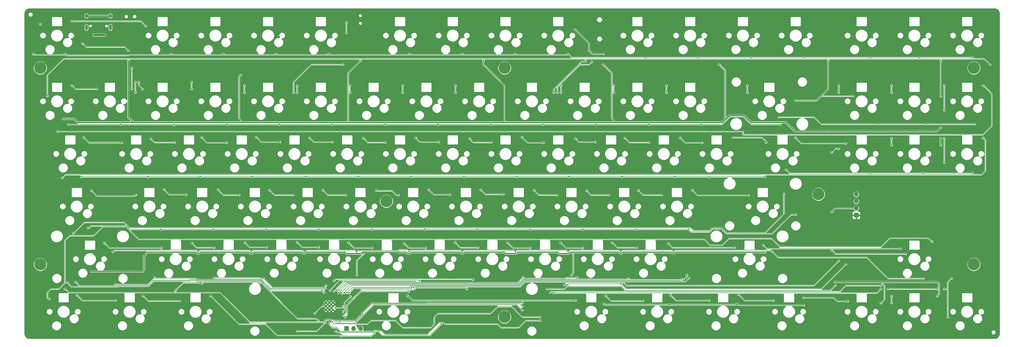
<source format=gtl>
%TF.GenerationSoftware,KiCad,Pcbnew,(5.1.10)-1*%
%TF.CreationDate,2021-11-22T22:04:18-06:00*%
%TF.ProjectId,PyKey87,50794b65-7938-4372-9e6b-696361645f70,rev?*%
%TF.SameCoordinates,Original*%
%TF.FileFunction,Copper,L1,Top*%
%TF.FilePolarity,Positive*%
%FSLAX46Y46*%
G04 Gerber Fmt 4.6, Leading zero omitted, Abs format (unit mm)*
G04 Created by KiCad (PCBNEW (5.1.10)-1) date 2021-11-22 22:04:18*
%MOMM*%
%LPD*%
G01*
G04 APERTURE LIST*
%TA.AperFunction,ComponentPad*%
%ADD10C,4.400000*%
%TD*%
%TA.AperFunction,ComponentPad*%
%ADD11O,1.700000X1.700000*%
%TD*%
%TA.AperFunction,ComponentPad*%
%ADD12R,1.700000X1.700000*%
%TD*%
%TA.AperFunction,ComponentPad*%
%ADD13O,1.000000X2.100000*%
%TD*%
%TA.AperFunction,ComponentPad*%
%ADD14O,1.000000X1.600000*%
%TD*%
%TA.AperFunction,ComponentPad*%
%ADD15C,0.600000*%
%TD*%
%TA.AperFunction,ViaPad*%
%ADD16C,0.609600*%
%TD*%
%TA.AperFunction,Conductor*%
%ADD17C,0.406400*%
%TD*%
%TA.AperFunction,Conductor*%
%ADD18C,0.889000*%
%TD*%
%TA.AperFunction,Conductor*%
%ADD19C,0.152400*%
%TD*%
%TA.AperFunction,Conductor*%
%ADD20C,0.254000*%
%TD*%
%TA.AperFunction,Conductor*%
%ADD21C,0.200000*%
%TD*%
%TA.AperFunction,Conductor*%
%ADD22C,0.150000*%
%TD*%
G04 APERTURE END LIST*
D10*
X402495000Y-132875000D03*
X233045000Y-151925000D03*
X65405000Y-132875000D03*
X346375000Y-107475000D03*
X190365000Y-110015000D03*
X402495000Y-61755000D03*
X233045000Y-61755000D03*
X65405000Y-61755000D03*
D11*
X360045000Y-107475000D03*
X360045000Y-110015000D03*
X360045000Y-112555000D03*
D12*
X360045000Y-115095000D03*
D11*
X181102000Y-156116000D03*
X178562000Y-156116000D03*
D12*
X176022000Y-156116000D03*
D13*
X90712000Y-47081000D03*
X82072000Y-47081000D03*
D14*
X82072000Y-42901000D03*
X90712000Y-42901000D03*
D15*
X168524000Y-146713000D03*
X168524000Y-147988000D03*
X168524000Y-149263000D03*
X169799000Y-146713000D03*
X169799000Y-147988000D03*
X169799000Y-149263000D03*
X171074000Y-146713000D03*
X171074000Y-147988000D03*
X171074000Y-149263000D03*
D16*
X375285000Y-125255000D03*
X65405000Y-43975000D03*
X103505000Y-43975000D03*
X122555000Y-43975000D03*
X141605000Y-43975000D03*
X160655000Y-43975000D03*
X189865000Y-43975000D03*
X208915000Y-43975000D03*
X227965000Y-43975000D03*
X247015000Y-43975000D03*
X274955000Y-43975000D03*
X294005000Y-43975000D03*
X313055000Y-43975000D03*
X332105000Y-43975000D03*
X356235000Y-43975000D03*
X375285000Y-43975000D03*
X394335000Y-43975000D03*
X394335000Y-68105000D03*
X375285000Y-68105000D03*
X356235000Y-68105000D03*
X356235000Y-87155000D03*
X375285000Y-87155000D03*
X394335000Y-87155000D03*
X356235000Y-144305000D03*
X375285000Y-144305000D03*
X394335000Y-144305000D03*
X165354000Y-157640000D03*
X167132000Y-157640000D03*
X170815000Y-157640000D03*
X158877000Y-148115000D03*
X158877000Y-147099000D03*
X159766000Y-143670000D03*
X167259000Y-138844000D03*
X170658344Y-138691500D03*
X96774000Y-134399000D03*
X101219000Y-125763000D03*
X159004000Y-151696410D03*
X90690000Y-110892000D03*
X148971000Y-139733000D03*
X92456000Y-144051000D03*
X116459000Y-144686000D03*
X108966000Y-125001000D03*
X128143000Y-125001000D03*
X104140000Y-67343000D03*
X122555000Y-67216000D03*
X142367000Y-67724000D03*
X161417000Y-67724000D03*
X180594000Y-67851000D03*
X199263000Y-67724000D03*
X218694000Y-67851000D03*
X237490000Y-67978000D03*
X256794000Y-67724000D03*
X275686000Y-67820000D03*
X294386000Y-67724000D03*
X304515000Y-86870000D03*
X327787000Y-86774000D03*
X285242000Y-86774000D03*
X266319000Y-87028000D03*
X246888000Y-86901000D03*
X94869000Y-86774000D03*
X113284000Y-86901000D03*
X132842000Y-87028000D03*
X151892000Y-86901000D03*
X170815000Y-86901000D03*
X189738000Y-87028000D03*
X209138000Y-86870000D03*
X227965000Y-86901000D03*
X147066000Y-125001000D03*
X166243000Y-124874000D03*
X185039000Y-124747000D03*
X204216000Y-125001000D03*
X175387000Y-105824000D03*
X156337000Y-106078000D03*
X137541000Y-106078000D03*
X118364000Y-105697000D03*
X99695000Y-105697000D03*
X289814000Y-105697000D03*
X270764000Y-105824000D03*
X251841000Y-106205000D03*
X232283000Y-105824000D03*
X213233000Y-105951000D03*
X280289000Y-124874000D03*
X261524000Y-124970000D03*
X242443000Y-125128000D03*
X330200000Y-143797000D03*
X306578000Y-144051000D03*
X282956000Y-144178000D03*
X258953000Y-143924000D03*
X183769000Y-147099000D03*
X178921788Y-143775788D03*
X179447171Y-145190171D03*
X183642000Y-143924000D03*
X86519000Y-43951000D03*
X86519000Y-46110000D03*
X86519000Y-41435000D03*
X71120000Y-86901000D03*
X323088000Y-67851000D03*
X78486000Y-124620000D03*
X180914533Y-153499779D03*
X187579000Y-144051000D03*
X178054000Y-152560000D03*
X321183000Y-106078000D03*
X194716410Y-105979702D03*
X221361000Y-125128000D03*
X217805000Y-125128000D03*
X104902000Y-141257000D03*
X174523400Y-152478720D03*
X203581000Y-151798000D03*
X182981590Y-151036000D03*
X159004000Y-153068000D03*
X66141590Y-68232000D03*
X69104522Y-144042122D03*
X65405000Y-103665000D03*
X137795000Y-47785000D03*
X225425000Y-47785000D03*
X266065000Y-49055000D03*
X302895000Y-125255000D03*
X306705000Y-45245000D03*
X346075000Y-45245000D03*
X387985000Y-45245000D03*
X250825000Y-150655000D03*
X363855000Y-115095000D03*
X79375000Y-121445000D03*
X62865000Y-57945000D03*
X65405000Y-57945000D03*
X173355000Y-113825000D03*
X174625000Y-121445000D03*
X194945000Y-113825000D03*
X205105000Y-107475000D03*
X186055000Y-107475000D03*
X125095000Y-135415000D03*
X180975000Y-47785000D03*
X90805000Y-49920000D03*
X83059394Y-50199394D03*
X93472000Y-86139000D03*
X88265000Y-83345000D03*
X88265000Y-66581000D03*
X106045000Y-85885000D03*
X111125000Y-97315000D03*
X83185000Y-61755000D03*
X168275000Y-93505000D03*
X158115000Y-78265000D03*
X260985000Y-85885000D03*
X84455000Y-70645000D03*
X79375000Y-46515000D03*
X98425000Y-47785000D03*
X88551000Y-49793000D03*
X84741000Y-49793000D03*
X167513000Y-147861000D03*
X164405329Y-150595329D03*
X171960759Y-148581107D03*
X174607992Y-148163737D03*
X263525000Y-55405000D03*
X268605000Y-56675000D03*
X377825000Y-129065000D03*
X390525000Y-87155000D03*
X390525000Y-89695000D03*
X73660000Y-80170000D03*
X337185000Y-83980000D03*
X102235000Y-135415000D03*
X129032000Y-81440000D03*
X148082000Y-81440000D03*
X166751000Y-81440000D03*
X186563000Y-81440000D03*
X205486000Y-81440000D03*
X243205000Y-81440000D03*
X262382000Y-81440000D03*
X281178000Y-81440000D03*
X300990000Y-81440000D03*
X121666000Y-81440000D03*
X139700000Y-81440000D03*
X168148000Y-81440000D03*
X200025000Y-81440000D03*
X218567000Y-81440000D03*
X224536000Y-81440000D03*
X236982000Y-81440000D03*
X274574000Y-81440000D03*
X295148000Y-81440000D03*
X311610494Y-81368164D03*
X292735000Y-147480000D03*
X268732000Y-147099000D03*
X290322000Y-128430000D03*
X136779000Y-128430000D03*
X118110000Y-128430000D03*
X156337000Y-128430000D03*
X175260000Y-128430000D03*
X213233000Y-128430000D03*
X232791000Y-128430000D03*
X270637000Y-128430000D03*
X327025000Y-128430000D03*
X79629000Y-81440000D03*
X83820000Y-135415000D03*
X95250004Y-81440000D03*
X252095004Y-128430000D03*
X195072001Y-128430000D03*
X225425000Y-59215000D03*
X268605000Y-60485000D03*
X310515000Y-60485000D03*
X338074000Y-73566000D03*
X349885000Y-59215000D03*
X358775000Y-71915000D03*
X353695000Y-90965000D03*
X390525000Y-71915000D03*
X390525000Y-59215000D03*
X257175000Y-136685000D03*
X100330000Y-81440000D03*
X97155000Y-59215000D03*
X158115000Y-81440000D03*
X137795000Y-64295000D03*
X251459978Y-81440000D03*
X258445000Y-47785000D03*
X340995000Y-147607000D03*
X316865000Y-147226000D03*
X352425000Y-139225000D03*
X351155000Y-127794980D03*
X368935000Y-146845000D03*
X351155000Y-113825000D03*
X349885000Y-84615000D03*
X351155000Y-92235000D03*
X180975000Y-59215000D03*
X110871000Y-81440000D03*
X390525000Y-83344978D03*
X80645010Y-52865000D03*
X97155000Y-55404900D03*
X389254934Y-144305000D03*
X144399000Y-139606000D03*
X123681514Y-139851190D03*
X98425000Y-69375000D03*
X98425000Y-61755000D03*
X174607992Y-150018528D03*
X177384071Y-144524071D03*
X179705000Y-136685000D03*
X182092590Y-129065000D03*
X156845000Y-70645000D03*
X174625006Y-60485000D03*
X175895000Y-45245000D03*
X175895000Y-49055000D03*
X176149000Y-143162000D03*
X75438000Y-82202000D03*
X304038000Y-82202000D03*
X332613000Y-82202000D03*
X266192000Y-82202000D03*
X227965000Y-82202000D03*
X209042000Y-82202000D03*
X189992000Y-82202000D03*
X170815000Y-82202000D03*
X151765000Y-82202000D03*
X132842000Y-82202000D03*
X113665000Y-82329000D03*
X94488000Y-82202000D03*
X246888000Y-82202000D03*
X285153100Y-82202000D03*
X200226326Y-141317318D03*
X332105000Y-79535000D03*
X402793966Y-82074978D03*
X385445034Y-82075000D03*
X367665000Y-82075000D03*
X176911000Y-143289000D03*
X80137000Y-101125000D03*
X104267000Y-101125000D03*
X123190000Y-101125000D03*
X141986000Y-101125000D03*
X161290000Y-101125000D03*
X180213000Y-101125000D03*
X199390000Y-101125000D03*
X218313000Y-101125000D03*
X237363000Y-101125000D03*
X256286000Y-101125000D03*
X275463000Y-101125000D03*
X294513000Y-101125000D03*
X199343445Y-141358590D03*
X306705000Y-101252000D03*
X327025000Y-101125000D03*
X334645000Y-98585000D03*
X365125000Y-99855000D03*
X384175000Y-99829590D03*
X401955000Y-99855000D03*
X338074000Y-114841000D03*
X219329002Y-141765000D03*
X174898547Y-151290000D03*
X204089000Y-120200410D03*
X261239000Y-120200410D03*
X185166000Y-120200410D03*
X280416000Y-120200410D03*
X223266000Y-120200410D03*
X299466000Y-120200410D03*
X165989000Y-120200410D03*
X242316000Y-120200410D03*
X146939000Y-120200410D03*
X127889000Y-120200410D03*
X108839000Y-120200410D03*
X82559886Y-119641590D03*
X91567002Y-128303000D03*
X122428000Y-128302998D03*
X141605000Y-128303000D03*
X160655000Y-128303000D03*
X179577999Y-128302999D03*
X256032000Y-128303000D03*
X217805000Y-128303000D03*
X236982000Y-128303000D03*
X329692000Y-128303000D03*
X294005000Y-128303000D03*
X274955000Y-128303000D03*
X198373998Y-142654000D03*
X175446213Y-151925000D03*
X198628000Y-128277590D03*
X384175000Y-137955000D03*
X173981117Y-158385473D03*
X167233590Y-142476221D03*
X78105000Y-139225000D03*
X92456000Y-140114000D03*
X106534707Y-137645159D03*
X167868590Y-143138426D03*
X99695000Y-66835000D03*
X99695000Y-70644902D03*
X128143000Y-137802600D03*
X168322126Y-141456230D03*
X114173000Y-142247590D03*
X100965000Y-66835000D03*
X122555000Y-139479032D03*
X102235000Y-69375000D03*
X145923000Y-137955000D03*
X168529000Y-140495000D03*
X120015000Y-66835000D03*
X120015000Y-69375000D03*
X139065000Y-68105000D03*
X139065000Y-70645000D03*
X158115000Y-68105000D03*
X158115000Y-70645000D03*
X169942032Y-142254877D03*
X202264027Y-138894724D03*
X177165000Y-68105000D03*
X177165000Y-70645000D03*
X221615000Y-138336000D03*
X171410458Y-138813922D03*
X196215000Y-68105000D03*
X196215000Y-70645000D03*
X171332400Y-142527000D03*
X239723744Y-137427980D03*
X215265000Y-68105000D03*
X215265000Y-70645000D03*
X172403371Y-142210371D03*
X259207000Y-137650157D03*
X173228000Y-142273000D03*
X277749000Y-137954968D03*
X253365000Y-68105000D03*
X253365000Y-70645000D03*
X173101000Y-143162000D03*
X296926000Y-138209000D03*
X272415000Y-68105000D03*
X272415000Y-70645000D03*
X174244000Y-143416000D03*
X291465000Y-68105000D03*
X291465000Y-70645000D03*
X298856389Y-136685000D03*
X175133000Y-143162000D03*
X320675000Y-68105000D03*
X320675000Y-70645000D03*
X299597453Y-137777559D03*
X76835000Y-68105000D03*
X85725000Y-69375000D03*
X81026000Y-86901000D03*
X94742000Y-88806000D03*
X113919000Y-88679000D03*
X105359179Y-87409000D03*
X132715000Y-88806000D03*
X123621790Y-86901000D03*
X143383000Y-86774000D03*
X151892000Y-88552000D03*
X162560000Y-87028000D03*
X170815000Y-88552000D03*
X181991000Y-87155000D03*
X189865000Y-88679000D03*
X200914000Y-87028000D03*
X209169000Y-88552000D03*
X220389164Y-87364836D03*
X228092000Y-88679000D03*
X239268000Y-86774000D03*
X247015000Y-88806000D03*
X258572000Y-87282000D03*
X265684000Y-88552000D03*
X276479000Y-87155000D03*
X285115000Y-88679000D03*
X296418000Y-87028000D03*
X304292000Y-88806000D03*
X315468000Y-86901000D03*
X327406000Y-88679000D03*
X99822000Y-107729000D03*
X83870790Y-106172266D03*
X109982000Y-105697000D03*
X117983000Y-107602000D03*
X129540000Y-105824000D03*
X137160000Y-107729000D03*
X148082000Y-105951000D03*
X156591000Y-107729000D03*
X167386000Y-105951000D03*
X175641000Y-107729000D03*
X186690000Y-106078000D03*
X194716410Y-107729000D03*
X205613000Y-105824000D03*
X213233000Y-107602000D03*
X224409000Y-105824000D03*
X232537000Y-107475000D03*
X243586000Y-105951000D03*
X251841000Y-107729000D03*
X262636000Y-106205000D03*
X270637000Y-107729000D03*
X281305000Y-106078000D03*
X289687000Y-107729000D03*
X300736000Y-105951000D03*
X321056000Y-107856000D03*
X109093000Y-126906000D03*
X88519000Y-125128000D03*
X120142000Y-125128000D03*
X128143000Y-126779000D03*
X139192000Y-125001000D03*
X147066000Y-126652000D03*
X158115000Y-124874000D03*
X165862000Y-126652000D03*
X176657000Y-125001000D03*
X185166000Y-126906000D03*
X196723000Y-125255000D03*
X204470000Y-126906000D03*
X215138000Y-124874000D03*
X223393000Y-126779000D03*
X234061000Y-125001000D03*
X242189000Y-126906000D03*
X253238000Y-125001000D03*
X261112000Y-126906000D03*
X271907000Y-125001000D03*
X280670000Y-126779000D03*
X292100000Y-125255000D03*
X315976000Y-126779000D03*
X78613000Y-144051000D03*
X92456000Y-145956000D03*
X102489000Y-144305000D03*
X115697000Y-146083000D03*
X126873000Y-144305000D03*
X186132178Y-157682178D03*
X258572000Y-145956000D03*
X197993002Y-144178000D03*
X269494000Y-144178000D03*
X282956000Y-146083000D03*
X292989000Y-144051000D03*
X306832000Y-145956000D03*
X317500000Y-143797000D03*
X330073000Y-145956000D03*
X67945000Y-71915000D03*
X67945000Y-71915000D03*
X408305000Y-60485000D03*
X71628000Y-84742000D03*
X405765000Y-68105000D03*
X73279000Y-101506000D03*
X405765000Y-87028000D03*
X333883000Y-107348000D03*
X77343000Y-121572000D03*
X68580000Y-145321000D03*
X387350000Y-124620000D03*
X62865000Y-56675000D03*
X74295000Y-141762819D03*
X283845000Y-57945000D03*
X74295010Y-56675010D03*
X112536101Y-56675000D03*
X131445000Y-56675000D03*
X150495000Y-56675000D03*
X169545000Y-56675000D03*
X198755000Y-56675000D03*
X217663890Y-56675000D03*
X236855000Y-56675000D03*
X255905000Y-56675000D03*
X302895042Y-57945000D03*
X321945000Y-57945000D03*
X340995000Y-57945000D03*
X365125000Y-57945000D03*
X382905000Y-57945000D03*
X401955000Y-57944982D03*
X168274982Y-153195000D03*
X356235000Y-89060000D03*
X338010500Y-86964500D03*
X326390000Y-125890000D03*
X375920000Y-127160000D03*
X340995000Y-144940000D03*
X356870000Y-146210000D03*
X248285000Y-141765000D03*
X173355000Y-153195000D03*
X353695000Y-68105000D03*
X353695000Y-70645000D03*
X239395000Y-146845000D03*
X352425000Y-140495000D03*
X372745000Y-146845000D03*
X372745000Y-144305000D03*
X372745000Y-70645000D03*
X372745000Y-68105000D03*
X372745000Y-89695000D03*
X372745000Y-87155000D03*
X239395000Y-148115000D03*
X368935000Y-140495000D03*
X172186623Y-153195000D03*
X249555000Y-143035016D03*
X391795000Y-68105000D03*
X391795000Y-76995000D03*
X391795000Y-87155000D03*
X391795000Y-96045000D03*
X239395000Y-149385000D03*
X368935000Y-141765000D03*
X371475000Y-141765000D03*
X371475000Y-141765000D03*
X389255000Y-141765000D03*
X391795000Y-141765000D03*
X394335000Y-137955000D03*
X250825000Y-143212840D03*
X393065000Y-151925000D03*
X169240219Y-152890201D03*
X165735000Y-153195000D03*
X65405000Y-45880000D03*
X75184000Y-139479000D03*
X210185000Y-154465000D03*
X172085000Y-157005000D03*
X168275000Y-153957013D03*
X158115000Y-157005000D03*
X103505000Y-46515000D03*
X76835000Y-44840000D03*
X250825000Y-70645000D03*
X245745000Y-153195000D03*
X356235000Y-132875000D03*
X275183599Y-139987035D03*
X262255000Y-59335099D03*
X169745000Y-154065000D03*
X255843983Y-140266401D03*
X252095000Y-70645000D03*
X245745000Y-151925000D03*
X254635000Y-140266401D03*
X353695000Y-131605000D03*
X170815000Y-153695000D03*
X277495000Y-140495000D03*
X264490190Y-59519810D03*
D17*
X82072000Y-42901000D02*
X90712000Y-42901000D01*
D18*
X84741000Y-49793000D02*
X88551000Y-49793000D01*
D19*
X164405329Y-150587671D02*
X164405329Y-150595329D01*
X167132000Y-147861000D02*
X164405329Y-150587671D01*
X167513000Y-147861000D02*
X167132000Y-147861000D01*
X174190622Y-148581107D02*
X174607992Y-148163737D01*
X171960759Y-148581107D02*
X174190622Y-148581107D01*
D17*
X73660000Y-80170000D02*
X77774810Y-80170000D01*
X77774810Y-80170000D02*
X79044810Y-81440000D01*
X334645000Y-81440000D02*
X337185000Y-83980000D01*
X319456861Y-78849190D02*
X322047670Y-81440000D01*
X314273139Y-78849190D02*
X319456861Y-78849190D01*
X322047670Y-81440000D02*
X334645000Y-81440000D01*
X294855394Y-128430000D02*
X327025000Y-128430000D01*
X294321993Y-128963401D02*
X294855394Y-128430000D01*
X293688007Y-128963401D02*
X294321993Y-128963401D01*
X293154606Y-128430000D02*
X293688007Y-128963401D01*
X275271993Y-128963401D02*
X275805394Y-128430000D01*
X274638007Y-128963401D02*
X275271993Y-128963401D01*
X274104606Y-128430000D02*
X274638007Y-128963401D01*
X159804606Y-128430000D02*
X160338007Y-128963401D01*
X141288007Y-128963401D02*
X141921993Y-128963401D01*
X102870000Y-129700000D02*
X104140000Y-128430000D01*
X161036321Y-128963401D02*
X161569722Y-128430000D01*
X140754606Y-128430000D02*
X141288007Y-128963401D01*
X122111007Y-128963399D02*
X122744993Y-128963399D01*
X121577608Y-128430000D02*
X122111007Y-128963399D01*
X122744993Y-128963399D02*
X123278392Y-128430000D01*
X102870000Y-134780000D02*
X102870000Y-129700000D01*
X141921993Y-128963401D02*
X142455394Y-128430000D01*
X102235000Y-135415000D02*
X102870000Y-134780000D01*
X160338007Y-128963401D02*
X161036321Y-128963401D01*
X216954606Y-128430000D02*
X217488007Y-128963401D01*
X217488007Y-128963401D02*
X218121993Y-128963401D01*
X218121993Y-128963401D02*
X218655394Y-128430000D01*
X102235000Y-135415000D02*
X83820000Y-135415000D01*
X300990000Y-81440000D02*
X311682330Y-81440000D01*
X121666000Y-81440000D02*
X129032000Y-81440000D01*
X139700000Y-81440000D02*
X148082000Y-81440000D01*
X166751000Y-81440000D02*
X168148000Y-81440000D01*
X200025000Y-81440000D02*
X205486000Y-81440000D01*
X186563000Y-81440000D02*
X200025000Y-81440000D01*
X205486000Y-81440000D02*
X218567000Y-81440000D01*
X218567000Y-81440000D02*
X224536000Y-81440000D01*
X236982000Y-81440000D02*
X243205000Y-81440000D01*
X274574000Y-81440000D02*
X281178000Y-81440000D01*
X295148000Y-81440000D02*
X300990000Y-81440000D01*
X281178000Y-81440000D02*
X295148000Y-81440000D01*
D20*
X269113000Y-147480000D02*
X268732000Y-147099000D01*
X292735000Y-147480000D02*
X269113000Y-147480000D01*
D17*
X290322000Y-128430000D02*
X293154606Y-128430000D01*
X275805394Y-128430000D02*
X290322000Y-128430000D01*
X136779000Y-128430000D02*
X140754606Y-128430000D01*
X123278392Y-128430000D02*
X136779000Y-128430000D01*
X118110000Y-128430000D02*
X121577608Y-128430000D01*
X104140000Y-128430000D02*
X118110000Y-128430000D01*
X156337000Y-128430000D02*
X159804606Y-128430000D01*
X142455394Y-128430000D02*
X156337000Y-128430000D01*
X161569722Y-128430000D02*
X175260000Y-128430000D01*
X213233000Y-128430000D02*
X216954606Y-128430000D01*
X218655394Y-128430000D02*
X232791000Y-128430000D01*
X270637000Y-128430000D02*
X274104606Y-128430000D01*
X79044810Y-81440000D02*
X79629000Y-81440000D01*
X252628405Y-128963401D02*
X252095004Y-128430000D01*
X233324401Y-128963401D02*
X237298993Y-128963401D01*
X237832394Y-128430000D02*
X252095004Y-128430000D01*
X256348993Y-128963401D02*
X252628405Y-128963401D01*
X232791000Y-128430000D02*
X233324401Y-128963401D01*
X256882394Y-128430000D02*
X256348993Y-128963401D01*
X237298993Y-128963401D02*
X237832394Y-128430000D01*
X197485000Y-128430000D02*
X195072001Y-128430000D01*
X197993000Y-128938000D02*
X197485000Y-128430000D01*
X198970394Y-128938000D02*
X197993000Y-128938000D01*
X199478394Y-128430000D02*
X198970394Y-128938000D01*
X213233000Y-128430000D02*
X199478394Y-128430000D01*
X79629000Y-81440000D02*
X97790000Y-81440000D01*
X129032000Y-81440000D02*
X137160000Y-81440000D01*
X137160000Y-81440000D02*
X139700000Y-81440000D01*
X176530000Y-81440000D02*
X186563000Y-81440000D01*
X168148000Y-81440000D02*
X176530000Y-81440000D01*
X233680000Y-81440000D02*
X236982000Y-81440000D01*
D20*
X225425000Y-59215000D02*
X225425000Y-59215000D01*
D17*
X262382000Y-81440000D02*
X271780000Y-81440000D01*
X271780000Y-81440000D02*
X274574000Y-81440000D01*
D20*
X312686165Y-80436165D02*
X312686165Y-62656165D01*
D17*
X311682330Y-81440000D02*
X312686165Y-80436165D01*
X312686165Y-80436165D02*
X314273139Y-78849190D01*
D20*
X312686165Y-62656165D02*
X310515000Y-60485000D01*
X268605000Y-60485000D02*
X268605000Y-60485000D01*
X310515000Y-60485000D02*
X310515000Y-60485000D01*
X338074000Y-73566000D02*
X345694000Y-73566000D01*
X345694000Y-73566000D02*
X347345000Y-71915000D01*
X349885000Y-69375000D02*
X349885000Y-59215000D01*
X349885000Y-59215000D02*
X349885000Y-59215000D01*
X347345000Y-71915000D02*
X348615000Y-70645000D01*
X348615000Y-70645000D02*
X349885000Y-69375000D01*
D19*
X347345000Y-71915000D02*
X358775000Y-71915000D01*
D17*
X390525000Y-87155000D02*
X390525000Y-89695000D01*
D19*
X353695000Y-90965000D02*
X353695000Y-90965000D01*
D17*
X370205000Y-139225000D02*
X389255000Y-139225000D01*
D20*
X390525000Y-71915000D02*
X390525000Y-59215000D01*
X390525000Y-59215000D02*
X390525000Y-59215000D01*
X225425000Y-59215000D02*
X225425000Y-60485000D01*
X225425000Y-60485000D02*
X233045000Y-68105000D01*
X233045000Y-80805000D02*
X232410000Y-81440000D01*
X233045000Y-68105000D02*
X233045000Y-80805000D01*
D17*
X224536000Y-81440000D02*
X232410000Y-81440000D01*
X232410000Y-81440000D02*
X233680000Y-81440000D01*
D20*
X257810000Y-128430000D02*
X257810000Y-136050000D01*
D17*
X257810000Y-128430000D02*
X256882394Y-128430000D01*
X270637000Y-128430000D02*
X257810000Y-128430000D01*
D20*
X257810000Y-136050000D02*
X257175000Y-136685000D01*
X257175000Y-136685000D02*
X257175000Y-136685000D01*
D17*
X97790000Y-81440000D02*
X100330000Y-81440000D01*
X175793400Y-128963400D02*
X181216796Y-128963400D01*
X194615548Y-128404599D02*
X194640949Y-128430000D01*
X194640949Y-128430000D02*
X195072001Y-128430000D01*
X181775597Y-128404599D02*
X194615548Y-128404599D01*
X175260000Y-128430000D02*
X175793400Y-128963400D01*
X181216796Y-128963400D02*
X181775597Y-128404599D01*
X166751000Y-81440000D02*
X158115000Y-81440000D01*
X148082000Y-81440000D02*
X158115000Y-81440000D01*
X262382000Y-81440000D02*
X251459978Y-81440000D01*
X243205000Y-81440000D02*
X251459978Y-81440000D01*
D20*
X258445000Y-47785000D02*
X258445000Y-47785000D01*
X317246000Y-147607000D02*
X317169799Y-147530799D01*
X316611000Y-147480000D02*
X316865000Y-147226000D01*
X292735000Y-147480000D02*
X316611000Y-147480000D01*
X317169799Y-147530799D02*
X316865000Y-147226000D01*
X340995000Y-147607000D02*
X317246000Y-147607000D01*
X263525000Y-52865000D02*
X258445000Y-47785000D01*
X263525000Y-55405000D02*
X263525000Y-52865000D01*
X268605000Y-56675000D02*
X264795000Y-56675000D01*
X264795000Y-56675000D02*
X263525000Y-55405000D01*
D17*
X370205000Y-139225000D02*
X352425000Y-139225000D01*
D19*
X352425020Y-129065000D02*
X351459799Y-128099779D01*
X351459799Y-128099779D02*
X351155000Y-127794980D01*
X377825000Y-129065000D02*
X352425020Y-129065000D01*
X370205000Y-145575000D02*
X369239799Y-146540201D01*
X369239799Y-146540201D02*
X368935000Y-146845000D01*
X370205000Y-140495000D02*
X370205000Y-145575000D01*
X368935000Y-139225000D02*
X370205000Y-140495000D01*
D20*
X360045000Y-112555000D02*
X352425000Y-112555000D01*
X352425000Y-112555000D02*
X351459799Y-113520201D01*
X351459799Y-113520201D02*
X351155000Y-113825000D01*
D17*
X337820000Y-84615000D02*
X349453948Y-84615000D01*
X349453948Y-84615000D02*
X349885000Y-84615000D01*
X337185000Y-83980000D02*
X337820000Y-84615000D01*
D19*
X351459799Y-91930201D02*
X351155000Y-92235000D01*
X353695000Y-90965000D02*
X352425000Y-90965000D01*
X352425000Y-90965000D02*
X351459799Y-91930201D01*
D20*
X176530000Y-81440000D02*
X176530000Y-63660000D01*
X180670201Y-59519799D02*
X180975000Y-59215000D01*
X176530000Y-63660000D02*
X180670201Y-59519799D01*
X137490201Y-64599799D02*
X137795000Y-64295000D01*
X137160000Y-64930000D02*
X137490201Y-64599799D01*
X138430000Y-81440000D02*
X137160000Y-80170000D01*
X137160000Y-80170000D02*
X137160000Y-64930000D01*
D17*
X110871000Y-81440000D02*
X121666000Y-81440000D01*
X110871000Y-81440000D02*
X100330000Y-81440000D01*
D20*
X271780000Y-63660000D02*
X268605000Y-60485000D01*
X273050000Y-81440000D02*
X271780000Y-80170000D01*
X271780000Y-80170000D02*
X271780000Y-63660000D01*
D17*
X349885000Y-84615000D02*
X389254978Y-84615000D01*
X389254978Y-84615000D02*
X390220201Y-83649777D01*
X390220201Y-83649777D02*
X390525000Y-83344978D01*
X97155000Y-59646052D02*
X97155000Y-59215000D01*
X99060000Y-81440000D02*
X97155000Y-79535000D01*
X97155000Y-79535000D02*
X97155000Y-59646052D01*
D19*
X97154900Y-55404900D02*
X97155000Y-55404900D01*
X95885000Y-54135000D02*
X97154900Y-55404900D01*
X80645010Y-52865000D02*
X81915010Y-54135000D01*
X81915010Y-54135000D02*
X95885000Y-54135000D01*
D20*
X389255000Y-139225000D02*
X389864596Y-139834596D01*
X389864596Y-143695338D02*
X389559733Y-144000201D01*
X389559733Y-144000201D02*
X389254934Y-144305000D01*
X389864596Y-139834596D02*
X389864596Y-143695338D01*
D19*
X144094201Y-139301201D02*
X144399000Y-139606000D01*
X123681514Y-139851190D02*
X124231503Y-139301201D01*
X124231503Y-139301201D02*
X144094201Y-139301201D01*
X98425000Y-69375000D02*
X98425000Y-61755000D01*
X175141393Y-146766749D02*
X177384071Y-144524071D01*
X174607992Y-150018528D02*
X175141393Y-149485127D01*
X175141393Y-149485127D02*
X175141393Y-146766749D01*
X179705000Y-136685000D02*
X179705000Y-131452590D01*
X181787791Y-129369799D02*
X182092590Y-129065000D01*
X179705000Y-131452590D02*
X181787791Y-129369799D01*
X156845000Y-66835000D02*
X163195000Y-60485000D01*
X174193954Y-60485000D02*
X174625006Y-60485000D01*
X156845000Y-70645000D02*
X156845000Y-66835000D01*
X163195000Y-60485000D02*
X174193954Y-60485000D01*
D21*
X175895000Y-45245000D02*
X175895000Y-49055000D01*
D19*
X311531000Y-82202000D02*
X304038000Y-82202000D01*
X314452000Y-79281000D02*
X311531000Y-82202000D01*
X319278000Y-79281000D02*
X314452000Y-79281000D01*
X322199000Y-82202000D02*
X319278000Y-79281000D01*
X332613000Y-82202000D02*
X322199000Y-82202000D01*
X227965000Y-82202000D02*
X266192000Y-82202000D01*
X209042000Y-82202000D02*
X227965000Y-82202000D01*
X189992000Y-82202000D02*
X209042000Y-82202000D01*
X170815000Y-82202000D02*
X189992000Y-82202000D01*
X151765000Y-82202000D02*
X170815000Y-82202000D01*
X132842000Y-82202000D02*
X151765000Y-82202000D01*
X113792000Y-82202000D02*
X113919000Y-82202000D01*
X113665000Y-82329000D02*
X113792000Y-82202000D01*
X113919000Y-82202000D02*
X132842000Y-82202000D01*
X94488000Y-82202000D02*
X113919000Y-82202000D01*
X75438000Y-82202000D02*
X94488000Y-82202000D01*
X285153100Y-82202000D02*
X304038000Y-82202000D01*
X266192000Y-82202000D02*
X285153100Y-82202000D01*
X199734196Y-140825188D02*
X200226326Y-141317318D01*
X199087411Y-140825188D02*
X199734196Y-140825188D01*
X198630221Y-141282378D02*
X199087411Y-140825188D01*
X178028622Y-141282378D02*
X198630221Y-141282378D01*
X176149000Y-143162000D02*
X178028622Y-141282378D01*
X402793966Y-82074978D02*
X385445056Y-82074978D01*
X385445056Y-82074978D02*
X385445034Y-82075000D01*
X332105000Y-79535000D02*
X344805000Y-79535000D01*
X385445034Y-82075000D02*
X385013982Y-82075000D01*
X385013982Y-82075000D02*
X367665000Y-82075000D01*
X367233948Y-82075000D02*
X367665000Y-82075000D01*
X344805000Y-79535000D02*
X347345000Y-82075000D01*
X347345000Y-82075000D02*
X367233948Y-82075000D01*
X80264000Y-101125000D02*
X80137000Y-101125000D01*
X104267000Y-101125000D02*
X80264000Y-101125000D01*
X123190000Y-101125000D02*
X104267000Y-101125000D01*
X126028670Y-101125000D02*
X123190000Y-101125000D01*
X141986000Y-101125000D02*
X126028670Y-101125000D01*
X161290000Y-101125000D02*
X141986000Y-101125000D01*
X180213000Y-101125000D02*
X161290000Y-101125000D01*
X199390000Y-101125000D02*
X180213000Y-101125000D01*
X218313000Y-101125000D02*
X199390000Y-101125000D01*
X237363000Y-101125000D02*
X218313000Y-101125000D01*
X256286000Y-101125000D02*
X237363000Y-101125000D01*
X275463000Y-101125000D02*
X256286000Y-101125000D01*
X294513000Y-101125000D02*
X275463000Y-101125000D01*
X178612811Y-141587189D02*
X199114846Y-141587189D01*
X176911000Y-143289000D02*
X178612811Y-141587189D01*
X199114846Y-141587189D02*
X199343445Y-141358590D01*
X306578000Y-101125000D02*
X306705000Y-101252000D01*
X294513000Y-101125000D02*
X306578000Y-101125000D01*
X306832000Y-101125000D02*
X306705000Y-101252000D01*
X325755000Y-101125000D02*
X327025000Y-101125000D01*
X325755000Y-101125000D02*
X80137000Y-101125000D01*
X335915000Y-99855000D02*
X367665000Y-99855000D01*
X334645000Y-98585000D02*
X335915000Y-99855000D01*
X367665000Y-99855000D02*
X365125000Y-99855000D01*
X401523948Y-99855000D02*
X401955000Y-99855000D01*
X367665000Y-99855000D02*
X401523948Y-99855000D01*
X223520000Y-120175000D02*
X223291410Y-120175000D01*
X203657948Y-120200410D02*
X185166000Y-120200410D01*
X184734948Y-120200410D02*
X165989000Y-120200410D01*
X223520000Y-120175000D02*
X204114410Y-120175000D01*
X165989000Y-120200410D02*
X165557948Y-120200410D01*
X204089000Y-120200410D02*
X203657948Y-120200410D01*
X165557948Y-120200410D02*
X146939000Y-120200410D01*
X204114410Y-120175000D02*
X204089000Y-120200410D01*
X146507948Y-120200410D02*
X127889000Y-120200410D01*
X127457948Y-120200410D02*
X108839000Y-120200410D01*
X127889000Y-120200410D02*
X127457948Y-120200410D01*
X146939000Y-120200410D02*
X146507948Y-120200410D01*
X185166000Y-120200410D02*
X184734948Y-120200410D01*
X223291410Y-120175000D02*
X223266000Y-120200410D01*
X260807948Y-120200410D02*
X242316000Y-120200410D01*
X261239000Y-120200410D02*
X260807948Y-120200410D01*
X242290590Y-120175000D02*
X242316000Y-120200410D01*
X223520000Y-120175000D02*
X242290590Y-120175000D01*
X279984948Y-120200410D02*
X261239000Y-120200410D01*
X280416000Y-120200410D02*
X279984948Y-120200410D01*
X299034948Y-120200410D02*
X280416000Y-120200410D01*
X299466000Y-120200410D02*
X299034948Y-120200410D01*
X82990938Y-119641590D02*
X82559886Y-119641590D01*
X83727528Y-118905000D02*
X82990938Y-119641590D01*
X96443067Y-118905000D02*
X83727528Y-118905000D01*
X108839000Y-120200410D02*
X97738477Y-120200410D01*
X97738477Y-120200410D02*
X96443067Y-118905000D01*
X300380401Y-121114811D02*
X299770799Y-120505209D01*
X306997024Y-121114811D02*
X300380401Y-121114811D01*
X336486500Y-114841000D02*
X329577689Y-121749811D01*
X299770799Y-120505209D02*
X299466000Y-120200410D01*
X329577689Y-121749811D02*
X313105811Y-121749811D01*
X313105811Y-121749811D02*
X311277000Y-119921000D01*
X311277000Y-119921000D02*
X308190836Y-119921000D01*
X338074000Y-114841000D02*
X336486500Y-114841000D01*
X308190836Y-119921000D02*
X306997024Y-121114811D01*
X175895000Y-150293547D02*
X174898547Y-151290000D01*
X175895000Y-147556933D02*
X175895000Y-150293547D01*
X218821002Y-141257000D02*
X201168000Y-141257000D01*
X201168000Y-141257000D02*
X200355201Y-142069799D01*
X200355201Y-142069799D02*
X181382134Y-142069799D01*
X181382134Y-142069799D02*
X175895000Y-147556933D01*
X219329002Y-141765000D02*
X218821002Y-141257000D01*
X121920002Y-127795000D02*
X122428000Y-128302998D01*
X92075002Y-127795000D02*
X121920002Y-127795000D01*
X91567002Y-128303000D02*
X92075002Y-127795000D01*
X141097000Y-127795000D02*
X141605000Y-128303000D01*
X122935998Y-127795000D02*
X141097000Y-127795000D01*
X122428000Y-128302998D02*
X122935998Y-127795000D01*
X160147000Y-127795000D02*
X142113000Y-127795000D01*
X142113000Y-127795000D02*
X141605000Y-128303000D01*
X160655000Y-128303000D02*
X160147000Y-127795000D01*
X179070000Y-127795000D02*
X179577999Y-128302999D01*
X161594052Y-127795000D02*
X179070000Y-127795000D01*
X161086053Y-128302999D02*
X161594052Y-127795000D01*
X160655000Y-128303000D02*
X161086053Y-128302999D01*
X218313000Y-127795000D02*
X217805000Y-128303000D01*
X236474000Y-127795000D02*
X218313000Y-127795000D01*
X236982000Y-128303000D02*
X236474000Y-127795000D01*
X237490000Y-127795000D02*
X236982000Y-128303000D01*
X255524000Y-127795000D02*
X237490000Y-127795000D01*
X256032000Y-128303000D02*
X255524000Y-127795000D01*
X274447000Y-127795000D02*
X274955000Y-128303000D01*
X256540000Y-127795000D02*
X274447000Y-127795000D01*
X256032000Y-128303000D02*
X256540000Y-127795000D01*
X293497000Y-127795000D02*
X294005000Y-128303000D01*
X275463000Y-127795000D02*
X293497000Y-127795000D01*
X274955000Y-128303000D02*
X275463000Y-127795000D01*
X329184000Y-127795000D02*
X329692000Y-128303000D01*
X294513000Y-127795000D02*
X329184000Y-127795000D01*
X294005000Y-128303000D02*
X294513000Y-127795000D01*
X199110590Y-127795000D02*
X198628000Y-128277590D01*
X217297000Y-127795000D02*
X199110590Y-127795000D01*
X217805000Y-128303000D02*
X217297000Y-127795000D01*
X181229000Y-142654000D02*
X176199811Y-147683189D01*
X176199811Y-147683189D02*
X176199811Y-151171402D01*
X176199811Y-151171402D02*
X175751012Y-151620201D01*
X175751012Y-151620201D02*
X175446213Y-151925000D01*
X198373998Y-142654000D02*
X181229000Y-142654000D01*
X197993009Y-127642599D02*
X198323201Y-127972791D01*
X179908210Y-127972788D02*
X194612778Y-127972788D01*
X194612778Y-127972788D02*
X194942967Y-127642599D01*
X198323201Y-127972791D02*
X198628000Y-128277590D01*
X194942967Y-127642599D02*
X197993009Y-127642599D01*
X179577999Y-128302999D02*
X179908210Y-127972788D01*
X329692000Y-128303000D02*
X331724000Y-130335000D01*
X331724000Y-130335000D02*
X363855000Y-130335000D01*
X363855000Y-130335000D02*
X371475000Y-137955000D01*
X383743948Y-137955000D02*
X384175000Y-137955000D01*
X371475000Y-137955000D02*
X383743948Y-137955000D01*
X104343934Y-140495000D02*
X93372434Y-140495000D01*
X93220033Y-140647401D02*
X79527401Y-140647401D01*
X119632710Y-138386787D02*
X119378687Y-138640811D01*
X119378687Y-138640811D02*
X106198123Y-138640811D01*
X78409799Y-139529799D02*
X78105000Y-139225000D01*
X148589288Y-142476221D02*
X144753878Y-138640811D01*
X144753878Y-138640811D02*
X121921313Y-138640811D01*
X167233590Y-142476221D02*
X148589288Y-142476221D01*
X79527401Y-140647401D02*
X78409799Y-139529799D01*
X106198123Y-138640811D02*
X104343934Y-140495000D01*
X121667289Y-138386787D02*
X119632710Y-138386787D01*
X121921313Y-138640811D02*
X121667289Y-138386787D01*
X93372434Y-140495000D02*
X93220033Y-140647401D01*
X92456000Y-140114000D02*
X104065866Y-140114000D01*
X104065866Y-140114000D02*
X106534707Y-137645159D01*
X167868590Y-142247590D02*
X167868590Y-142707374D01*
X167563811Y-141942811D02*
X167868590Y-142247590D01*
X144880134Y-138336000D02*
X148486944Y-141942811D01*
X121661527Y-137949958D02*
X122047569Y-138336000D01*
X106534707Y-137645159D02*
X106839506Y-137949958D01*
X148486944Y-141942811D02*
X167563811Y-141942811D01*
X122047569Y-138336000D02*
X144880134Y-138336000D01*
X167868590Y-142707374D02*
X167868590Y-143138426D01*
X106839506Y-137949958D02*
X121661527Y-137949958D01*
X99695000Y-66835000D02*
X99695000Y-69375000D01*
X99695000Y-69375000D02*
X99695000Y-70644902D01*
X168216545Y-141561811D02*
X168322126Y-141456230D01*
X144777798Y-137802600D02*
X148537009Y-141561811D01*
X128143000Y-137802600D02*
X144777798Y-137802600D01*
X148537009Y-141561811D02*
X168216545Y-141561811D01*
X122123948Y-139479032D02*
X122555000Y-139479032D01*
X116941558Y-139479032D02*
X122123948Y-139479032D01*
X114173000Y-142247590D02*
X116941558Y-139479032D01*
X101930201Y-69070201D02*
X102235000Y-69375000D01*
X100965000Y-68105000D02*
X101930201Y-69070201D01*
X100965000Y-66835000D02*
X100965000Y-68105000D01*
X145923000Y-137955000D02*
X149225000Y-141257000D01*
X167767000Y-141257000D02*
X168529000Y-140495000D01*
X149225000Y-141257000D02*
X167767000Y-141257000D01*
X120015000Y-66835000D02*
X120015000Y-69375000D01*
X139065000Y-68105000D02*
X139065000Y-70645000D01*
X158115000Y-68105000D02*
X158115000Y-70645000D01*
X173606984Y-138589925D02*
X201959228Y-138589925D01*
X169942032Y-142254877D02*
X173606984Y-138589925D01*
X201959228Y-138589925D02*
X202264027Y-138894724D01*
X177165000Y-68105000D02*
X177165000Y-70645000D01*
X172015380Y-138209000D02*
X171410458Y-138813922D01*
X221488000Y-138209000D02*
X172015380Y-138209000D01*
X221615000Y-138336000D02*
X221488000Y-138209000D01*
X196215000Y-68105000D02*
X196215000Y-70645000D01*
X200850101Y-138996322D02*
X201281913Y-139428134D01*
X201281913Y-139428134D02*
X237723590Y-139428134D01*
X237723590Y-139428134D02*
X239723744Y-137427980D01*
X174863078Y-138996322D02*
X200850101Y-138996322D01*
X171332400Y-142527000D02*
X174863078Y-138996322D01*
X215265000Y-68105000D02*
X215265000Y-70645000D01*
X238101854Y-139732945D02*
X239905232Y-137929567D01*
X254992252Y-137929567D02*
X255271662Y-137650157D01*
X239905232Y-137929567D02*
X254992252Y-137929567D01*
X201155657Y-139732945D02*
X238101854Y-139732945D01*
X258775948Y-137650157D02*
X259207000Y-137650157D01*
X200723845Y-139301133D02*
X201155657Y-139732945D01*
X255271662Y-137650157D02*
X258775948Y-137650157D01*
X175312609Y-139301133D02*
X200723845Y-139301133D01*
X172403371Y-142210371D02*
X175312609Y-139301133D01*
X253365000Y-68105000D02*
X253365000Y-70645000D01*
X238228110Y-140037756D02*
X240031488Y-138234378D01*
X201029401Y-140037756D02*
X238228110Y-140037756D01*
X277317948Y-137954968D02*
X277749000Y-137954968D01*
X240031488Y-138234378D02*
X255118508Y-138234378D01*
X200597589Y-139605944D02*
X201029401Y-140037756D01*
X175895056Y-139605944D02*
X200597589Y-139605944D01*
X173228000Y-142273000D02*
X175895056Y-139605944D01*
X277089349Y-138183567D02*
X277317948Y-137954968D01*
X255118508Y-138234378D02*
X255169319Y-138183567D01*
X255169319Y-138183567D02*
X277089349Y-138183567D01*
X272415000Y-68105000D02*
X272415000Y-70645000D01*
X200903145Y-140342567D02*
X238354366Y-140342567D01*
X255295575Y-138488378D02*
X296215570Y-138488378D01*
X296215570Y-138488378D02*
X296494948Y-138209000D01*
X176352245Y-139910755D02*
X200471333Y-139910755D01*
X173101000Y-143162000D02*
X176352245Y-139910755D01*
X255244764Y-138539189D02*
X255295575Y-138488378D01*
X200471333Y-139910755D02*
X200903145Y-140342567D01*
X240157744Y-138539189D02*
X255244764Y-138539189D01*
X296494948Y-138209000D02*
X296926000Y-138209000D01*
X238354366Y-140342567D02*
X240157744Y-138539189D01*
X291465000Y-68105000D02*
X291465000Y-70645000D01*
X255371020Y-138844000D02*
X255396455Y-138818565D01*
X177013382Y-140215566D02*
X200345077Y-140215566D01*
X200776889Y-140647378D02*
X238480622Y-140647378D01*
X298856389Y-137116052D02*
X298856389Y-136685000D01*
X255396455Y-138818565D02*
X297153876Y-138818565D01*
X240284000Y-138844000D02*
X255371020Y-138844000D01*
X174244000Y-142984948D02*
X177013382Y-140215566D01*
X200345077Y-140215566D02*
X200776889Y-140647378D01*
X174244000Y-143416000D02*
X174244000Y-142984948D01*
X297153876Y-138818565D02*
X298856389Y-137116052D01*
X238480622Y-140647378D02*
X240284000Y-138844000D01*
X320675000Y-68105000D02*
X320675000Y-70645000D01*
X299292654Y-138082358D02*
X299597453Y-137777559D01*
X238683811Y-140952189D02*
X240487189Y-139148811D01*
X298251636Y-139123376D02*
X299292654Y-138082358D01*
X255497276Y-139148811D02*
X255522711Y-139123376D01*
X175133000Y-143162000D02*
X177774623Y-140520377D01*
X200218821Y-140520377D02*
X200650633Y-140952189D01*
X240487189Y-139148811D02*
X255497276Y-139148811D01*
X177774623Y-140520377D02*
X200218821Y-140520377D01*
X255522711Y-139123376D02*
X298251636Y-139123376D01*
X200650633Y-140952189D02*
X238683811Y-140952189D01*
X85725000Y-69375000D02*
X78105000Y-69375000D01*
X78105000Y-69375000D02*
X76835000Y-68105000D01*
D20*
X82931000Y-88806000D02*
X94742000Y-88806000D01*
X81026000Y-86901000D02*
X82931000Y-88806000D01*
D19*
X106629179Y-88679000D02*
X105359179Y-87409000D01*
X113919000Y-88679000D02*
X106629179Y-88679000D01*
X132715000Y-88806000D02*
X125526790Y-88806000D01*
X125526790Y-88806000D02*
X123621790Y-86901000D01*
X145161000Y-88552000D02*
X151892000Y-88552000D01*
X143383000Y-86774000D02*
X145161000Y-88552000D01*
X164084000Y-88552000D02*
X170815000Y-88552000D01*
X162560000Y-87028000D02*
X164084000Y-88552000D01*
X183515000Y-88679000D02*
X189865000Y-88679000D01*
X181991000Y-87155000D02*
X183515000Y-88679000D01*
X202438000Y-88552000D02*
X209169000Y-88552000D01*
X200914000Y-87028000D02*
X202438000Y-88552000D01*
X221703328Y-88679000D02*
X228092000Y-88679000D01*
X220389164Y-87364836D02*
X221703328Y-88679000D01*
X239268000Y-86774000D02*
X241300000Y-88806000D01*
X241300000Y-88806000D02*
X247015000Y-88806000D01*
X259842000Y-88552000D02*
X265684000Y-88552000D01*
X258572000Y-87282000D02*
X259842000Y-88552000D01*
X278003000Y-88679000D02*
X285115000Y-88679000D01*
X276479000Y-87155000D02*
X278003000Y-88679000D01*
X298196000Y-88806000D02*
X304292000Y-88806000D01*
X296418000Y-87028000D02*
X298196000Y-88806000D01*
X327406000Y-88298000D02*
X327406000Y-88679000D01*
X326009000Y-86901000D02*
X327406000Y-88298000D01*
X315468000Y-86901000D02*
X326009000Y-86901000D01*
X85808524Y-108110000D02*
X83870790Y-106172266D01*
X99441000Y-108110000D02*
X85808524Y-108110000D01*
X99822000Y-107729000D02*
X99441000Y-108110000D01*
X111887000Y-107602000D02*
X117983000Y-107602000D01*
X109982000Y-105697000D02*
X111887000Y-107602000D01*
X131445000Y-107729000D02*
X137160000Y-107729000D01*
X129540000Y-105824000D02*
X131445000Y-107729000D01*
X148082000Y-105951000D02*
X149860000Y-107729000D01*
X149860000Y-107729000D02*
X156591000Y-107729000D01*
X169164000Y-107729000D02*
X175641000Y-107729000D01*
X167386000Y-105951000D02*
X169164000Y-107729000D01*
X193929000Y-107729000D02*
X194716410Y-107729000D01*
X192405000Y-106205000D02*
X193929000Y-107729000D01*
X186690000Y-106078000D02*
X186817000Y-106205000D01*
X186817000Y-106205000D02*
X192405000Y-106205000D01*
X207391000Y-107602000D02*
X213233000Y-107602000D01*
X205613000Y-105824000D02*
X207391000Y-107602000D01*
X226060000Y-107475000D02*
X232537000Y-107475000D01*
X224409000Y-105824000D02*
X226060000Y-107475000D01*
X245364000Y-107729000D02*
X251841000Y-107729000D01*
X243586000Y-105951000D02*
X245364000Y-107729000D01*
X264160000Y-107729000D02*
X270637000Y-107729000D01*
X262636000Y-106205000D02*
X264160000Y-107729000D01*
X282956000Y-107729000D02*
X289687000Y-107729000D01*
X281305000Y-106078000D02*
X282956000Y-107729000D01*
X302641000Y-107856000D02*
X321056000Y-107856000D01*
X300736000Y-105951000D02*
X302641000Y-107856000D01*
X88519000Y-125128000D02*
X90297000Y-126906000D01*
X90297000Y-126906000D02*
X109093000Y-126906000D01*
X121793000Y-126779000D02*
X128143000Y-126779000D01*
X120142000Y-125128000D02*
X121793000Y-126779000D01*
X140843000Y-126652000D02*
X147066000Y-126652000D01*
X139192000Y-125001000D02*
X140843000Y-126652000D01*
X159893000Y-126652000D02*
X165862000Y-126652000D01*
X158115000Y-124874000D02*
X159893000Y-126652000D01*
X178562000Y-126906000D02*
X185166000Y-126906000D01*
X176657000Y-125001000D02*
X178562000Y-126906000D01*
X198374000Y-126906000D02*
X204470000Y-126906000D01*
X196723000Y-125255000D02*
X198374000Y-126906000D01*
X217043000Y-126779000D02*
X223393000Y-126779000D01*
X215138000Y-124874000D02*
X217043000Y-126779000D01*
X235966000Y-126906000D02*
X242189000Y-126906000D01*
X234061000Y-125001000D02*
X235966000Y-126906000D01*
X255143000Y-126906000D02*
X261112000Y-126906000D01*
X253238000Y-125001000D02*
X255143000Y-126906000D01*
X273685000Y-126779000D02*
X280670000Y-126779000D01*
X271907000Y-125001000D02*
X273685000Y-126779000D01*
X293624000Y-126779000D02*
X315976000Y-126779000D01*
X292100000Y-125255000D02*
X293624000Y-126779000D01*
X80518000Y-145956000D02*
X92456000Y-145956000D01*
X78613000Y-144051000D02*
X80518000Y-145956000D01*
X104267000Y-146083000D02*
X115697000Y-146083000D01*
X102489000Y-144305000D02*
X104267000Y-146083000D01*
X146810202Y-154465000D02*
X150925012Y-158579810D01*
X137033000Y-154465000D02*
X146810202Y-154465000D01*
X185827379Y-157986977D02*
X186132178Y-157682178D01*
X150925012Y-158579810D02*
X173386020Y-158579810D01*
X185005955Y-158808401D02*
X185827379Y-157986977D01*
X173725084Y-158918874D02*
X174237150Y-158918874D01*
X174347623Y-158808401D02*
X185005955Y-158808401D01*
X126873000Y-144305000D02*
X137033000Y-154465000D01*
X174237150Y-158918874D02*
X174347623Y-158808401D01*
X173386020Y-158579810D02*
X173725084Y-158918874D01*
D20*
X258572000Y-145956000D02*
X199771002Y-145956000D01*
X199771002Y-145956000D02*
X197993002Y-144178000D01*
D19*
X271399000Y-146083000D02*
X282956000Y-146083000D01*
X269494000Y-144178000D02*
X271399000Y-146083000D01*
X294894000Y-145956000D02*
X306832000Y-145956000D01*
X292989000Y-144051000D02*
X294894000Y-145956000D01*
X319659000Y-145956000D02*
X330073000Y-145956000D01*
X317500000Y-143797000D02*
X319659000Y-145956000D01*
X67945000Y-71915000D02*
X67945000Y-71915000D01*
X67945000Y-71915000D02*
X67945000Y-71915000D01*
X406298436Y-58478436D02*
X408000201Y-60180201D01*
X67945000Y-64295000D02*
X73761564Y-58478436D01*
X73761564Y-58478436D02*
X406298436Y-58478436D01*
X67945000Y-71915000D02*
X67945000Y-64295000D01*
X408000201Y-60180201D02*
X408305000Y-60485000D01*
X342265000Y-85885000D02*
X405765000Y-85885000D01*
X406908000Y-84742000D02*
X408940000Y-82710000D01*
X408940000Y-71125566D02*
X406021033Y-68206599D01*
X408940000Y-82710000D02*
X408940000Y-71125566D01*
X405765000Y-85885000D02*
X407035000Y-84615000D01*
X336931000Y-85885000D02*
X343408000Y-85885000D01*
X319151000Y-85885000D02*
X336931000Y-85885000D01*
X71628000Y-84742000D02*
X319151000Y-84742000D01*
X319151000Y-84742000D02*
X319151000Y-85885000D01*
X364868966Y-100388402D02*
X364843564Y-100363000D01*
X73583799Y-101201201D02*
X73279000Y-101506000D01*
X365381034Y-100388402D02*
X364868966Y-100388402D01*
X364843564Y-100363000D02*
X74422000Y-100363000D01*
X401673564Y-100363000D02*
X365406436Y-100363000D01*
X401698966Y-100388402D02*
X401673564Y-100363000D01*
X406590500Y-87853500D02*
X406590500Y-99029500D01*
X74422000Y-100363000D02*
X73583799Y-101201201D01*
X405765000Y-87028000D02*
X406590500Y-87853500D01*
X406590500Y-99029500D02*
X405257000Y-100363000D01*
X365406436Y-100363000D02*
X365381034Y-100388402D01*
X405257000Y-100363000D02*
X402236436Y-100363000D01*
X402236436Y-100363000D02*
X402211034Y-100388402D01*
X402211034Y-100388402D02*
X401698966Y-100388402D01*
X77647799Y-121267201D02*
X77343000Y-121572000D01*
X81280000Y-117635000D02*
X77647799Y-121267201D01*
X95604134Y-117635000D02*
X81280000Y-117635000D01*
X97636134Y-119667000D02*
X95604134Y-117635000D01*
X300228000Y-119667000D02*
X97636134Y-119667000D01*
X313232067Y-121445000D02*
X311403256Y-119616189D01*
X311403256Y-119616189D02*
X308064579Y-119616189D01*
X333883000Y-114587000D02*
X327025000Y-121445000D01*
X333883000Y-107348000D02*
X333883000Y-114587000D01*
X301244000Y-120683000D02*
X300228000Y-119667000D01*
X327025000Y-121445000D02*
X313232067Y-121445000D01*
X308064579Y-119616189D02*
X306997769Y-120683000D01*
X306997769Y-120683000D02*
X301244000Y-120683000D01*
X74295000Y-124112000D02*
X75946000Y-122461000D01*
X74295000Y-139606000D02*
X74295000Y-124112000D01*
X72136000Y-141765000D02*
X74295000Y-139606000D01*
X69215000Y-141765000D02*
X72136000Y-141765000D01*
X67945000Y-143035000D02*
X69215000Y-141765000D01*
X68148948Y-145321000D02*
X67945000Y-145117052D01*
X372110000Y-123350000D02*
X386080000Y-123350000D01*
X67945000Y-145117052D02*
X67945000Y-143035000D01*
X68580000Y-145321000D02*
X68148948Y-145321000D01*
X329374500Y-123477000D02*
X332422500Y-126525000D01*
X75946000Y-122461000D02*
X84709000Y-122461000D01*
X84709000Y-122461000D02*
X87960190Y-119209810D01*
X87960190Y-119209810D02*
X96316810Y-119209810D01*
X100906729Y-123799729D02*
X305122729Y-123799729D01*
X96316810Y-119209810D02*
X100906729Y-123799729D01*
X305122729Y-123799729D02*
X307213000Y-125890000D01*
X307213000Y-125890000D02*
X311658000Y-125890000D01*
X311658000Y-125890000D02*
X314071000Y-123477000D01*
X386080000Y-123350000D02*
X387350000Y-124620000D01*
X314071000Y-123477000D02*
X329374500Y-123477000D01*
X332422500Y-126525000D02*
X368935000Y-126525000D01*
X368935000Y-126525000D02*
X372110000Y-123350000D01*
X62865000Y-56675000D02*
X63169799Y-56979799D01*
X73990221Y-56979799D02*
X74295010Y-56675010D01*
X63169799Y-56979799D02*
X73990221Y-56979799D01*
X112840900Y-56979799D02*
X131140201Y-56979799D01*
X131140201Y-56979799D02*
X131445000Y-56675000D01*
X112536101Y-56675000D02*
X112840900Y-56979799D01*
X150190201Y-56979799D02*
X150495000Y-56675000D01*
X131749799Y-56979799D02*
X150190201Y-56979799D01*
X131445000Y-56675000D02*
X131749799Y-56979799D01*
X150495000Y-56675000D02*
X150799799Y-56979799D01*
X169240201Y-56979799D02*
X169545000Y-56675000D01*
X150799799Y-56979799D02*
X169240201Y-56979799D01*
X169849799Y-56979799D02*
X198450201Y-56979799D01*
X198450201Y-56979799D02*
X198755000Y-56675000D01*
X169545000Y-56675000D02*
X169849799Y-56979799D01*
X199059799Y-56979799D02*
X217359091Y-56979799D01*
X217359091Y-56979799D02*
X217663890Y-56675000D01*
X198755000Y-56675000D02*
X199059799Y-56979799D01*
X217968689Y-56979799D02*
X236550201Y-56979799D01*
X217663890Y-56675000D02*
X217968689Y-56979799D01*
X236550201Y-56979799D02*
X236855000Y-56675000D01*
X237159799Y-56979799D02*
X255600201Y-56979799D01*
X256209799Y-56979799D02*
X255905000Y-56675000D01*
X257175000Y-57945000D02*
X256209799Y-56979799D01*
X283845000Y-57945000D02*
X257175000Y-57945000D01*
X236855000Y-56675000D02*
X237159799Y-56979799D01*
X255600201Y-56979799D02*
X255905000Y-56675000D01*
X112231302Y-56979799D02*
X112536101Y-56675000D01*
X74295010Y-56675010D02*
X74828401Y-57208401D01*
X112231292Y-56979809D02*
X112231302Y-56979799D01*
X74828401Y-57208401D02*
X97411033Y-57208401D01*
X97639625Y-56979809D02*
X112231292Y-56979809D01*
X97411033Y-57208401D02*
X97639625Y-56979809D01*
X283845000Y-57945000D02*
X304165000Y-57945000D01*
X302895042Y-57945000D02*
X321945000Y-57945000D01*
X321945000Y-57945000D02*
X340995000Y-57945000D01*
X340995000Y-57945000D02*
X365125000Y-57945000D01*
X365125000Y-57945000D02*
X382905000Y-57945000D01*
X382905000Y-57945000D02*
X401954982Y-57945000D01*
X401954982Y-57945000D02*
X401955000Y-57944982D01*
X140944586Y-153804586D02*
X167665396Y-153804586D01*
X75617991Y-143085810D02*
X130225810Y-143085810D01*
X74295000Y-141762819D02*
X75617991Y-143085810D01*
X167665396Y-153804586D02*
X168274982Y-153195000D01*
X130225810Y-143085810D02*
X140944586Y-153804586D01*
X340106000Y-89060000D02*
X356235000Y-89060000D01*
X338010500Y-86964500D02*
X340106000Y-89060000D01*
X326390000Y-125890000D02*
X327660000Y-127160000D01*
X327660000Y-127160000D02*
X375488948Y-127160000D01*
X375488948Y-127160000D02*
X375920000Y-127160000D01*
X340995000Y-144940000D02*
X351790000Y-144940000D01*
X351790000Y-144940000D02*
X353060000Y-146210000D01*
X353060000Y-146210000D02*
X356870000Y-146210000D01*
X179136677Y-153195000D02*
X173355000Y-153195000D01*
X181559166Y-150772511D02*
X179136677Y-153195000D01*
X181559166Y-150274199D02*
X181559166Y-150772511D01*
X184956399Y-146876966D02*
X181559166Y-150274199D01*
X173355000Y-153195000D02*
X173278067Y-153195000D01*
X204438034Y-146876966D02*
X184956399Y-146876966D01*
X353695000Y-68105000D02*
X353695000Y-70645000D01*
X204438034Y-146876966D02*
X204470000Y-146845000D01*
X204470000Y-146845000D02*
X239395000Y-146845000D01*
X352425000Y-140495000D02*
X352425000Y-140495000D01*
X350545382Y-142374618D02*
X352120201Y-140799799D01*
X352120201Y-140799799D02*
X352425000Y-140495000D01*
X275159687Y-140799811D02*
X276734494Y-142374618D01*
X255600189Y-140799811D02*
X275159687Y-140799811D01*
X254635000Y-141765000D02*
X255600189Y-140799811D01*
X248285000Y-141765000D02*
X254635000Y-141765000D01*
X276734494Y-142374618D02*
X350545382Y-142374618D01*
X372745000Y-68105000D02*
X372745000Y-70645000D01*
X372745000Y-87155000D02*
X372745000Y-89695000D01*
X372745000Y-144305000D02*
X372745000Y-146845000D01*
X238461777Y-147181777D02*
X239395000Y-148115000D01*
X185082655Y-147181777D02*
X238461777Y-147181777D01*
X181863977Y-150400455D02*
X185082655Y-147181777D01*
X179262933Y-153499811D02*
X181863977Y-150898767D01*
X181863977Y-150898767D02*
X181863977Y-150400455D01*
X368935000Y-140495000D02*
X368935000Y-140495000D01*
X173611033Y-153728401D02*
X172720024Y-153728401D01*
X172720024Y-153728401D02*
X172491422Y-153499799D01*
X172491422Y-153499799D02*
X172186623Y-153195000D01*
X173839624Y-153499810D02*
X173611033Y-153728401D01*
X179262933Y-153499810D02*
X173839624Y-153499810D01*
X356235000Y-140495000D02*
X354050570Y-142679430D01*
X249910586Y-142679430D02*
X249859799Y-142730217D01*
X249859799Y-142730217D02*
X249555000Y-143035016D01*
X354050570Y-142679430D02*
X249910586Y-142679430D01*
X356235000Y-140495000D02*
X368935000Y-140495000D01*
X391795000Y-87155000D02*
X391795000Y-96045000D01*
X391795000Y-96045000D02*
X391795000Y-96045000D01*
X391795000Y-76995000D02*
X391795000Y-68105000D01*
X368935000Y-141765000D02*
X368935000Y-141765000D01*
X371475000Y-141765000D02*
X389255000Y-141765000D01*
X389255000Y-141765000D02*
X389255000Y-141765000D01*
X391795000Y-141765000D02*
X393065000Y-141765000D01*
X368935000Y-141765000D02*
X367487160Y-143212840D01*
X367487160Y-143212840D02*
X251256052Y-143212840D01*
X251256052Y-143212840D02*
X250825000Y-143212840D01*
X393065000Y-139225000D02*
X393065000Y-151493948D01*
X393065000Y-151493948D02*
X393065000Y-151925000D01*
X394335000Y-137955000D02*
X393065000Y-139225000D01*
X179033619Y-154160190D02*
X172260756Y-154160190D01*
X237496588Y-147486588D02*
X185707221Y-147486588D01*
X185707221Y-147486588D02*
X179033619Y-154160190D01*
X170990767Y-152890201D02*
X169240219Y-152890201D01*
X172260756Y-154160190D02*
X170990767Y-152890201D01*
X239395000Y-149385000D02*
X237496588Y-147486588D01*
X158216599Y-152534599D02*
X157861000Y-152179000D01*
X165074599Y-152534599D02*
X158216599Y-152534599D01*
X165735000Y-153195000D02*
X165074599Y-152534599D01*
X157861000Y-152179000D02*
X158216590Y-152534590D01*
X119758966Y-138691598D02*
X121541034Y-138691598D01*
X119504942Y-138945622D02*
X119758966Y-138691598D01*
X75184000Y-139479000D02*
X76657212Y-140952212D01*
X121541034Y-138691598D02*
X121795058Y-138945622D01*
X104470190Y-140799811D02*
X106324379Y-138945622D01*
X76657212Y-140952212D02*
X93346289Y-140952212D01*
X93498690Y-140799811D02*
X104470190Y-140799811D01*
X93346289Y-140952212D02*
X93498690Y-140799811D01*
X121795058Y-138945622D02*
X144627622Y-138945622D01*
X144627622Y-138945622D02*
X157861000Y-152179000D01*
X106324379Y-138945622D02*
X119504942Y-138945622D01*
X172579412Y-157499412D02*
X172389799Y-157309799D01*
X206070189Y-158579811D02*
X188899811Y-158579811D01*
X210185000Y-154465000D02*
X206070189Y-158579811D01*
X188899811Y-158579811D02*
X187325001Y-157005001D01*
X187325001Y-157005001D02*
X186055000Y-157005001D01*
X186055000Y-157005001D02*
X185560589Y-157499412D01*
X172389799Y-157309799D02*
X172085000Y-157005000D01*
X185560589Y-157499412D02*
X172579412Y-157499412D01*
X168275000Y-153957013D02*
X165227013Y-157005000D01*
X158546052Y-157005000D02*
X158115000Y-157005000D01*
X165227013Y-157005000D02*
X158546052Y-157005000D01*
X101830000Y-44840000D02*
X77266052Y-44840000D01*
X77266052Y-44840000D02*
X76835000Y-44840000D01*
X103505000Y-46515000D02*
X101830000Y-44840000D01*
X245745000Y-153195000D02*
X245745000Y-153195000D01*
X356235000Y-132875000D02*
X356235000Y-132875000D01*
X356235000Y-132875000D02*
X347345000Y-141765000D01*
X347345000Y-141765000D02*
X276961564Y-141765000D01*
X275488398Y-140291834D02*
X275183599Y-139987035D01*
X276961564Y-141765000D02*
X275488398Y-140291834D01*
X260864901Y-59335099D02*
X262255000Y-59335099D01*
X250825000Y-70645000D02*
X250825000Y-69375000D01*
X250825000Y-69375000D02*
X260864901Y-59335099D01*
X238125000Y-155735000D02*
X240665000Y-153195000D01*
X172516066Y-155735000D02*
X173975667Y-157194601D01*
X170815000Y-155735000D02*
X172516066Y-155735000D01*
X235585000Y-155735000D02*
X238125000Y-155735000D01*
X192405000Y-158275000D02*
X205105000Y-158275000D01*
X205105000Y-158275000D02*
X209448401Y-153931599D01*
X230505000Y-154465000D02*
X231775000Y-155735000D01*
X173975667Y-157194601D02*
X185434333Y-157194601D01*
X240665000Y-153195000D02*
X245745000Y-153195000D01*
X231775000Y-155735000D02*
X235585000Y-155735000D01*
X211455000Y-154465000D02*
X230505000Y-154465000D01*
X210921599Y-153931599D02*
X211455000Y-154465000D01*
X209448401Y-153931599D02*
X210921599Y-153931599D01*
X189865000Y-158275000D02*
X192405000Y-158275000D01*
X188595000Y-157005000D02*
X189865000Y-158275000D01*
X187756066Y-157005000D02*
X188595000Y-157005000D01*
X187451257Y-156700191D02*
X187756066Y-157005000D01*
X185928744Y-156700191D02*
X187451257Y-156700191D01*
X185434333Y-157194601D02*
X185928744Y-156700191D01*
X169745000Y-154665000D02*
X170815000Y-155735000D01*
X169745000Y-154065000D02*
X169745000Y-154665000D01*
X256123349Y-139987035D02*
X255843983Y-140266401D01*
X275183599Y-139987035D02*
X256123349Y-139987035D01*
X245745000Y-151925000D02*
X245745000Y-151925000D01*
X353695000Y-131605000D02*
X353695000Y-131605000D01*
X344805000Y-140495000D02*
X353695000Y-131605000D01*
X277495000Y-140495000D02*
X344805000Y-140495000D01*
X264490190Y-59519810D02*
X264490190Y-59519810D01*
X263525000Y-60485000D02*
X264490190Y-59519810D01*
X260195566Y-60485000D02*
X263525000Y-60485000D01*
X252095000Y-70645000D02*
X252095000Y-68585566D01*
X252095000Y-68585566D02*
X260195566Y-60485000D01*
X255447780Y-139453621D02*
X254635000Y-140266401D01*
X275996379Y-139453621D02*
X255447780Y-139453621D01*
X277495000Y-140495000D02*
X277037758Y-140495000D01*
X277037758Y-140495000D02*
X275996379Y-139453621D01*
X171585000Y-154465000D02*
X171119799Y-153999799D01*
X183515000Y-154465000D02*
X171585000Y-154465000D01*
X171119799Y-153999799D02*
X170815000Y-153695000D01*
X193675000Y-153195000D02*
X184785000Y-153195000D01*
X206375000Y-155735000D02*
X196215000Y-155735000D01*
X207645000Y-154465000D02*
X206375000Y-155735000D01*
X207645000Y-151925000D02*
X207645000Y-154465000D01*
X239395000Y-151925000D02*
X235585000Y-148115000D01*
X245745000Y-151925000D02*
X239395000Y-151925000D01*
X235585000Y-148115000D02*
X230505000Y-148115000D01*
X230505000Y-148115000D02*
X227965000Y-150655000D01*
X227965000Y-150655000D02*
X208915000Y-150655000D01*
X184785000Y-153195000D02*
X183515000Y-154465000D01*
X196215000Y-155735000D02*
X193675000Y-153195000D01*
X208915000Y-150655000D02*
X207645000Y-151925000D01*
D20*
X410329138Y-40337730D02*
X410645739Y-40433317D01*
X410937746Y-40588581D01*
X411194032Y-40797603D01*
X411404839Y-41052424D01*
X411562135Y-41343337D01*
X411659931Y-41659265D01*
X411696471Y-42006920D01*
X411696470Y-157980340D01*
X411662270Y-158329139D01*
X411566682Y-158645741D01*
X411411419Y-158937746D01*
X411202397Y-159194032D01*
X410947574Y-159404841D01*
X410656663Y-159562135D01*
X410340735Y-159659931D01*
X409993089Y-159696470D01*
X61519660Y-159696470D01*
X61170861Y-159662270D01*
X60854259Y-159566682D01*
X60562254Y-159411419D01*
X60305968Y-159202397D01*
X60095159Y-158947574D01*
X59937865Y-158656663D01*
X59840069Y-158340735D01*
X59803530Y-157993089D01*
X59803530Y-154924744D01*
X69499400Y-154924744D01*
X69499400Y-155275256D01*
X69567781Y-155619032D01*
X69701916Y-155942862D01*
X69896650Y-156234302D01*
X70144498Y-156482150D01*
X70435938Y-156676884D01*
X70759768Y-156811019D01*
X71103544Y-156879400D01*
X71454056Y-156879400D01*
X71797832Y-156811019D01*
X72121662Y-156676884D01*
X72413102Y-156482150D01*
X72660950Y-156234302D01*
X72855684Y-155942862D01*
X72989819Y-155619032D01*
X73058200Y-155275256D01*
X73058200Y-154924744D01*
X93311800Y-154924744D01*
X93311800Y-155275256D01*
X93380181Y-155619032D01*
X93514316Y-155942862D01*
X93709050Y-156234302D01*
X93956898Y-156482150D01*
X94248338Y-156676884D01*
X94572168Y-156811019D01*
X94915944Y-156879400D01*
X95266456Y-156879400D01*
X95610232Y-156811019D01*
X95934062Y-156676884D01*
X96225502Y-156482150D01*
X96473350Y-156234302D01*
X96668084Y-155942862D01*
X96802219Y-155619032D01*
X96870600Y-155275256D01*
X96870600Y-154924744D01*
X117124600Y-154924744D01*
X117124600Y-155275256D01*
X117192981Y-155619032D01*
X117327116Y-155942862D01*
X117521850Y-156234302D01*
X117769698Y-156482150D01*
X118061138Y-156676884D01*
X118384968Y-156811019D01*
X118728744Y-156879400D01*
X119079256Y-156879400D01*
X119265861Y-156842282D01*
X141076600Y-156842282D01*
X141076600Y-157197718D01*
X141145942Y-157546324D01*
X141281961Y-157874704D01*
X141479431Y-158170238D01*
X141730762Y-158421569D01*
X142026296Y-158619039D01*
X142354676Y-158755058D01*
X142703282Y-158824400D01*
X143058718Y-158824400D01*
X143407324Y-158755058D01*
X143735704Y-158619039D01*
X144031238Y-158421569D01*
X144282569Y-158170238D01*
X144480039Y-157874704D01*
X144616058Y-157546324D01*
X144685400Y-157197718D01*
X144685400Y-156842282D01*
X144616058Y-156493676D01*
X144480039Y-156165296D01*
X144282569Y-155869762D01*
X144031238Y-155618431D01*
X143735704Y-155420961D01*
X143407324Y-155284942D01*
X143058718Y-155215600D01*
X142703282Y-155215600D01*
X142354676Y-155284942D01*
X142026296Y-155420961D01*
X141730762Y-155618431D01*
X141479431Y-155869762D01*
X141281961Y-156165296D01*
X141145942Y-156493676D01*
X141076600Y-156842282D01*
X119265861Y-156842282D01*
X119423032Y-156811019D01*
X119746862Y-156676884D01*
X120038302Y-156482150D01*
X120286150Y-156234302D01*
X120480884Y-155942862D01*
X120615019Y-155619032D01*
X120683400Y-155275256D01*
X120683400Y-154924744D01*
X120615019Y-154580968D01*
X120480884Y-154257138D01*
X120286150Y-153965698D01*
X120038302Y-153717850D01*
X119746862Y-153523116D01*
X119423032Y-153388981D01*
X119079256Y-153320600D01*
X118728744Y-153320600D01*
X118384968Y-153388981D01*
X118061138Y-153523116D01*
X117769698Y-153717850D01*
X117521850Y-153965698D01*
X117327116Y-154257138D01*
X117192981Y-154580968D01*
X117124600Y-154924744D01*
X96870600Y-154924744D01*
X96802219Y-154580968D01*
X96668084Y-154257138D01*
X96473350Y-153965698D01*
X96225502Y-153717850D01*
X95934062Y-153523116D01*
X95610232Y-153388981D01*
X95266456Y-153320600D01*
X94915944Y-153320600D01*
X94572168Y-153388981D01*
X94248338Y-153523116D01*
X93956898Y-153717850D01*
X93709050Y-153965698D01*
X93514316Y-154257138D01*
X93380181Y-154580968D01*
X93311800Y-154924744D01*
X73058200Y-154924744D01*
X72989819Y-154580968D01*
X72855684Y-154257138D01*
X72660950Y-153965698D01*
X72413102Y-153717850D01*
X72121662Y-153523116D01*
X71797832Y-153388981D01*
X71454056Y-153320600D01*
X71103544Y-153320600D01*
X70759768Y-153388981D01*
X70435938Y-153523116D01*
X70144498Y-153717850D01*
X69896650Y-153965698D01*
X69701916Y-154257138D01*
X69567781Y-154580968D01*
X69499400Y-154924744D01*
X59803530Y-154924744D01*
X59803530Y-152384744D01*
X75849400Y-152384744D01*
X75849400Y-152735256D01*
X75917781Y-153079032D01*
X76051916Y-153402862D01*
X76246650Y-153694302D01*
X76494498Y-153942150D01*
X76785938Y-154136884D01*
X77109768Y-154271019D01*
X77453544Y-154339400D01*
X77804056Y-154339400D01*
X78147832Y-154271019D01*
X78471662Y-154136884D01*
X78763102Y-153942150D01*
X79010950Y-153694302D01*
X79205684Y-153402862D01*
X79339819Y-153079032D01*
X79408200Y-152735256D01*
X79408200Y-152384744D01*
X99661800Y-152384744D01*
X99661800Y-152735256D01*
X99730181Y-153079032D01*
X99864316Y-153402862D01*
X100059050Y-153694302D01*
X100306898Y-153942150D01*
X100598338Y-154136884D01*
X100922168Y-154271019D01*
X101265944Y-154339400D01*
X101616456Y-154339400D01*
X101960232Y-154271019D01*
X102284062Y-154136884D01*
X102575502Y-153942150D01*
X102823350Y-153694302D01*
X103018084Y-153402862D01*
X103152219Y-153079032D01*
X103220600Y-152735256D01*
X103220600Y-152384744D01*
X123474600Y-152384744D01*
X123474600Y-152735256D01*
X123542981Y-153079032D01*
X123677116Y-153402862D01*
X123871850Y-153694302D01*
X124119698Y-153942150D01*
X124411138Y-154136884D01*
X124734968Y-154271019D01*
X125078744Y-154339400D01*
X125429256Y-154339400D01*
X125773032Y-154271019D01*
X126096862Y-154136884D01*
X126388302Y-153942150D01*
X126636150Y-153694302D01*
X126830884Y-153402862D01*
X126965019Y-153079032D01*
X127033400Y-152735256D01*
X127033400Y-152384744D01*
X126965019Y-152040968D01*
X126830884Y-151717138D01*
X126636150Y-151425698D01*
X126388302Y-151177850D01*
X126371625Y-151166707D01*
X126410301Y-151174400D01*
X126637699Y-151174400D01*
X126860726Y-151130037D01*
X127070814Y-151043016D01*
X127259887Y-150916681D01*
X127420681Y-150755887D01*
X127547016Y-150566814D01*
X127634037Y-150356726D01*
X127678400Y-150133699D01*
X127678400Y-149906301D01*
X127634037Y-149683274D01*
X127547016Y-149473186D01*
X127420681Y-149284113D01*
X127259887Y-149123319D01*
X127070814Y-148996984D01*
X126860726Y-148909963D01*
X126637699Y-148865600D01*
X126410301Y-148865600D01*
X126187274Y-148909963D01*
X125977186Y-148996984D01*
X125788113Y-149123319D01*
X125627319Y-149284113D01*
X125500984Y-149473186D01*
X125413963Y-149683274D01*
X125369600Y-149906301D01*
X125369600Y-150133699D01*
X125413963Y-150356726D01*
X125500984Y-150566814D01*
X125627319Y-150755887D01*
X125707348Y-150835916D01*
X125429256Y-150780600D01*
X125078744Y-150780600D01*
X124734968Y-150848981D01*
X124411138Y-150983116D01*
X124119698Y-151177850D01*
X123871850Y-151425698D01*
X123677116Y-151717138D01*
X123542981Y-152040968D01*
X123474600Y-152384744D01*
X103220600Y-152384744D01*
X103152219Y-152040968D01*
X103018084Y-151717138D01*
X102823350Y-151425698D01*
X102575502Y-151177850D01*
X102558825Y-151166707D01*
X102597501Y-151174400D01*
X102824899Y-151174400D01*
X103047926Y-151130037D01*
X103258014Y-151043016D01*
X103447087Y-150916681D01*
X103607881Y-150755887D01*
X103734216Y-150566814D01*
X103821237Y-150356726D01*
X103865600Y-150133699D01*
X103865600Y-149906301D01*
X115209600Y-149906301D01*
X115209600Y-150133699D01*
X115253963Y-150356726D01*
X115340984Y-150566814D01*
X115467319Y-150755887D01*
X115628113Y-150916681D01*
X115817186Y-151043016D01*
X116027274Y-151130037D01*
X116250301Y-151174400D01*
X116477699Y-151174400D01*
X116700726Y-151130037D01*
X116910814Y-151043016D01*
X117099887Y-150916681D01*
X117260681Y-150755887D01*
X117387016Y-150566814D01*
X117474037Y-150356726D01*
X117518400Y-150133699D01*
X117518400Y-149906301D01*
X117496361Y-149795499D01*
X119164600Y-149795499D01*
X119164600Y-150244501D01*
X119252196Y-150684876D01*
X119424022Y-151099701D01*
X119673474Y-151473033D01*
X119990967Y-151790526D01*
X120364299Y-152039978D01*
X120779124Y-152211804D01*
X121219499Y-152299400D01*
X121668501Y-152299400D01*
X122108876Y-152211804D01*
X122523701Y-152039978D01*
X122897033Y-151790526D01*
X123214526Y-151473033D01*
X123463978Y-151099701D01*
X123635804Y-150684876D01*
X123723400Y-150244501D01*
X123723400Y-149795499D01*
X123635804Y-149355124D01*
X123463978Y-148940299D01*
X123214526Y-148566967D01*
X122897033Y-148249474D01*
X122523701Y-148000022D01*
X122108876Y-147828196D01*
X121668501Y-147740600D01*
X121219499Y-147740600D01*
X120779124Y-147828196D01*
X120364299Y-148000022D01*
X119990967Y-148249474D01*
X119673474Y-148566967D01*
X119424022Y-148940299D01*
X119252196Y-149355124D01*
X119164600Y-149795499D01*
X117496361Y-149795499D01*
X117474037Y-149683274D01*
X117387016Y-149473186D01*
X117260681Y-149284113D01*
X117099887Y-149123319D01*
X116910814Y-148996984D01*
X116700726Y-148909963D01*
X116477699Y-148865600D01*
X116250301Y-148865600D01*
X116027274Y-148909963D01*
X115817186Y-148996984D01*
X115628113Y-149123319D01*
X115467319Y-149284113D01*
X115340984Y-149473186D01*
X115253963Y-149683274D01*
X115209600Y-149906301D01*
X103865600Y-149906301D01*
X103821237Y-149683274D01*
X103734216Y-149473186D01*
X103607881Y-149284113D01*
X103447087Y-149123319D01*
X103258014Y-148996984D01*
X103047926Y-148909963D01*
X102824899Y-148865600D01*
X102597501Y-148865600D01*
X102374474Y-148909963D01*
X102164386Y-148996984D01*
X101975313Y-149123319D01*
X101814519Y-149284113D01*
X101688184Y-149473186D01*
X101601163Y-149683274D01*
X101556800Y-149906301D01*
X101556800Y-150133699D01*
X101601163Y-150356726D01*
X101688184Y-150566814D01*
X101814519Y-150755887D01*
X101894548Y-150835916D01*
X101616456Y-150780600D01*
X101265944Y-150780600D01*
X100922168Y-150848981D01*
X100598338Y-150983116D01*
X100306898Y-151177850D01*
X100059050Y-151425698D01*
X99864316Y-151717138D01*
X99730181Y-152040968D01*
X99661800Y-152384744D01*
X79408200Y-152384744D01*
X79339819Y-152040968D01*
X79205684Y-151717138D01*
X79010950Y-151425698D01*
X78763102Y-151177850D01*
X78746425Y-151166707D01*
X78785101Y-151174400D01*
X79012499Y-151174400D01*
X79235526Y-151130037D01*
X79445614Y-151043016D01*
X79634687Y-150916681D01*
X79795481Y-150755887D01*
X79921816Y-150566814D01*
X80008837Y-150356726D01*
X80053200Y-150133699D01*
X80053200Y-149906301D01*
X91396800Y-149906301D01*
X91396800Y-150133699D01*
X91441163Y-150356726D01*
X91528184Y-150566814D01*
X91654519Y-150755887D01*
X91815313Y-150916681D01*
X92004386Y-151043016D01*
X92214474Y-151130037D01*
X92437501Y-151174400D01*
X92664899Y-151174400D01*
X92887926Y-151130037D01*
X93098014Y-151043016D01*
X93287087Y-150916681D01*
X93447881Y-150755887D01*
X93574216Y-150566814D01*
X93661237Y-150356726D01*
X93705600Y-150133699D01*
X93705600Y-149906301D01*
X93683561Y-149795499D01*
X95351800Y-149795499D01*
X95351800Y-150244501D01*
X95439396Y-150684876D01*
X95611222Y-151099701D01*
X95860674Y-151473033D01*
X96178167Y-151790526D01*
X96551499Y-152039978D01*
X96966324Y-152211804D01*
X97406699Y-152299400D01*
X97855701Y-152299400D01*
X98296076Y-152211804D01*
X98710901Y-152039978D01*
X99084233Y-151790526D01*
X99401726Y-151473033D01*
X99651178Y-151099701D01*
X99823004Y-150684876D01*
X99910600Y-150244501D01*
X99910600Y-149795499D01*
X99823004Y-149355124D01*
X99651178Y-148940299D01*
X99401726Y-148566967D01*
X99084233Y-148249474D01*
X98710901Y-148000022D01*
X98296076Y-147828196D01*
X97855701Y-147740600D01*
X97406699Y-147740600D01*
X96966324Y-147828196D01*
X96551499Y-148000022D01*
X96178167Y-148249474D01*
X95860674Y-148566967D01*
X95611222Y-148940299D01*
X95439396Y-149355124D01*
X95351800Y-149795499D01*
X93683561Y-149795499D01*
X93661237Y-149683274D01*
X93574216Y-149473186D01*
X93447881Y-149284113D01*
X93287087Y-149123319D01*
X93098014Y-148996984D01*
X92887926Y-148909963D01*
X92664899Y-148865600D01*
X92437501Y-148865600D01*
X92214474Y-148909963D01*
X92004386Y-148996984D01*
X91815313Y-149123319D01*
X91654519Y-149284113D01*
X91528184Y-149473186D01*
X91441163Y-149683274D01*
X91396800Y-149906301D01*
X80053200Y-149906301D01*
X80008837Y-149683274D01*
X79921816Y-149473186D01*
X79795481Y-149284113D01*
X79634687Y-149123319D01*
X79445614Y-148996984D01*
X79235526Y-148909963D01*
X79012499Y-148865600D01*
X78785101Y-148865600D01*
X78562074Y-148909963D01*
X78351986Y-148996984D01*
X78162913Y-149123319D01*
X78002119Y-149284113D01*
X77875784Y-149473186D01*
X77788763Y-149683274D01*
X77744400Y-149906301D01*
X77744400Y-150133699D01*
X77788763Y-150356726D01*
X77875784Y-150566814D01*
X78002119Y-150755887D01*
X78082148Y-150835916D01*
X77804056Y-150780600D01*
X77453544Y-150780600D01*
X77109768Y-150848981D01*
X76785938Y-150983116D01*
X76494498Y-151177850D01*
X76246650Y-151425698D01*
X76051916Y-151717138D01*
X75917781Y-152040968D01*
X75849400Y-152384744D01*
X59803530Y-152384744D01*
X59803530Y-149906301D01*
X67584400Y-149906301D01*
X67584400Y-150133699D01*
X67628763Y-150356726D01*
X67715784Y-150566814D01*
X67842119Y-150755887D01*
X68002913Y-150916681D01*
X68191986Y-151043016D01*
X68402074Y-151130037D01*
X68625101Y-151174400D01*
X68852499Y-151174400D01*
X69075526Y-151130037D01*
X69285614Y-151043016D01*
X69474687Y-150916681D01*
X69635481Y-150755887D01*
X69761816Y-150566814D01*
X69848837Y-150356726D01*
X69893200Y-150133699D01*
X69893200Y-149906301D01*
X69871161Y-149795499D01*
X71539400Y-149795499D01*
X71539400Y-150244501D01*
X71626996Y-150684876D01*
X71798822Y-151099701D01*
X72048274Y-151473033D01*
X72365767Y-151790526D01*
X72739099Y-152039978D01*
X73153924Y-152211804D01*
X73594299Y-152299400D01*
X74043301Y-152299400D01*
X74483676Y-152211804D01*
X74898501Y-152039978D01*
X75271833Y-151790526D01*
X75589326Y-151473033D01*
X75838778Y-151099701D01*
X76010604Y-150684876D01*
X76098200Y-150244501D01*
X76098200Y-149795499D01*
X76010604Y-149355124D01*
X75838778Y-148940299D01*
X75589326Y-148566967D01*
X75271833Y-148249474D01*
X74898501Y-148000022D01*
X74483676Y-147828196D01*
X74043301Y-147740600D01*
X73594299Y-147740600D01*
X73153924Y-147828196D01*
X72739099Y-148000022D01*
X72365767Y-148249474D01*
X72048274Y-148566967D01*
X71798822Y-148940299D01*
X71626996Y-149355124D01*
X71539400Y-149795499D01*
X69871161Y-149795499D01*
X69848837Y-149683274D01*
X69761816Y-149473186D01*
X69635481Y-149284113D01*
X69474687Y-149123319D01*
X69285614Y-148996984D01*
X69075526Y-148909963D01*
X68852499Y-148865600D01*
X68625101Y-148865600D01*
X68402074Y-148909963D01*
X68191986Y-148996984D01*
X68002913Y-149123319D01*
X67842119Y-149284113D01*
X67715784Y-149473186D01*
X67628763Y-149683274D01*
X67584400Y-149906301D01*
X59803530Y-149906301D01*
X59803530Y-143035000D01*
X67587681Y-143035000D01*
X67589401Y-143052465D01*
X67589400Y-145099596D01*
X67587681Y-145117052D01*
X67589400Y-145134507D01*
X67589400Y-145134514D01*
X67594546Y-145186761D01*
X67614879Y-145253791D01*
X67647899Y-145315567D01*
X67692337Y-145369714D01*
X67705902Y-145380847D01*
X67885149Y-145560094D01*
X67896285Y-145573663D01*
X67950432Y-145618101D01*
X68012208Y-145651121D01*
X68037849Y-145658899D01*
X68079237Y-145671454D01*
X68086135Y-145672133D01*
X68113831Y-145674861D01*
X68126222Y-145693406D01*
X68207594Y-145774778D01*
X68303277Y-145838712D01*
X68409595Y-145882750D01*
X68522461Y-145905200D01*
X68637539Y-145905200D01*
X68750405Y-145882750D01*
X68856723Y-145838712D01*
X68952406Y-145774778D01*
X69033778Y-145693406D01*
X69097712Y-145597723D01*
X69141750Y-145491405D01*
X69164200Y-145378539D01*
X69164200Y-145263461D01*
X69141750Y-145150595D01*
X69097712Y-145044277D01*
X69033778Y-144948594D01*
X68952406Y-144867222D01*
X68856723Y-144803288D01*
X68750405Y-144759250D01*
X68637539Y-144736800D01*
X68522461Y-144736800D01*
X68409595Y-144759250D01*
X68303277Y-144803288D01*
X68300600Y-144805077D01*
X68300600Y-143182293D01*
X69362295Y-142120600D01*
X72118545Y-142120600D01*
X72136000Y-142122319D01*
X72153455Y-142120600D01*
X72153463Y-142120600D01*
X72205710Y-142115454D01*
X72272740Y-142095121D01*
X72334516Y-142062101D01*
X72388663Y-142017663D01*
X72399799Y-142004094D01*
X74534110Y-139869785D01*
X74547662Y-139858663D01*
X74558785Y-139845110D01*
X74558795Y-139845100D01*
X74592100Y-139804517D01*
X74592102Y-139804515D01*
X74625121Y-139742740D01*
X74640251Y-139692863D01*
X74666288Y-139755723D01*
X74730222Y-139851406D01*
X74811594Y-139932778D01*
X74907277Y-139996712D01*
X75013595Y-140040750D01*
X75126461Y-140063200D01*
X75241539Y-140063200D01*
X75261363Y-140059257D01*
X76393422Y-141191317D01*
X76404549Y-141204875D01*
X76418107Y-141216002D01*
X76418112Y-141216007D01*
X76443370Y-141236735D01*
X76458696Y-141249313D01*
X76520472Y-141282333D01*
X76587502Y-141302666D01*
X76639749Y-141307812D01*
X76639758Y-141307812D01*
X76657211Y-141309531D01*
X76674664Y-141307812D01*
X93328834Y-141307812D01*
X93346289Y-141309531D01*
X93363744Y-141307812D01*
X93363752Y-141307812D01*
X93415999Y-141302666D01*
X93483029Y-141282333D01*
X93544805Y-141249313D01*
X93598952Y-141204875D01*
X93610088Y-141191306D01*
X93645983Y-141155411D01*
X104452735Y-141155411D01*
X104470190Y-141157130D01*
X104487645Y-141155411D01*
X104487653Y-141155411D01*
X104539900Y-141150265D01*
X104606930Y-141129932D01*
X104668706Y-141096912D01*
X104722853Y-141052474D01*
X104733989Y-141038905D01*
X106471674Y-139301222D01*
X116616473Y-139301222D01*
X114250363Y-141667333D01*
X114230539Y-141663390D01*
X114115461Y-141663390D01*
X114002595Y-141685840D01*
X113896277Y-141729878D01*
X113800594Y-141793812D01*
X113719222Y-141875184D01*
X113655288Y-141970867D01*
X113611250Y-142077185D01*
X113588800Y-142190051D01*
X113588800Y-142305129D01*
X113611250Y-142417995D01*
X113655288Y-142524313D01*
X113719222Y-142619996D01*
X113800594Y-142701368D01*
X113843759Y-142730210D01*
X75765285Y-142730210D01*
X74875257Y-141840182D01*
X74879200Y-141820358D01*
X74879200Y-141705280D01*
X74856750Y-141592414D01*
X74812712Y-141486096D01*
X74748778Y-141390413D01*
X74667406Y-141309041D01*
X74571723Y-141245107D01*
X74465405Y-141201069D01*
X74352539Y-141178619D01*
X74237461Y-141178619D01*
X74124595Y-141201069D01*
X74018277Y-141245107D01*
X73922594Y-141309041D01*
X73841222Y-141390413D01*
X73777288Y-141486096D01*
X73733250Y-141592414D01*
X73710800Y-141705280D01*
X73710800Y-141820358D01*
X73733250Y-141933224D01*
X73777288Y-142039542D01*
X73841222Y-142135225D01*
X73922594Y-142216597D01*
X74018277Y-142280531D01*
X74124595Y-142324569D01*
X74237461Y-142347019D01*
X74352539Y-142347019D01*
X74372363Y-142343076D01*
X75220287Y-143191000D01*
X72132496Y-143191000D01*
X72118800Y-143189651D01*
X72105104Y-143191000D01*
X72064107Y-143195038D01*
X72011515Y-143210991D01*
X71963046Y-143236898D01*
X71920563Y-143271763D01*
X71885698Y-143314246D01*
X71859791Y-143362715D01*
X71843838Y-143415307D01*
X71838451Y-143470000D01*
X71839801Y-143483706D01*
X71839800Y-146456304D01*
X71838451Y-146470000D01*
X71843838Y-146524693D01*
X71859791Y-146577285D01*
X71878972Y-146613171D01*
X71885698Y-146625754D01*
X71920563Y-146668237D01*
X71963046Y-146703102D01*
X72011515Y-146729009D01*
X72064107Y-146744962D01*
X72118800Y-146750349D01*
X72132496Y-146749000D01*
X75505104Y-146749000D01*
X75518800Y-146750349D01*
X75532496Y-146749000D01*
X75573493Y-146744962D01*
X75626085Y-146729009D01*
X75674554Y-146703102D01*
X75717037Y-146668237D01*
X75751902Y-146625754D01*
X75777809Y-146577285D01*
X75793762Y-146524693D01*
X75799149Y-146470000D01*
X75797800Y-146456304D01*
X75797800Y-143993461D01*
X78028800Y-143993461D01*
X78028800Y-144108539D01*
X78051250Y-144221405D01*
X78095288Y-144327723D01*
X78159222Y-144423406D01*
X78240594Y-144504778D01*
X78336277Y-144568712D01*
X78442595Y-144612750D01*
X78555461Y-144635200D01*
X78670539Y-144635200D01*
X78690364Y-144631257D01*
X80254206Y-146195100D01*
X80265337Y-146208663D01*
X80319484Y-146253101D01*
X80381260Y-146286121D01*
X80427956Y-146300286D01*
X80448289Y-146306454D01*
X80454566Y-146307072D01*
X80500537Y-146311600D01*
X80500544Y-146311600D01*
X80518000Y-146313319D01*
X80535455Y-146311600D01*
X91990992Y-146311600D01*
X92002222Y-146328406D01*
X92083594Y-146409778D01*
X92179277Y-146473712D01*
X92285595Y-146517750D01*
X92398461Y-146540200D01*
X92513539Y-146540200D01*
X92626405Y-146517750D01*
X92732723Y-146473712D01*
X92828406Y-146409778D01*
X92909778Y-146328406D01*
X92973712Y-146232723D01*
X93017750Y-146126405D01*
X93040200Y-146013539D01*
X93040200Y-145898461D01*
X93017750Y-145785595D01*
X92973712Y-145679277D01*
X92909778Y-145583594D01*
X92828406Y-145502222D01*
X92732723Y-145438288D01*
X92626405Y-145394250D01*
X92513539Y-145371800D01*
X92398461Y-145371800D01*
X92285595Y-145394250D01*
X92179277Y-145438288D01*
X92083594Y-145502222D01*
X92002222Y-145583594D01*
X91990992Y-145600400D01*
X80665294Y-145600400D01*
X79193257Y-144128364D01*
X79197200Y-144108539D01*
X79197200Y-143993461D01*
X79174750Y-143880595D01*
X79130712Y-143774277D01*
X79066778Y-143678594D01*
X78985406Y-143597222D01*
X78889723Y-143533288D01*
X78783405Y-143489250D01*
X78670539Y-143466800D01*
X78555461Y-143466800D01*
X78442595Y-143489250D01*
X78336277Y-143533288D01*
X78240594Y-143597222D01*
X78159222Y-143678594D01*
X78095288Y-143774277D01*
X78051250Y-143880595D01*
X78028800Y-143993461D01*
X75797800Y-143993461D01*
X75797800Y-143483696D01*
X75799149Y-143470000D01*
X75796333Y-143441410D01*
X95653667Y-143441410D01*
X95650851Y-143470000D01*
X95652201Y-143483706D01*
X95652200Y-146456304D01*
X95650851Y-146470000D01*
X95656238Y-146524693D01*
X95672191Y-146577285D01*
X95691372Y-146613171D01*
X95698098Y-146625754D01*
X95732963Y-146668237D01*
X95775446Y-146703102D01*
X95823915Y-146729009D01*
X95876507Y-146744962D01*
X95931200Y-146750349D01*
X95944896Y-146749000D01*
X99317504Y-146749000D01*
X99331200Y-146750349D01*
X99344896Y-146749000D01*
X99385893Y-146744962D01*
X99438485Y-146729009D01*
X99486954Y-146703102D01*
X99529437Y-146668237D01*
X99564302Y-146625754D01*
X99590209Y-146577285D01*
X99606162Y-146524693D01*
X99611549Y-146470000D01*
X99610200Y-146456304D01*
X99610200Y-144247461D01*
X101904800Y-144247461D01*
X101904800Y-144362539D01*
X101927250Y-144475405D01*
X101971288Y-144581723D01*
X102035222Y-144677406D01*
X102116594Y-144758778D01*
X102212277Y-144822712D01*
X102318595Y-144866750D01*
X102431461Y-144889200D01*
X102546539Y-144889200D01*
X102566364Y-144885257D01*
X104003206Y-146322100D01*
X104014337Y-146335663D01*
X104068484Y-146380101D01*
X104130260Y-146413121D01*
X104197290Y-146433454D01*
X104249537Y-146438600D01*
X104249545Y-146438600D01*
X104267000Y-146440319D01*
X104284455Y-146438600D01*
X115231992Y-146438600D01*
X115243222Y-146455406D01*
X115324594Y-146536778D01*
X115420277Y-146600712D01*
X115526595Y-146644750D01*
X115639461Y-146667200D01*
X115754539Y-146667200D01*
X115867405Y-146644750D01*
X115973723Y-146600712D01*
X116069406Y-146536778D01*
X116150778Y-146455406D01*
X116214712Y-146359723D01*
X116258750Y-146253405D01*
X116281200Y-146140539D01*
X116281200Y-146025461D01*
X116258750Y-145912595D01*
X116214712Y-145806277D01*
X116150778Y-145710594D01*
X116069406Y-145629222D01*
X115973723Y-145565288D01*
X115867405Y-145521250D01*
X115754539Y-145498800D01*
X115639461Y-145498800D01*
X115526595Y-145521250D01*
X115420277Y-145565288D01*
X115324594Y-145629222D01*
X115243222Y-145710594D01*
X115231992Y-145727400D01*
X104414294Y-145727400D01*
X103069257Y-144382364D01*
X103073200Y-144362539D01*
X103073200Y-144247461D01*
X103050750Y-144134595D01*
X103006712Y-144028277D01*
X102942778Y-143932594D01*
X102861406Y-143851222D01*
X102765723Y-143787288D01*
X102659405Y-143743250D01*
X102546539Y-143720800D01*
X102431461Y-143720800D01*
X102318595Y-143743250D01*
X102212277Y-143787288D01*
X102116594Y-143851222D01*
X102035222Y-143932594D01*
X101971288Y-144028277D01*
X101927250Y-144134595D01*
X101904800Y-144247461D01*
X99610200Y-144247461D01*
X99610200Y-143483696D01*
X99611549Y-143470000D01*
X99608733Y-143441410D01*
X119466467Y-143441410D01*
X119463651Y-143470000D01*
X119465001Y-143483706D01*
X119465000Y-146456304D01*
X119463651Y-146470000D01*
X119469038Y-146524693D01*
X119484991Y-146577285D01*
X119504172Y-146613171D01*
X119510898Y-146625754D01*
X119545763Y-146668237D01*
X119588246Y-146703102D01*
X119636715Y-146729009D01*
X119689307Y-146744962D01*
X119744000Y-146750349D01*
X119757696Y-146749000D01*
X123130304Y-146749000D01*
X123144000Y-146750349D01*
X123157696Y-146749000D01*
X123198693Y-146744962D01*
X123251285Y-146729009D01*
X123299754Y-146703102D01*
X123342237Y-146668237D01*
X123377102Y-146625754D01*
X123403009Y-146577285D01*
X123418962Y-146524693D01*
X123424349Y-146470000D01*
X123423000Y-146456304D01*
X123423000Y-143483696D01*
X123424349Y-143470000D01*
X123421533Y-143441410D01*
X130078517Y-143441410D01*
X140680796Y-154043691D01*
X140691923Y-154057249D01*
X140705481Y-154068376D01*
X140705486Y-154068381D01*
X140726614Y-154085720D01*
X140746070Y-154101687D01*
X140760500Y-154109400D01*
X137180294Y-154109400D01*
X127453257Y-144382364D01*
X127457200Y-144362539D01*
X127457200Y-144247461D01*
X127434750Y-144134595D01*
X127390712Y-144028277D01*
X127326778Y-143932594D01*
X127245406Y-143851222D01*
X127149723Y-143787288D01*
X127043405Y-143743250D01*
X126930539Y-143720800D01*
X126815461Y-143720800D01*
X126702595Y-143743250D01*
X126596277Y-143787288D01*
X126500594Y-143851222D01*
X126419222Y-143932594D01*
X126355288Y-144028277D01*
X126311250Y-144134595D01*
X126288800Y-144247461D01*
X126288800Y-144362539D01*
X126311250Y-144475405D01*
X126355288Y-144581723D01*
X126419222Y-144677406D01*
X126500594Y-144758778D01*
X126596277Y-144822712D01*
X126702595Y-144866750D01*
X126815461Y-144889200D01*
X126930539Y-144889200D01*
X126950364Y-144885257D01*
X136769204Y-154704098D01*
X136780337Y-154717663D01*
X136834484Y-154762101D01*
X136896260Y-154795121D01*
X136963290Y-154815454D01*
X137015537Y-154820600D01*
X137015545Y-154820600D01*
X137033000Y-154822319D01*
X137050455Y-154820600D01*
X146662909Y-154820600D01*
X150661222Y-158818915D01*
X150672349Y-158832473D01*
X150685907Y-158843600D01*
X150685912Y-158843605D01*
X150711892Y-158864926D01*
X150726496Y-158876911D01*
X150788272Y-158909931D01*
X150817754Y-158918874D01*
X150855301Y-158930264D01*
X150862199Y-158930943D01*
X150907549Y-158935410D01*
X150907556Y-158935410D01*
X150925011Y-158937129D01*
X150942467Y-158935410D01*
X173238727Y-158935410D01*
X173461289Y-159157973D01*
X173472421Y-159171537D01*
X173526568Y-159215975D01*
X173588344Y-159248995D01*
X173622082Y-159259229D01*
X173655373Y-159269328D01*
X173661650Y-159269946D01*
X173707621Y-159274474D01*
X173707628Y-159274474D01*
X173725084Y-159276193D01*
X173742539Y-159274474D01*
X174219695Y-159274474D01*
X174237150Y-159276193D01*
X174254605Y-159274474D01*
X174254613Y-159274474D01*
X174306860Y-159269328D01*
X174373890Y-159248995D01*
X174435666Y-159215975D01*
X174489813Y-159171537D01*
X174495998Y-159164001D01*
X184988500Y-159164001D01*
X185005955Y-159165720D01*
X185023410Y-159164001D01*
X185023418Y-159164001D01*
X185075665Y-159158855D01*
X185142695Y-159138522D01*
X185204471Y-159105502D01*
X185258618Y-159061064D01*
X185269754Y-159047495D01*
X186054815Y-158262435D01*
X186074639Y-158266378D01*
X186189717Y-158266378D01*
X186302583Y-158243928D01*
X186408901Y-158199890D01*
X186504584Y-158135956D01*
X186585956Y-158054584D01*
X186649890Y-157958901D01*
X186693928Y-157852583D01*
X186716378Y-157739717D01*
X186716378Y-157624639D01*
X186693928Y-157511773D01*
X186649890Y-157405455D01*
X186619919Y-157360601D01*
X187177708Y-157360601D01*
X188636014Y-158818908D01*
X188647148Y-158832474D01*
X188660711Y-158843605D01*
X188660712Y-158843606D01*
X188686690Y-158864926D01*
X188701295Y-158876912D01*
X188763071Y-158909932D01*
X188830101Y-158930265D01*
X188882348Y-158935411D01*
X188882356Y-158935411D01*
X188899811Y-158937130D01*
X188917266Y-158935411D01*
X206052734Y-158935411D01*
X206070189Y-158937130D01*
X206087644Y-158935411D01*
X206087652Y-158935411D01*
X206139899Y-158930265D01*
X206206929Y-158909932D01*
X206268705Y-158876912D01*
X206322852Y-158832474D01*
X206333988Y-158818905D01*
X208310611Y-156842282D01*
X241076600Y-156842282D01*
X241076600Y-157197718D01*
X241145942Y-157546324D01*
X241281961Y-157874704D01*
X241479431Y-158170238D01*
X241730762Y-158421569D01*
X242026296Y-158619039D01*
X242354676Y-158755058D01*
X242703282Y-158824400D01*
X243058718Y-158824400D01*
X243407324Y-158755058D01*
X243735704Y-158619039D01*
X244031238Y-158421569D01*
X244282569Y-158170238D01*
X244480039Y-157874704D01*
X244616058Y-157546324D01*
X244641036Y-157420750D01*
X408719600Y-157420750D01*
X408719600Y-157589250D01*
X408752472Y-157754511D01*
X408816954Y-157910184D01*
X408910567Y-158050286D01*
X409029714Y-158169433D01*
X409169816Y-158263046D01*
X409325489Y-158327528D01*
X409490750Y-158360400D01*
X409659250Y-158360400D01*
X409824511Y-158327528D01*
X409980184Y-158263046D01*
X410120286Y-158169433D01*
X410239433Y-158050286D01*
X410333046Y-157910184D01*
X410397528Y-157754511D01*
X410430400Y-157589250D01*
X410430400Y-157420750D01*
X410397528Y-157255489D01*
X410333046Y-157099816D01*
X410239433Y-156959714D01*
X410120286Y-156840567D01*
X409980184Y-156746954D01*
X409824511Y-156682472D01*
X409659250Y-156649600D01*
X409490750Y-156649600D01*
X409325489Y-156682472D01*
X409169816Y-156746954D01*
X409029714Y-156840567D01*
X408910567Y-156959714D01*
X408816954Y-157099816D01*
X408752472Y-157255489D01*
X408719600Y-157420750D01*
X244641036Y-157420750D01*
X244685400Y-157197718D01*
X244685400Y-156842282D01*
X244616058Y-156493676D01*
X244480039Y-156165296D01*
X244282569Y-155869762D01*
X244031238Y-155618431D01*
X243735704Y-155420961D01*
X243407324Y-155284942D01*
X243058718Y-155215600D01*
X242703282Y-155215600D01*
X242354676Y-155284942D01*
X242026296Y-155420961D01*
X241730762Y-155618431D01*
X241479431Y-155869762D01*
X241281961Y-156165296D01*
X241145942Y-156493676D01*
X241076600Y-156842282D01*
X208310611Y-156842282D01*
X210107637Y-155045257D01*
X210127461Y-155049200D01*
X210242539Y-155049200D01*
X210355405Y-155026750D01*
X210461723Y-154982712D01*
X210557406Y-154918778D01*
X210638778Y-154837406D01*
X210702712Y-154741723D01*
X210746750Y-154635405D01*
X210769200Y-154522539D01*
X210769200Y-154407461D01*
X210746750Y-154294595D01*
X210743687Y-154287199D01*
X210774306Y-154287199D01*
X211191204Y-154704098D01*
X211202337Y-154717663D01*
X211256484Y-154762101D01*
X211318260Y-154795121D01*
X211364956Y-154809286D01*
X211385289Y-154815454D01*
X211391566Y-154816072D01*
X211437537Y-154820600D01*
X211437544Y-154820600D01*
X211455000Y-154822319D01*
X211472455Y-154820600D01*
X230357707Y-154820600D01*
X231511210Y-155974105D01*
X231522337Y-155987663D01*
X231535895Y-155998790D01*
X231535900Y-155998795D01*
X231570078Y-156026844D01*
X231576484Y-156032101D01*
X231638260Y-156065121D01*
X231705290Y-156085454D01*
X231757537Y-156090600D01*
X231757546Y-156090600D01*
X231774999Y-156092319D01*
X231792452Y-156090600D01*
X238107545Y-156090600D01*
X238125000Y-156092319D01*
X238142455Y-156090600D01*
X238142463Y-156090600D01*
X238194710Y-156085454D01*
X238261740Y-156065121D01*
X238323516Y-156032101D01*
X238377663Y-155987663D01*
X238388799Y-155974094D01*
X239438149Y-154924744D01*
X259999600Y-154924744D01*
X259999600Y-155275256D01*
X260067981Y-155619032D01*
X260202116Y-155942862D01*
X260396850Y-156234302D01*
X260644698Y-156482150D01*
X260936138Y-156676884D01*
X261259968Y-156811019D01*
X261603744Y-156879400D01*
X261954256Y-156879400D01*
X262298032Y-156811019D01*
X262621862Y-156676884D01*
X262913302Y-156482150D01*
X263161150Y-156234302D01*
X263355884Y-155942862D01*
X263490019Y-155619032D01*
X263558400Y-155275256D01*
X263558400Y-154924744D01*
X283811600Y-154924744D01*
X283811600Y-155275256D01*
X283879981Y-155619032D01*
X284014116Y-155942862D01*
X284208850Y-156234302D01*
X284456698Y-156482150D01*
X284748138Y-156676884D01*
X285071968Y-156811019D01*
X285415744Y-156879400D01*
X285766256Y-156879400D01*
X286110032Y-156811019D01*
X286433862Y-156676884D01*
X286725302Y-156482150D01*
X286973150Y-156234302D01*
X287167884Y-155942862D01*
X287302019Y-155619032D01*
X287370400Y-155275256D01*
X287370400Y-154924744D01*
X307611600Y-154924744D01*
X307611600Y-155275256D01*
X307679981Y-155619032D01*
X307814116Y-155942862D01*
X308008850Y-156234302D01*
X308256698Y-156482150D01*
X308548138Y-156676884D01*
X308871968Y-156811019D01*
X309215744Y-156879400D01*
X309566256Y-156879400D01*
X309910032Y-156811019D01*
X310233862Y-156676884D01*
X310525302Y-156482150D01*
X310773150Y-156234302D01*
X310967884Y-155942862D01*
X311102019Y-155619032D01*
X311170400Y-155275256D01*
X311170400Y-154924744D01*
X331424600Y-154924744D01*
X331424600Y-155275256D01*
X331492981Y-155619032D01*
X331627116Y-155942862D01*
X331821850Y-156234302D01*
X332069698Y-156482150D01*
X332361138Y-156676884D01*
X332684968Y-156811019D01*
X333028744Y-156879400D01*
X333379256Y-156879400D01*
X333723032Y-156811019D01*
X334046862Y-156676884D01*
X334338302Y-156482150D01*
X334586150Y-156234302D01*
X334780884Y-155942862D01*
X334915019Y-155619032D01*
X334983400Y-155275256D01*
X334983400Y-154924744D01*
X357630600Y-154924744D01*
X357630600Y-155275256D01*
X357698981Y-155619032D01*
X357833116Y-155942862D01*
X358027850Y-156234302D01*
X358275698Y-156482150D01*
X358567138Y-156676884D01*
X358890968Y-156811019D01*
X359234744Y-156879400D01*
X359585256Y-156879400D01*
X359929032Y-156811019D01*
X360252862Y-156676884D01*
X360544302Y-156482150D01*
X360792150Y-156234302D01*
X360986884Y-155942862D01*
X361121019Y-155619032D01*
X361189400Y-155275256D01*
X361189400Y-154924744D01*
X376680600Y-154924744D01*
X376680600Y-155275256D01*
X376748981Y-155619032D01*
X376883116Y-155942862D01*
X377077850Y-156234302D01*
X377325698Y-156482150D01*
X377617138Y-156676884D01*
X377940968Y-156811019D01*
X378284744Y-156879400D01*
X378635256Y-156879400D01*
X378979032Y-156811019D01*
X379302862Y-156676884D01*
X379594302Y-156482150D01*
X379842150Y-156234302D01*
X380036884Y-155942862D01*
X380171019Y-155619032D01*
X380239400Y-155275256D01*
X380239400Y-154924744D01*
X395730600Y-154924744D01*
X395730600Y-155275256D01*
X395798981Y-155619032D01*
X395933116Y-155942862D01*
X396127850Y-156234302D01*
X396375698Y-156482150D01*
X396667138Y-156676884D01*
X396990968Y-156811019D01*
X397334744Y-156879400D01*
X397685256Y-156879400D01*
X398029032Y-156811019D01*
X398352862Y-156676884D01*
X398644302Y-156482150D01*
X398892150Y-156234302D01*
X399086884Y-155942862D01*
X399221019Y-155619032D01*
X399289400Y-155275256D01*
X399289400Y-154924744D01*
X399221019Y-154580968D01*
X399086884Y-154257138D01*
X398892150Y-153965698D01*
X398644302Y-153717850D01*
X398352862Y-153523116D01*
X398029032Y-153388981D01*
X397685256Y-153320600D01*
X397334744Y-153320600D01*
X396990968Y-153388981D01*
X396667138Y-153523116D01*
X396375698Y-153717850D01*
X396127850Y-153965698D01*
X395933116Y-154257138D01*
X395798981Y-154580968D01*
X395730600Y-154924744D01*
X380239400Y-154924744D01*
X380171019Y-154580968D01*
X380036884Y-154257138D01*
X379842150Y-153965698D01*
X379594302Y-153717850D01*
X379302862Y-153523116D01*
X378979032Y-153388981D01*
X378635256Y-153320600D01*
X378284744Y-153320600D01*
X377940968Y-153388981D01*
X377617138Y-153523116D01*
X377325698Y-153717850D01*
X377077850Y-153965698D01*
X376883116Y-154257138D01*
X376748981Y-154580968D01*
X376680600Y-154924744D01*
X361189400Y-154924744D01*
X361121019Y-154580968D01*
X360986884Y-154257138D01*
X360792150Y-153965698D01*
X360544302Y-153717850D01*
X360252862Y-153523116D01*
X359929032Y-153388981D01*
X359585256Y-153320600D01*
X359234744Y-153320600D01*
X358890968Y-153388981D01*
X358567138Y-153523116D01*
X358275698Y-153717850D01*
X358027850Y-153965698D01*
X357833116Y-154257138D01*
X357698981Y-154580968D01*
X357630600Y-154924744D01*
X334983400Y-154924744D01*
X334915019Y-154580968D01*
X334780884Y-154257138D01*
X334586150Y-153965698D01*
X334338302Y-153717850D01*
X334046862Y-153523116D01*
X333723032Y-153388981D01*
X333379256Y-153320600D01*
X333028744Y-153320600D01*
X332684968Y-153388981D01*
X332361138Y-153523116D01*
X332069698Y-153717850D01*
X331821850Y-153965698D01*
X331627116Y-154257138D01*
X331492981Y-154580968D01*
X331424600Y-154924744D01*
X311170400Y-154924744D01*
X311102019Y-154580968D01*
X310967884Y-154257138D01*
X310773150Y-153965698D01*
X310525302Y-153717850D01*
X310233862Y-153523116D01*
X309910032Y-153388981D01*
X309566256Y-153320600D01*
X309215744Y-153320600D01*
X308871968Y-153388981D01*
X308548138Y-153523116D01*
X308256698Y-153717850D01*
X308008850Y-153965698D01*
X307814116Y-154257138D01*
X307679981Y-154580968D01*
X307611600Y-154924744D01*
X287370400Y-154924744D01*
X287302019Y-154580968D01*
X287167884Y-154257138D01*
X286973150Y-153965698D01*
X286725302Y-153717850D01*
X286433862Y-153523116D01*
X286110032Y-153388981D01*
X285766256Y-153320600D01*
X285415744Y-153320600D01*
X285071968Y-153388981D01*
X284748138Y-153523116D01*
X284456698Y-153717850D01*
X284208850Y-153965698D01*
X284014116Y-154257138D01*
X283879981Y-154580968D01*
X283811600Y-154924744D01*
X263558400Y-154924744D01*
X263490019Y-154580968D01*
X263355884Y-154257138D01*
X263161150Y-153965698D01*
X262913302Y-153717850D01*
X262621862Y-153523116D01*
X262298032Y-153388981D01*
X261954256Y-153320600D01*
X261603744Y-153320600D01*
X261259968Y-153388981D01*
X260936138Y-153523116D01*
X260644698Y-153717850D01*
X260396850Y-153965698D01*
X260202116Y-154257138D01*
X260067981Y-154580968D01*
X259999600Y-154924744D01*
X239438149Y-154924744D01*
X240812295Y-153550600D01*
X245279992Y-153550600D01*
X245291222Y-153567406D01*
X245372594Y-153648778D01*
X245468277Y-153712712D01*
X245574595Y-153756750D01*
X245687461Y-153779200D01*
X245802539Y-153779200D01*
X245915405Y-153756750D01*
X246021723Y-153712712D01*
X246117406Y-153648778D01*
X246198778Y-153567406D01*
X246262712Y-153471723D01*
X246306750Y-153365405D01*
X246329200Y-153252539D01*
X246329200Y-153137461D01*
X246306750Y-153024595D01*
X246262712Y-152918277D01*
X246198778Y-152822594D01*
X246117406Y-152741222D01*
X246021723Y-152677288D01*
X245915405Y-152633250D01*
X245802539Y-152610800D01*
X245687461Y-152610800D01*
X245574595Y-152633250D01*
X245468277Y-152677288D01*
X245372594Y-152741222D01*
X245291222Y-152822594D01*
X245279992Y-152839400D01*
X240682452Y-152839400D01*
X240664999Y-152837681D01*
X240647546Y-152839400D01*
X240647537Y-152839400D01*
X240595290Y-152844546D01*
X240528260Y-152864879D01*
X240466484Y-152897899D01*
X240466482Y-152897900D01*
X240466483Y-152897900D01*
X240425900Y-152931205D01*
X240425895Y-152931210D01*
X240412337Y-152942337D01*
X240401210Y-152955895D01*
X237977707Y-155379400D01*
X231922295Y-155379400D01*
X230768799Y-154225906D01*
X230757663Y-154212337D01*
X230703516Y-154167899D01*
X230641740Y-154134879D01*
X230574710Y-154114546D01*
X230522463Y-154109400D01*
X230522455Y-154109400D01*
X230505000Y-154107681D01*
X230487545Y-154109400D01*
X211602294Y-154109400D01*
X211185398Y-153692505D01*
X211174262Y-153678936D01*
X211120115Y-153634498D01*
X211058339Y-153601478D01*
X210991309Y-153581145D01*
X210939062Y-153575999D01*
X210939054Y-153575999D01*
X210921599Y-153574280D01*
X210904144Y-153575999D01*
X209465856Y-153575999D01*
X209448401Y-153574280D01*
X209430946Y-153575999D01*
X209430938Y-153575999D01*
X209378691Y-153581145D01*
X209311661Y-153601478D01*
X209249885Y-153634498D01*
X209195738Y-153678936D01*
X209184607Y-153692499D01*
X204957707Y-157919400D01*
X190012295Y-157919400D01*
X188858799Y-156765906D01*
X188847663Y-156752337D01*
X188793516Y-156707899D01*
X188731740Y-156674879D01*
X188664710Y-156654546D01*
X188612463Y-156649400D01*
X188612455Y-156649400D01*
X188595000Y-156647681D01*
X188577545Y-156649400D01*
X187903360Y-156649400D01*
X187715055Y-156461096D01*
X187703920Y-156447528D01*
X187649773Y-156403090D01*
X187587997Y-156370070D01*
X187520967Y-156349737D01*
X187468720Y-156344591D01*
X187468712Y-156344591D01*
X187451257Y-156342872D01*
X187433802Y-156344591D01*
X185946199Y-156344591D01*
X185928744Y-156342872D01*
X185911289Y-156344591D01*
X185911281Y-156344591D01*
X185859034Y-156349737D01*
X185792004Y-156370070D01*
X185730228Y-156403090D01*
X185676081Y-156447528D01*
X185664950Y-156461091D01*
X185287039Y-156839001D01*
X181976213Y-156839001D01*
X181979263Y-156835951D01*
X182102862Y-156650972D01*
X182187998Y-156445434D01*
X182231400Y-156227236D01*
X182231400Y-156004764D01*
X182187998Y-155786566D01*
X182102862Y-155581028D01*
X181979263Y-155396049D01*
X181821951Y-155238737D01*
X181636972Y-155115138D01*
X181431434Y-155030002D01*
X181213236Y-154986600D01*
X180990764Y-154986600D01*
X180772566Y-155030002D01*
X180567028Y-155115138D01*
X180382049Y-155238737D01*
X180224737Y-155396049D01*
X180101138Y-155581028D01*
X180016002Y-155786566D01*
X179975736Y-155988998D01*
X179882815Y-155988998D01*
X180003481Y-155759109D01*
X179906157Y-155484748D01*
X179757178Y-155234645D01*
X179562269Y-155018412D01*
X179328920Y-154844359D01*
X179279039Y-154820600D01*
X183497545Y-154820600D01*
X183515000Y-154822319D01*
X183532455Y-154820600D01*
X183532463Y-154820600D01*
X183584710Y-154815454D01*
X183651740Y-154795121D01*
X183713516Y-154762101D01*
X183767663Y-154717663D01*
X183778799Y-154704094D01*
X184932295Y-153550600D01*
X189457005Y-153550600D01*
X189206698Y-153717850D01*
X188958850Y-153965698D01*
X188764116Y-154257138D01*
X188629981Y-154580968D01*
X188561600Y-154924744D01*
X188561600Y-155275256D01*
X188629981Y-155619032D01*
X188764116Y-155942862D01*
X188958850Y-156234302D01*
X189206698Y-156482150D01*
X189498138Y-156676884D01*
X189821968Y-156811019D01*
X190165744Y-156879400D01*
X190516256Y-156879400D01*
X190860032Y-156811019D01*
X191183862Y-156676884D01*
X191475302Y-156482150D01*
X191723150Y-156234302D01*
X191917884Y-155942862D01*
X192052019Y-155619032D01*
X192120400Y-155275256D01*
X192120400Y-154924744D01*
X192052019Y-154580968D01*
X191917884Y-154257138D01*
X191723150Y-153965698D01*
X191475302Y-153717850D01*
X191224995Y-153550600D01*
X193527707Y-153550600D01*
X195951210Y-155974105D01*
X195962337Y-155987663D01*
X195975895Y-155998790D01*
X195975900Y-155998795D01*
X196010078Y-156026844D01*
X196016484Y-156032101D01*
X196078260Y-156065121D01*
X196145290Y-156085454D01*
X196197537Y-156090600D01*
X196197546Y-156090600D01*
X196214999Y-156092319D01*
X196232452Y-156090600D01*
X206357545Y-156090600D01*
X206375000Y-156092319D01*
X206392455Y-156090600D01*
X206392463Y-156090600D01*
X206444710Y-156085454D01*
X206511740Y-156065121D01*
X206573516Y-156032101D01*
X206627663Y-155987663D01*
X206638799Y-155974094D01*
X207884105Y-154728790D01*
X207897663Y-154717663D01*
X207908790Y-154704105D01*
X207908795Y-154704100D01*
X207942100Y-154663517D01*
X207942102Y-154663515D01*
X207975121Y-154601740D01*
X207995454Y-154534710D01*
X208000600Y-154482463D01*
X208000600Y-154482454D01*
X208002319Y-154465001D01*
X208000600Y-154447548D01*
X208000600Y-152072293D01*
X208392093Y-151680800D01*
X230565600Y-151680800D01*
X230565600Y-152169200D01*
X230660882Y-152648214D01*
X230847784Y-153099436D01*
X231119124Y-153505526D01*
X231464474Y-153850876D01*
X231870564Y-154122216D01*
X232321786Y-154309118D01*
X232800800Y-154404400D01*
X233289200Y-154404400D01*
X233768214Y-154309118D01*
X234219436Y-154122216D01*
X234625526Y-153850876D01*
X234970876Y-153505526D01*
X235242216Y-153099436D01*
X235429118Y-152648214D01*
X235524400Y-152169200D01*
X235524400Y-151680800D01*
X235429118Y-151201786D01*
X235242216Y-150750564D01*
X234970876Y-150344474D01*
X234625526Y-149999124D01*
X234219436Y-149727784D01*
X233768214Y-149540882D01*
X233289200Y-149445600D01*
X232800800Y-149445600D01*
X232321786Y-149540882D01*
X231870564Y-149727784D01*
X231464474Y-149999124D01*
X231119124Y-150344474D01*
X230847784Y-150750564D01*
X230660882Y-151201786D01*
X230565600Y-151680800D01*
X208392093Y-151680800D01*
X209062295Y-151010600D01*
X227947545Y-151010600D01*
X227965000Y-151012319D01*
X227982455Y-151010600D01*
X227982463Y-151010600D01*
X228034710Y-151005454D01*
X228101740Y-150985121D01*
X228163516Y-150952101D01*
X228217663Y-150907663D01*
X228228799Y-150894094D01*
X230652295Y-148470600D01*
X235437707Y-148470600D01*
X239131206Y-152164100D01*
X239142337Y-152177663D01*
X239196484Y-152222101D01*
X239258260Y-152255121D01*
X239325290Y-152275454D01*
X239377537Y-152280600D01*
X239377545Y-152280600D01*
X239395000Y-152282319D01*
X239412455Y-152280600D01*
X245279992Y-152280600D01*
X245291222Y-152297406D01*
X245372594Y-152378778D01*
X245468277Y-152442712D01*
X245574595Y-152486750D01*
X245687461Y-152509200D01*
X245802539Y-152509200D01*
X245915405Y-152486750D01*
X246021723Y-152442712D01*
X246108477Y-152384744D01*
X266349600Y-152384744D01*
X266349600Y-152735256D01*
X266417981Y-153079032D01*
X266552116Y-153402862D01*
X266746850Y-153694302D01*
X266994698Y-153942150D01*
X267286138Y-154136884D01*
X267609968Y-154271019D01*
X267953744Y-154339400D01*
X268304256Y-154339400D01*
X268648032Y-154271019D01*
X268971862Y-154136884D01*
X269263302Y-153942150D01*
X269511150Y-153694302D01*
X269705884Y-153402862D01*
X269840019Y-153079032D01*
X269908400Y-152735256D01*
X269908400Y-152384744D01*
X290161600Y-152384744D01*
X290161600Y-152735256D01*
X290229981Y-153079032D01*
X290364116Y-153402862D01*
X290558850Y-153694302D01*
X290806698Y-153942150D01*
X291098138Y-154136884D01*
X291421968Y-154271019D01*
X291765744Y-154339400D01*
X292116256Y-154339400D01*
X292460032Y-154271019D01*
X292783862Y-154136884D01*
X293075302Y-153942150D01*
X293323150Y-153694302D01*
X293517884Y-153402862D01*
X293652019Y-153079032D01*
X293720400Y-152735256D01*
X293720400Y-152384744D01*
X313961600Y-152384744D01*
X313961600Y-152735256D01*
X314029981Y-153079032D01*
X314164116Y-153402862D01*
X314358850Y-153694302D01*
X314606698Y-153942150D01*
X314898138Y-154136884D01*
X315221968Y-154271019D01*
X315565744Y-154339400D01*
X315916256Y-154339400D01*
X316260032Y-154271019D01*
X316583862Y-154136884D01*
X316875302Y-153942150D01*
X317123150Y-153694302D01*
X317317884Y-153402862D01*
X317452019Y-153079032D01*
X317520400Y-152735256D01*
X317520400Y-152384744D01*
X337774600Y-152384744D01*
X337774600Y-152735256D01*
X337842981Y-153079032D01*
X337977116Y-153402862D01*
X338171850Y-153694302D01*
X338419698Y-153942150D01*
X338711138Y-154136884D01*
X339034968Y-154271019D01*
X339378744Y-154339400D01*
X339729256Y-154339400D01*
X340073032Y-154271019D01*
X340396862Y-154136884D01*
X340688302Y-153942150D01*
X340936150Y-153694302D01*
X341130884Y-153402862D01*
X341265019Y-153079032D01*
X341333400Y-152735256D01*
X341333400Y-152384744D01*
X363980600Y-152384744D01*
X363980600Y-152735256D01*
X364048981Y-153079032D01*
X364183116Y-153402862D01*
X364377850Y-153694302D01*
X364625698Y-153942150D01*
X364917138Y-154136884D01*
X365240968Y-154271019D01*
X365584744Y-154339400D01*
X365935256Y-154339400D01*
X366279032Y-154271019D01*
X366602862Y-154136884D01*
X366894302Y-153942150D01*
X367142150Y-153694302D01*
X367336884Y-153402862D01*
X367471019Y-153079032D01*
X367539400Y-152735256D01*
X367539400Y-152384744D01*
X383030600Y-152384744D01*
X383030600Y-152735256D01*
X383098981Y-153079032D01*
X383233116Y-153402862D01*
X383427850Y-153694302D01*
X383675698Y-153942150D01*
X383967138Y-154136884D01*
X384290968Y-154271019D01*
X384634744Y-154339400D01*
X384985256Y-154339400D01*
X385329032Y-154271019D01*
X385652862Y-154136884D01*
X385944302Y-153942150D01*
X386192150Y-153694302D01*
X386386884Y-153402862D01*
X386521019Y-153079032D01*
X386589400Y-152735256D01*
X386589400Y-152384744D01*
X386521019Y-152040968D01*
X386386884Y-151717138D01*
X386192150Y-151425698D01*
X385944302Y-151177850D01*
X385927625Y-151166707D01*
X385966301Y-151174400D01*
X386193699Y-151174400D01*
X386416726Y-151130037D01*
X386626814Y-151043016D01*
X386815887Y-150916681D01*
X386976681Y-150755887D01*
X387103016Y-150566814D01*
X387190037Y-150356726D01*
X387234400Y-150133699D01*
X387234400Y-149906301D01*
X387190037Y-149683274D01*
X387103016Y-149473186D01*
X386976681Y-149284113D01*
X386815887Y-149123319D01*
X386626814Y-148996984D01*
X386416726Y-148909963D01*
X386193699Y-148865600D01*
X385966301Y-148865600D01*
X385743274Y-148909963D01*
X385533186Y-148996984D01*
X385344113Y-149123319D01*
X385183319Y-149284113D01*
X385056984Y-149473186D01*
X384969963Y-149683274D01*
X384925600Y-149906301D01*
X384925600Y-150133699D01*
X384969963Y-150356726D01*
X385056984Y-150566814D01*
X385183319Y-150755887D01*
X385263348Y-150835916D01*
X384985256Y-150780600D01*
X384634744Y-150780600D01*
X384290968Y-150848981D01*
X383967138Y-150983116D01*
X383675698Y-151177850D01*
X383427850Y-151425698D01*
X383233116Y-151717138D01*
X383098981Y-152040968D01*
X383030600Y-152384744D01*
X367539400Y-152384744D01*
X367471019Y-152040968D01*
X367336884Y-151717138D01*
X367142150Y-151425698D01*
X366894302Y-151177850D01*
X366877625Y-151166707D01*
X366916301Y-151174400D01*
X367143699Y-151174400D01*
X367366726Y-151130037D01*
X367576814Y-151043016D01*
X367765887Y-150916681D01*
X367926681Y-150755887D01*
X368053016Y-150566814D01*
X368140037Y-150356726D01*
X368184400Y-150133699D01*
X368184400Y-149906301D01*
X374765600Y-149906301D01*
X374765600Y-150133699D01*
X374809963Y-150356726D01*
X374896984Y-150566814D01*
X375023319Y-150755887D01*
X375184113Y-150916681D01*
X375373186Y-151043016D01*
X375583274Y-151130037D01*
X375806301Y-151174400D01*
X376033699Y-151174400D01*
X376256726Y-151130037D01*
X376466814Y-151043016D01*
X376655887Y-150916681D01*
X376816681Y-150755887D01*
X376943016Y-150566814D01*
X377030037Y-150356726D01*
X377074400Y-150133699D01*
X377074400Y-149906301D01*
X377052361Y-149795499D01*
X378720600Y-149795499D01*
X378720600Y-150244501D01*
X378808196Y-150684876D01*
X378980022Y-151099701D01*
X379229474Y-151473033D01*
X379546967Y-151790526D01*
X379920299Y-152039978D01*
X380335124Y-152211804D01*
X380775499Y-152299400D01*
X381224501Y-152299400D01*
X381664876Y-152211804D01*
X382079701Y-152039978D01*
X382453033Y-151790526D01*
X382770526Y-151473033D01*
X383019978Y-151099701D01*
X383191804Y-150684876D01*
X383279400Y-150244501D01*
X383279400Y-149795499D01*
X383191804Y-149355124D01*
X383019978Y-148940299D01*
X382770526Y-148566967D01*
X382453033Y-148249474D01*
X382079701Y-148000022D01*
X381664876Y-147828196D01*
X381224501Y-147740600D01*
X380775499Y-147740600D01*
X380335124Y-147828196D01*
X379920299Y-148000022D01*
X379546967Y-148249474D01*
X379229474Y-148566967D01*
X378980022Y-148940299D01*
X378808196Y-149355124D01*
X378720600Y-149795499D01*
X377052361Y-149795499D01*
X377030037Y-149683274D01*
X376943016Y-149473186D01*
X376816681Y-149284113D01*
X376655887Y-149123319D01*
X376466814Y-148996984D01*
X376256726Y-148909963D01*
X376033699Y-148865600D01*
X375806301Y-148865600D01*
X375583274Y-148909963D01*
X375373186Y-148996984D01*
X375184113Y-149123319D01*
X375023319Y-149284113D01*
X374896984Y-149473186D01*
X374809963Y-149683274D01*
X374765600Y-149906301D01*
X368184400Y-149906301D01*
X368140037Y-149683274D01*
X368053016Y-149473186D01*
X367926681Y-149284113D01*
X367765887Y-149123319D01*
X367576814Y-148996984D01*
X367366726Y-148909963D01*
X367143699Y-148865600D01*
X366916301Y-148865600D01*
X366693274Y-148909963D01*
X366483186Y-148996984D01*
X366294113Y-149123319D01*
X366133319Y-149284113D01*
X366006984Y-149473186D01*
X365919963Y-149683274D01*
X365875600Y-149906301D01*
X365875600Y-150133699D01*
X365919963Y-150356726D01*
X366006984Y-150566814D01*
X366133319Y-150755887D01*
X366213348Y-150835916D01*
X365935256Y-150780600D01*
X365584744Y-150780600D01*
X365240968Y-150848981D01*
X364917138Y-150983116D01*
X364625698Y-151177850D01*
X364377850Y-151425698D01*
X364183116Y-151717138D01*
X364048981Y-152040968D01*
X363980600Y-152384744D01*
X341333400Y-152384744D01*
X341265019Y-152040968D01*
X341130884Y-151717138D01*
X340936150Y-151425698D01*
X340688302Y-151177850D01*
X340671625Y-151166707D01*
X340710301Y-151174400D01*
X340937699Y-151174400D01*
X341160726Y-151130037D01*
X341370814Y-151043016D01*
X341559887Y-150916681D01*
X341720681Y-150755887D01*
X341847016Y-150566814D01*
X341934037Y-150356726D01*
X341978400Y-150133699D01*
X341978400Y-149906301D01*
X355715600Y-149906301D01*
X355715600Y-150133699D01*
X355759963Y-150356726D01*
X355846984Y-150566814D01*
X355973319Y-150755887D01*
X356134113Y-150916681D01*
X356323186Y-151043016D01*
X356533274Y-151130037D01*
X356756301Y-151174400D01*
X356983699Y-151174400D01*
X357206726Y-151130037D01*
X357416814Y-151043016D01*
X357605887Y-150916681D01*
X357766681Y-150755887D01*
X357893016Y-150566814D01*
X357980037Y-150356726D01*
X358024400Y-150133699D01*
X358024400Y-149906301D01*
X358002361Y-149795499D01*
X359670600Y-149795499D01*
X359670600Y-150244501D01*
X359758196Y-150684876D01*
X359930022Y-151099701D01*
X360179474Y-151473033D01*
X360496967Y-151790526D01*
X360870299Y-152039978D01*
X361285124Y-152211804D01*
X361725499Y-152299400D01*
X362174501Y-152299400D01*
X362614876Y-152211804D01*
X363029701Y-152039978D01*
X363403033Y-151790526D01*
X363720526Y-151473033D01*
X363969978Y-151099701D01*
X364141804Y-150684876D01*
X364229400Y-150244501D01*
X364229400Y-149795499D01*
X364141804Y-149355124D01*
X363969978Y-148940299D01*
X363720526Y-148566967D01*
X363403033Y-148249474D01*
X363029701Y-148000022D01*
X362614876Y-147828196D01*
X362174501Y-147740600D01*
X361725499Y-147740600D01*
X361285124Y-147828196D01*
X360870299Y-148000022D01*
X360496967Y-148249474D01*
X360179474Y-148566967D01*
X359930022Y-148940299D01*
X359758196Y-149355124D01*
X359670600Y-149795499D01*
X358002361Y-149795499D01*
X357980037Y-149683274D01*
X357893016Y-149473186D01*
X357766681Y-149284113D01*
X357605887Y-149123319D01*
X357416814Y-148996984D01*
X357206726Y-148909963D01*
X356983699Y-148865600D01*
X356756301Y-148865600D01*
X356533274Y-148909963D01*
X356323186Y-148996984D01*
X356134113Y-149123319D01*
X355973319Y-149284113D01*
X355846984Y-149473186D01*
X355759963Y-149683274D01*
X355715600Y-149906301D01*
X341978400Y-149906301D01*
X341934037Y-149683274D01*
X341847016Y-149473186D01*
X341720681Y-149284113D01*
X341559887Y-149123319D01*
X341370814Y-148996984D01*
X341160726Y-148909963D01*
X340937699Y-148865600D01*
X340710301Y-148865600D01*
X340487274Y-148909963D01*
X340277186Y-148996984D01*
X340088113Y-149123319D01*
X339927319Y-149284113D01*
X339800984Y-149473186D01*
X339713963Y-149683274D01*
X339669600Y-149906301D01*
X339669600Y-150133699D01*
X339713963Y-150356726D01*
X339800984Y-150566814D01*
X339927319Y-150755887D01*
X340007348Y-150835916D01*
X339729256Y-150780600D01*
X339378744Y-150780600D01*
X339034968Y-150848981D01*
X338711138Y-150983116D01*
X338419698Y-151177850D01*
X338171850Y-151425698D01*
X337977116Y-151717138D01*
X337842981Y-152040968D01*
X337774600Y-152384744D01*
X317520400Y-152384744D01*
X317452019Y-152040968D01*
X317317884Y-151717138D01*
X317123150Y-151425698D01*
X316875302Y-151177850D01*
X316858625Y-151166707D01*
X316897301Y-151174400D01*
X317124699Y-151174400D01*
X317347726Y-151130037D01*
X317557814Y-151043016D01*
X317746887Y-150916681D01*
X317907681Y-150755887D01*
X318034016Y-150566814D01*
X318121037Y-150356726D01*
X318165400Y-150133699D01*
X318165400Y-149906301D01*
X329509600Y-149906301D01*
X329509600Y-150133699D01*
X329553963Y-150356726D01*
X329640984Y-150566814D01*
X329767319Y-150755887D01*
X329928113Y-150916681D01*
X330117186Y-151043016D01*
X330327274Y-151130037D01*
X330550301Y-151174400D01*
X330777699Y-151174400D01*
X331000726Y-151130037D01*
X331210814Y-151043016D01*
X331399887Y-150916681D01*
X331560681Y-150755887D01*
X331687016Y-150566814D01*
X331774037Y-150356726D01*
X331818400Y-150133699D01*
X331818400Y-149906301D01*
X331774037Y-149683274D01*
X331687016Y-149473186D01*
X331560681Y-149284113D01*
X331399887Y-149123319D01*
X331210814Y-148996984D01*
X331000726Y-148909963D01*
X330777699Y-148865600D01*
X330550301Y-148865600D01*
X330327274Y-148909963D01*
X330117186Y-148996984D01*
X329928113Y-149123319D01*
X329767319Y-149284113D01*
X329640984Y-149473186D01*
X329553963Y-149683274D01*
X329509600Y-149906301D01*
X318165400Y-149906301D01*
X318121037Y-149683274D01*
X318034016Y-149473186D01*
X317907681Y-149284113D01*
X317746887Y-149123319D01*
X317557814Y-148996984D01*
X317347726Y-148909963D01*
X317124699Y-148865600D01*
X316897301Y-148865600D01*
X316674274Y-148909963D01*
X316464186Y-148996984D01*
X316275113Y-149123319D01*
X316114319Y-149284113D01*
X315987984Y-149473186D01*
X315900963Y-149683274D01*
X315856600Y-149906301D01*
X315856600Y-150133699D01*
X315900963Y-150356726D01*
X315987984Y-150566814D01*
X316114319Y-150755887D01*
X316194348Y-150835916D01*
X315916256Y-150780600D01*
X315565744Y-150780600D01*
X315221968Y-150848981D01*
X314898138Y-150983116D01*
X314606698Y-151177850D01*
X314358850Y-151425698D01*
X314164116Y-151717138D01*
X314029981Y-152040968D01*
X313961600Y-152384744D01*
X293720400Y-152384744D01*
X293652019Y-152040968D01*
X293517884Y-151717138D01*
X293323150Y-151425698D01*
X293075302Y-151177850D01*
X293058625Y-151166707D01*
X293097301Y-151174400D01*
X293324699Y-151174400D01*
X293547726Y-151130037D01*
X293757814Y-151043016D01*
X293946887Y-150916681D01*
X294107681Y-150755887D01*
X294234016Y-150566814D01*
X294321037Y-150356726D01*
X294365400Y-150133699D01*
X294365400Y-149906301D01*
X305696600Y-149906301D01*
X305696600Y-150133699D01*
X305740963Y-150356726D01*
X305827984Y-150566814D01*
X305954319Y-150755887D01*
X306115113Y-150916681D01*
X306304186Y-151043016D01*
X306514274Y-151130037D01*
X306737301Y-151174400D01*
X306964699Y-151174400D01*
X307187726Y-151130037D01*
X307397814Y-151043016D01*
X307586887Y-150916681D01*
X307747681Y-150755887D01*
X307874016Y-150566814D01*
X307961037Y-150356726D01*
X308005400Y-150133699D01*
X308005400Y-149906301D01*
X307961037Y-149683274D01*
X307874016Y-149473186D01*
X307747681Y-149284113D01*
X307586887Y-149123319D01*
X307397814Y-148996984D01*
X307187726Y-148909963D01*
X306964699Y-148865600D01*
X306737301Y-148865600D01*
X306514274Y-148909963D01*
X306304186Y-148996984D01*
X306115113Y-149123319D01*
X305954319Y-149284113D01*
X305827984Y-149473186D01*
X305740963Y-149683274D01*
X305696600Y-149906301D01*
X294365400Y-149906301D01*
X294321037Y-149683274D01*
X294234016Y-149473186D01*
X294107681Y-149284113D01*
X293946887Y-149123319D01*
X293757814Y-148996984D01*
X293547726Y-148909963D01*
X293324699Y-148865600D01*
X293097301Y-148865600D01*
X292874274Y-148909963D01*
X292664186Y-148996984D01*
X292475113Y-149123319D01*
X292314319Y-149284113D01*
X292187984Y-149473186D01*
X292100963Y-149683274D01*
X292056600Y-149906301D01*
X292056600Y-150133699D01*
X292100963Y-150356726D01*
X292187984Y-150566814D01*
X292314319Y-150755887D01*
X292394348Y-150835916D01*
X292116256Y-150780600D01*
X291765744Y-150780600D01*
X291421968Y-150848981D01*
X291098138Y-150983116D01*
X290806698Y-151177850D01*
X290558850Y-151425698D01*
X290364116Y-151717138D01*
X290229981Y-152040968D01*
X290161600Y-152384744D01*
X269908400Y-152384744D01*
X269840019Y-152040968D01*
X269705884Y-151717138D01*
X269511150Y-151425698D01*
X269263302Y-151177850D01*
X269246625Y-151166707D01*
X269285301Y-151174400D01*
X269512699Y-151174400D01*
X269735726Y-151130037D01*
X269945814Y-151043016D01*
X270134887Y-150916681D01*
X270295681Y-150755887D01*
X270422016Y-150566814D01*
X270509037Y-150356726D01*
X270553400Y-150133699D01*
X270553400Y-149906301D01*
X281896600Y-149906301D01*
X281896600Y-150133699D01*
X281940963Y-150356726D01*
X282027984Y-150566814D01*
X282154319Y-150755887D01*
X282315113Y-150916681D01*
X282504186Y-151043016D01*
X282714274Y-151130037D01*
X282937301Y-151174400D01*
X283164699Y-151174400D01*
X283387726Y-151130037D01*
X283597814Y-151043016D01*
X283786887Y-150916681D01*
X283947681Y-150755887D01*
X284074016Y-150566814D01*
X284161037Y-150356726D01*
X284205400Y-150133699D01*
X284205400Y-149906301D01*
X284161037Y-149683274D01*
X284074016Y-149473186D01*
X283947681Y-149284113D01*
X283786887Y-149123319D01*
X283597814Y-148996984D01*
X283387726Y-148909963D01*
X283164699Y-148865600D01*
X282937301Y-148865600D01*
X282714274Y-148909963D01*
X282504186Y-148996984D01*
X282315113Y-149123319D01*
X282154319Y-149284113D01*
X282027984Y-149473186D01*
X281940963Y-149683274D01*
X281896600Y-149906301D01*
X270553400Y-149906301D01*
X270509037Y-149683274D01*
X270422016Y-149473186D01*
X270295681Y-149284113D01*
X270134887Y-149123319D01*
X269945814Y-148996984D01*
X269735726Y-148909963D01*
X269512699Y-148865600D01*
X269285301Y-148865600D01*
X269062274Y-148909963D01*
X268852186Y-148996984D01*
X268663113Y-149123319D01*
X268502319Y-149284113D01*
X268375984Y-149473186D01*
X268288963Y-149683274D01*
X268244600Y-149906301D01*
X268244600Y-150133699D01*
X268288963Y-150356726D01*
X268375984Y-150566814D01*
X268502319Y-150755887D01*
X268582348Y-150835916D01*
X268304256Y-150780600D01*
X267953744Y-150780600D01*
X267609968Y-150848981D01*
X267286138Y-150983116D01*
X266994698Y-151177850D01*
X266746850Y-151425698D01*
X266552116Y-151717138D01*
X266417981Y-152040968D01*
X266349600Y-152384744D01*
X246108477Y-152384744D01*
X246117406Y-152378778D01*
X246198778Y-152297406D01*
X246262712Y-152201723D01*
X246306750Y-152095405D01*
X246329200Y-151982539D01*
X246329200Y-151867461D01*
X246306750Y-151754595D01*
X246262712Y-151648277D01*
X246198778Y-151552594D01*
X246117406Y-151471222D01*
X246021723Y-151407288D01*
X245915405Y-151363250D01*
X245802539Y-151340800D01*
X245687461Y-151340800D01*
X245574595Y-151363250D01*
X245468277Y-151407288D01*
X245372594Y-151471222D01*
X245291222Y-151552594D01*
X245279992Y-151569400D01*
X239542294Y-151569400D01*
X235848799Y-147875906D01*
X235837663Y-147862337D01*
X235813112Y-147842188D01*
X237349295Y-147842188D01*
X238814743Y-149307637D01*
X238810800Y-149327461D01*
X238810800Y-149442539D01*
X238833250Y-149555405D01*
X238877288Y-149661723D01*
X238941222Y-149757406D01*
X239022594Y-149838778D01*
X239118277Y-149902712D01*
X239224595Y-149946750D01*
X239337461Y-149969200D01*
X239452539Y-149969200D01*
X239565405Y-149946750D01*
X239663058Y-149906301D01*
X258084600Y-149906301D01*
X258084600Y-150133699D01*
X258128963Y-150356726D01*
X258215984Y-150566814D01*
X258342319Y-150755887D01*
X258503113Y-150916681D01*
X258692186Y-151043016D01*
X258902274Y-151130037D01*
X259125301Y-151174400D01*
X259352699Y-151174400D01*
X259575726Y-151130037D01*
X259785814Y-151043016D01*
X259974887Y-150916681D01*
X260135681Y-150755887D01*
X260262016Y-150566814D01*
X260349037Y-150356726D01*
X260393400Y-150133699D01*
X260393400Y-149906301D01*
X260371361Y-149795499D01*
X262039600Y-149795499D01*
X262039600Y-150244501D01*
X262127196Y-150684876D01*
X262299022Y-151099701D01*
X262548474Y-151473033D01*
X262865967Y-151790526D01*
X263239299Y-152039978D01*
X263654124Y-152211804D01*
X264094499Y-152299400D01*
X264543501Y-152299400D01*
X264983876Y-152211804D01*
X265398701Y-152039978D01*
X265772033Y-151790526D01*
X266089526Y-151473033D01*
X266338978Y-151099701D01*
X266510804Y-150684876D01*
X266598400Y-150244501D01*
X266598400Y-149795499D01*
X266510804Y-149355124D01*
X266338978Y-148940299D01*
X266089526Y-148566967D01*
X265772033Y-148249474D01*
X265398701Y-148000022D01*
X264983876Y-147828196D01*
X264543501Y-147740600D01*
X264094499Y-147740600D01*
X263654124Y-147828196D01*
X263239299Y-148000022D01*
X262865967Y-148249474D01*
X262548474Y-148566967D01*
X262299022Y-148940299D01*
X262127196Y-149355124D01*
X262039600Y-149795499D01*
X260371361Y-149795499D01*
X260349037Y-149683274D01*
X260262016Y-149473186D01*
X260135681Y-149284113D01*
X259974887Y-149123319D01*
X259785814Y-148996984D01*
X259575726Y-148909963D01*
X259352699Y-148865600D01*
X259125301Y-148865600D01*
X258902274Y-148909963D01*
X258692186Y-148996984D01*
X258503113Y-149123319D01*
X258342319Y-149284113D01*
X258215984Y-149473186D01*
X258128963Y-149683274D01*
X258084600Y-149906301D01*
X239663058Y-149906301D01*
X239671723Y-149902712D01*
X239767406Y-149838778D01*
X239848778Y-149757406D01*
X239912712Y-149661723D01*
X239956750Y-149555405D01*
X239979200Y-149442539D01*
X239979200Y-149327461D01*
X239956750Y-149214595D01*
X239912712Y-149108277D01*
X239848778Y-149012594D01*
X239767406Y-148931222D01*
X239671723Y-148867288D01*
X239565405Y-148823250D01*
X239452539Y-148800800D01*
X239337461Y-148800800D01*
X239317637Y-148804743D01*
X239164930Y-148652036D01*
X239224595Y-148676750D01*
X239337461Y-148699200D01*
X239452539Y-148699200D01*
X239565405Y-148676750D01*
X239671723Y-148632712D01*
X239767406Y-148568778D01*
X239848778Y-148487406D01*
X239912712Y-148391723D01*
X239956750Y-148285405D01*
X239979200Y-148172539D01*
X239979200Y-148057461D01*
X239956750Y-147944595D01*
X239912712Y-147838277D01*
X239848778Y-147742594D01*
X239767406Y-147661222D01*
X239671723Y-147597288D01*
X239565405Y-147553250D01*
X239452539Y-147530800D01*
X239337461Y-147530800D01*
X239317637Y-147534743D01*
X239164929Y-147382036D01*
X239224595Y-147406750D01*
X239337461Y-147429200D01*
X239452539Y-147429200D01*
X239565405Y-147406750D01*
X239671723Y-147362712D01*
X239767406Y-147298778D01*
X239848778Y-147217406D01*
X239912712Y-147121723D01*
X239945957Y-147041461D01*
X268147800Y-147041461D01*
X268147800Y-147156539D01*
X268170250Y-147269405D01*
X268214288Y-147375723D01*
X268278222Y-147471406D01*
X268359594Y-147552778D01*
X268455277Y-147616712D01*
X268561595Y-147660750D01*
X268674461Y-147683200D01*
X268741464Y-147683200D01*
X268811518Y-147753254D01*
X268824242Y-147768758D01*
X268886124Y-147819544D01*
X268956725Y-147857281D01*
X269010093Y-147873470D01*
X269033331Y-147880519D01*
X269041335Y-147881307D01*
X269093040Y-147886400D01*
X269093046Y-147886400D01*
X269112999Y-147888365D01*
X269132952Y-147886400D01*
X287325607Y-147886400D01*
X287051299Y-148000022D01*
X286677967Y-148249474D01*
X286360474Y-148566967D01*
X286111022Y-148940299D01*
X285939196Y-149355124D01*
X285851600Y-149795499D01*
X285851600Y-150244501D01*
X285939196Y-150684876D01*
X286111022Y-151099701D01*
X286360474Y-151473033D01*
X286677967Y-151790526D01*
X287051299Y-152039978D01*
X287466124Y-152211804D01*
X287906499Y-152299400D01*
X288355501Y-152299400D01*
X288795876Y-152211804D01*
X289210701Y-152039978D01*
X289584033Y-151790526D01*
X289901526Y-151473033D01*
X290150978Y-151099701D01*
X290322804Y-150684876D01*
X290410400Y-150244501D01*
X290410400Y-149795499D01*
X290322804Y-149355124D01*
X290150978Y-148940299D01*
X289901526Y-148566967D01*
X289584033Y-148249474D01*
X289210701Y-148000022D01*
X288936393Y-147886400D01*
X292315216Y-147886400D01*
X292362594Y-147933778D01*
X292458277Y-147997712D01*
X292564595Y-148041750D01*
X292677461Y-148064200D01*
X292792539Y-148064200D01*
X292905405Y-148041750D01*
X293011723Y-147997712D01*
X293107406Y-147933778D01*
X293154784Y-147886400D01*
X311125607Y-147886400D01*
X310851299Y-148000022D01*
X310477967Y-148249474D01*
X310160474Y-148566967D01*
X309911022Y-148940299D01*
X309739196Y-149355124D01*
X309651600Y-149795499D01*
X309651600Y-150244501D01*
X309739196Y-150684876D01*
X309911022Y-151099701D01*
X310160474Y-151473033D01*
X310477967Y-151790526D01*
X310851299Y-152039978D01*
X311266124Y-152211804D01*
X311706499Y-152299400D01*
X312155501Y-152299400D01*
X312595876Y-152211804D01*
X313010701Y-152039978D01*
X313384033Y-151790526D01*
X313701526Y-151473033D01*
X313950978Y-151099701D01*
X314122804Y-150684876D01*
X314210400Y-150244501D01*
X314210400Y-149795499D01*
X314122804Y-149355124D01*
X313950978Y-148940299D01*
X313701526Y-148566967D01*
X313384033Y-148249474D01*
X313010701Y-148000022D01*
X312736393Y-147886400D01*
X316591047Y-147886400D01*
X316611000Y-147888365D01*
X316630953Y-147886400D01*
X316630960Y-147886400D01*
X316690668Y-147880519D01*
X316767275Y-147857281D01*
X316837876Y-147819544D01*
X316849262Y-147810200D01*
X316874463Y-147810200D01*
X316896544Y-147832281D01*
X316896551Y-147832287D01*
X316944515Y-147880250D01*
X316957242Y-147895758D01*
X317019124Y-147946544D01*
X317089725Y-147984281D01*
X317166332Y-148007519D01*
X317226040Y-148013400D01*
X317226047Y-148013400D01*
X317245999Y-148015365D01*
X317265952Y-148013400D01*
X334644277Y-148013400D01*
X334290967Y-148249474D01*
X333973474Y-148566967D01*
X333724022Y-148940299D01*
X333552196Y-149355124D01*
X333464600Y-149795499D01*
X333464600Y-150244501D01*
X333552196Y-150684876D01*
X333724022Y-151099701D01*
X333973474Y-151473033D01*
X334290967Y-151790526D01*
X334664299Y-152039978D01*
X335079124Y-152211804D01*
X335519499Y-152299400D01*
X335968501Y-152299400D01*
X336408876Y-152211804D01*
X336823701Y-152039978D01*
X337197033Y-151790526D01*
X337514526Y-151473033D01*
X337763978Y-151099701D01*
X337935804Y-150684876D01*
X338023400Y-150244501D01*
X338023400Y-149795499D01*
X337935804Y-149355124D01*
X337763978Y-148940299D01*
X337514526Y-148566967D01*
X337197033Y-148249474D01*
X336843723Y-148013400D01*
X340575216Y-148013400D01*
X340622594Y-148060778D01*
X340718277Y-148124712D01*
X340824595Y-148168750D01*
X340937461Y-148191200D01*
X341052539Y-148191200D01*
X341165405Y-148168750D01*
X341271723Y-148124712D01*
X341367406Y-148060778D01*
X341448778Y-147979406D01*
X341512712Y-147883723D01*
X341556750Y-147777405D01*
X341579200Y-147664539D01*
X341579200Y-147549461D01*
X341556750Y-147436595D01*
X341512712Y-147330277D01*
X341448778Y-147234594D01*
X341367406Y-147153222D01*
X341271723Y-147089288D01*
X341165405Y-147045250D01*
X341052539Y-147022800D01*
X340937461Y-147022800D01*
X340824595Y-147045250D01*
X340718277Y-147089288D01*
X340622594Y-147153222D01*
X340575216Y-147200600D01*
X317449200Y-147200600D01*
X317449200Y-147168461D01*
X317426750Y-147055595D01*
X317382712Y-146949277D01*
X317318778Y-146853594D01*
X317237406Y-146772222D01*
X317141723Y-146708288D01*
X317035405Y-146664250D01*
X316922539Y-146641800D01*
X316807461Y-146641800D01*
X316694595Y-146664250D01*
X316588277Y-146708288D01*
X316492594Y-146772222D01*
X316411222Y-146853594D01*
X316347288Y-146949277D01*
X316303250Y-147055595D01*
X316299669Y-147073600D01*
X293154784Y-147073600D01*
X293107406Y-147026222D01*
X293011723Y-146962288D01*
X292905405Y-146918250D01*
X292792539Y-146895800D01*
X292677461Y-146895800D01*
X292564595Y-146918250D01*
X292458277Y-146962288D01*
X292362594Y-147026222D01*
X292315216Y-147073600D01*
X269316200Y-147073600D01*
X269316200Y-147041461D01*
X269293750Y-146928595D01*
X269249712Y-146822277D01*
X269185778Y-146726594D01*
X269104406Y-146645222D01*
X269008723Y-146581288D01*
X268902405Y-146537250D01*
X268789539Y-146514800D01*
X268674461Y-146514800D01*
X268561595Y-146537250D01*
X268455277Y-146581288D01*
X268359594Y-146645222D01*
X268278222Y-146726594D01*
X268214288Y-146822277D01*
X268170250Y-146928595D01*
X268147800Y-147041461D01*
X239945957Y-147041461D01*
X239956750Y-147015405D01*
X239979200Y-146902539D01*
X239979200Y-146787461D01*
X239956750Y-146674595D01*
X239912712Y-146568277D01*
X239848778Y-146472594D01*
X239767406Y-146391222D01*
X239724271Y-146362400D01*
X258152216Y-146362400D01*
X258199594Y-146409778D01*
X258295277Y-146473712D01*
X258401595Y-146517750D01*
X258514461Y-146540200D01*
X258629539Y-146540200D01*
X258742405Y-146517750D01*
X258848723Y-146473712D01*
X258944406Y-146409778D01*
X259025778Y-146328406D01*
X259089712Y-146232723D01*
X259133750Y-146126405D01*
X259156200Y-146013539D01*
X259156200Y-145898461D01*
X259133750Y-145785595D01*
X259089712Y-145679277D01*
X259025778Y-145583594D01*
X258944406Y-145502222D01*
X258848723Y-145438288D01*
X258742405Y-145394250D01*
X258629539Y-145371800D01*
X258514461Y-145371800D01*
X258401595Y-145394250D01*
X258295277Y-145438288D01*
X258199594Y-145502222D01*
X258152216Y-145549600D01*
X199939339Y-145549600D01*
X198577202Y-144187464D01*
X198577202Y-144120461D01*
X198554752Y-144007595D01*
X198510714Y-143901277D01*
X198446780Y-143805594D01*
X198365408Y-143724222D01*
X198269725Y-143660288D01*
X198163407Y-143616250D01*
X198050541Y-143593800D01*
X197935463Y-143593800D01*
X197822597Y-143616250D01*
X197716279Y-143660288D01*
X197620596Y-143724222D01*
X197539224Y-143805594D01*
X197475290Y-143901277D01*
X197431252Y-144007595D01*
X197408802Y-144120461D01*
X197408802Y-144235539D01*
X197431252Y-144348405D01*
X197475290Y-144454723D01*
X197539224Y-144550406D01*
X197620596Y-144631778D01*
X197716279Y-144695712D01*
X197822597Y-144739750D01*
X197935463Y-144762200D01*
X198002466Y-144762200D01*
X199469525Y-146229260D01*
X199482244Y-146244758D01*
X199497742Y-146257477D01*
X199497747Y-146257482D01*
X199515010Y-146271649D01*
X199544126Y-146295544D01*
X199603515Y-146327288D01*
X199614727Y-146333281D01*
X199691333Y-146356519D01*
X199698606Y-146357235D01*
X199751042Y-146362400D01*
X199751049Y-146362400D01*
X199771002Y-146364365D01*
X199790955Y-146362400D01*
X239065729Y-146362400D01*
X239022594Y-146391222D01*
X238941222Y-146472594D01*
X238929992Y-146489400D01*
X204487455Y-146489400D01*
X204470000Y-146487681D01*
X204452545Y-146489400D01*
X204452537Y-146489400D01*
X204400290Y-146494546D01*
X204333260Y-146514879D01*
X204321124Y-146521366D01*
X194856290Y-146521366D01*
X194861349Y-146470000D01*
X194860000Y-146456304D01*
X194860000Y-143483696D01*
X194861349Y-143470000D01*
X194855962Y-143415307D01*
X194840009Y-143362715D01*
X194814102Y-143314246D01*
X194779237Y-143271763D01*
X194736754Y-143236898D01*
X194688285Y-143210991D01*
X194635693Y-143195038D01*
X194594696Y-143191000D01*
X194581000Y-143189651D01*
X194567304Y-143191000D01*
X191194696Y-143191000D01*
X191181000Y-143189651D01*
X191167304Y-143191000D01*
X191126307Y-143195038D01*
X191073715Y-143210991D01*
X191025246Y-143236898D01*
X190982763Y-143271763D01*
X190947898Y-143314246D01*
X190921991Y-143362715D01*
X190906038Y-143415307D01*
X190900651Y-143470000D01*
X190902001Y-143483706D01*
X190902000Y-146456304D01*
X190900651Y-146470000D01*
X190905710Y-146521366D01*
X184973854Y-146521366D01*
X184956399Y-146519647D01*
X184938943Y-146521366D01*
X184938936Y-146521366D01*
X184892965Y-146525894D01*
X184886688Y-146526512D01*
X184863998Y-146533395D01*
X184819659Y-146546845D01*
X184757883Y-146579865D01*
X184703736Y-146624303D01*
X184692605Y-146637866D01*
X181320068Y-150010404D01*
X181306503Y-150021537D01*
X181262065Y-150075684D01*
X181231178Y-150133469D01*
X181229046Y-150137458D01*
X181209486Y-150201940D01*
X181208712Y-150204490D01*
X181203566Y-150256737D01*
X181203566Y-150256744D01*
X181201847Y-150274199D01*
X181203566Y-150291655D01*
X181203567Y-150625216D01*
X178989384Y-152839400D01*
X173820008Y-152839400D01*
X173808778Y-152822594D01*
X173727406Y-152741222D01*
X173631723Y-152677288D01*
X173525405Y-152633250D01*
X173412539Y-152610800D01*
X173297461Y-152610800D01*
X173184595Y-152633250D01*
X173078277Y-152677288D01*
X172982594Y-152741222D01*
X172901222Y-152822594D01*
X172837288Y-152918277D01*
X172793250Y-153024595D01*
X172770812Y-153137403D01*
X172748373Y-153024595D01*
X172704335Y-152918277D01*
X172640401Y-152822594D01*
X172559029Y-152741222D01*
X172463346Y-152677288D01*
X172357028Y-152633250D01*
X172244162Y-152610800D01*
X172129084Y-152610800D01*
X172016218Y-152633250D01*
X171909900Y-152677288D01*
X171814217Y-152741222D01*
X171732845Y-152822594D01*
X171668911Y-152918277D01*
X171625805Y-153022345D01*
X171254566Y-152651107D01*
X171243430Y-152637538D01*
X171189283Y-152593100D01*
X171127507Y-152560080D01*
X171060477Y-152539747D01*
X171008230Y-152534601D01*
X171008222Y-152534601D01*
X170990767Y-152532882D01*
X170973312Y-152534601D01*
X169705227Y-152534601D01*
X169693997Y-152517795D01*
X169612625Y-152436423D01*
X169516942Y-152372489D01*
X169410624Y-152328451D01*
X169297758Y-152306001D01*
X169182680Y-152306001D01*
X169069814Y-152328451D01*
X168963496Y-152372489D01*
X168867813Y-152436423D01*
X168786441Y-152517795D01*
X168722507Y-152613478D01*
X168678469Y-152719796D01*
X168669758Y-152763592D01*
X168647388Y-152741222D01*
X168551705Y-152677288D01*
X168445387Y-152633250D01*
X168332521Y-152610800D01*
X168217443Y-152610800D01*
X168104577Y-152633250D01*
X167998259Y-152677288D01*
X167902576Y-152741222D01*
X167821204Y-152822594D01*
X167757270Y-152918277D01*
X167713232Y-153024595D01*
X167690782Y-153137461D01*
X167690782Y-153252539D01*
X167694725Y-153272363D01*
X167518103Y-153448986D01*
X166262130Y-153448986D01*
X166296750Y-153365405D01*
X166319200Y-153252539D01*
X166319200Y-153137461D01*
X166296750Y-153024595D01*
X166252712Y-152918277D01*
X166188778Y-152822594D01*
X166107406Y-152741222D01*
X166011723Y-152677288D01*
X165905405Y-152633250D01*
X165792539Y-152610800D01*
X165677461Y-152610800D01*
X165657637Y-152614743D01*
X165338397Y-152295504D01*
X165327262Y-152281936D01*
X165273115Y-152237498D01*
X165211339Y-152204478D01*
X165144309Y-152184145D01*
X165092062Y-152178999D01*
X165092054Y-152178999D01*
X165074599Y-152177280D01*
X165057144Y-152178999D01*
X158363893Y-152178999D01*
X158124799Y-151939906D01*
X158124795Y-151939901D01*
X156722684Y-150537790D01*
X163821129Y-150537790D01*
X163821129Y-150652868D01*
X163843579Y-150765734D01*
X163887617Y-150872052D01*
X163951551Y-150967735D01*
X164032923Y-151049107D01*
X164128606Y-151113041D01*
X164234924Y-151157079D01*
X164347790Y-151179529D01*
X164462868Y-151179529D01*
X164575734Y-151157079D01*
X164682052Y-151113041D01*
X164777735Y-151049107D01*
X164859107Y-150967735D01*
X164923041Y-150872052D01*
X164967079Y-150765734D01*
X164989529Y-150652868D01*
X164989529Y-150537790D01*
X164984315Y-150511578D01*
X165598352Y-149897541D01*
X168069064Y-149897541D01*
X168079575Y-150090763D01*
X168249603Y-150161562D01*
X168430176Y-150197828D01*
X168614355Y-150198171D01*
X168795061Y-150162574D01*
X168965351Y-150092408D01*
X168968425Y-150090763D01*
X168978936Y-149897541D01*
X169344064Y-149897541D01*
X169354575Y-150090763D01*
X169524603Y-150161562D01*
X169705176Y-150197828D01*
X169889355Y-150198171D01*
X170070061Y-150162574D01*
X170240351Y-150092408D01*
X170243425Y-150090763D01*
X170253936Y-149897541D01*
X170619064Y-149897541D01*
X170629575Y-150090763D01*
X170799603Y-150161562D01*
X170980176Y-150197828D01*
X171164355Y-150198171D01*
X171345061Y-150162574D01*
X171515351Y-150092408D01*
X171518425Y-150090763D01*
X171528936Y-149897541D01*
X171074000Y-149442605D01*
X170619064Y-149897541D01*
X170253936Y-149897541D01*
X169799000Y-149442605D01*
X169344064Y-149897541D01*
X168978936Y-149897541D01*
X168524000Y-149442605D01*
X168069064Y-149897541D01*
X165598352Y-149897541D01*
X166142539Y-149353355D01*
X167588829Y-149353355D01*
X167624426Y-149534061D01*
X167694592Y-149704351D01*
X167696237Y-149707425D01*
X167889459Y-149717936D01*
X168344395Y-149263000D01*
X168703605Y-149263000D01*
X168880969Y-149440364D01*
X168899426Y-149534061D01*
X168969592Y-149704351D01*
X168971237Y-149707425D01*
X169158201Y-149717596D01*
X169158541Y-149717936D01*
X169161500Y-149717775D01*
X169164459Y-149717936D01*
X169164799Y-149717596D01*
X169351763Y-149707425D01*
X169422562Y-149537397D01*
X169442055Y-149440340D01*
X169619395Y-149263000D01*
X169978605Y-149263000D01*
X170155969Y-149440364D01*
X170174426Y-149534061D01*
X170244592Y-149704351D01*
X170246237Y-149707425D01*
X170433201Y-149717596D01*
X170433541Y-149717936D01*
X170436500Y-149717775D01*
X170439459Y-149717936D01*
X170439799Y-149717596D01*
X170626763Y-149707425D01*
X170697562Y-149537397D01*
X170717055Y-149440340D01*
X170894395Y-149263000D01*
X170717031Y-149085636D01*
X170698574Y-148991939D01*
X170628408Y-148821649D01*
X170626763Y-148818575D01*
X170439799Y-148808404D01*
X170439459Y-148808064D01*
X170436500Y-148808225D01*
X170433541Y-148808064D01*
X170433201Y-148808404D01*
X170246237Y-148818575D01*
X170175438Y-148988603D01*
X170155945Y-149085660D01*
X169978605Y-149263000D01*
X169619395Y-149263000D01*
X169442031Y-149085636D01*
X169423574Y-148991939D01*
X169353408Y-148821649D01*
X169351763Y-148818575D01*
X169164799Y-148808404D01*
X169164459Y-148808064D01*
X169161500Y-148808225D01*
X169158541Y-148808064D01*
X169158201Y-148808404D01*
X168971237Y-148818575D01*
X168900438Y-148988603D01*
X168880945Y-149085660D01*
X168703605Y-149263000D01*
X168344395Y-149263000D01*
X167889459Y-148808064D01*
X167696237Y-148818575D01*
X167625438Y-148988603D01*
X167589172Y-149169176D01*
X167588829Y-149353355D01*
X166142539Y-149353355D01*
X166873353Y-148622541D01*
X168069064Y-148622541D01*
X168069225Y-148625500D01*
X168069064Y-148628459D01*
X168069404Y-148628799D01*
X168079575Y-148815763D01*
X168249603Y-148886562D01*
X168346660Y-148906055D01*
X168524000Y-149083395D01*
X168701364Y-148906031D01*
X168795061Y-148887574D01*
X168965351Y-148817408D01*
X168968425Y-148815763D01*
X168978596Y-148628799D01*
X168978936Y-148628459D01*
X168978775Y-148625500D01*
X168978936Y-148622541D01*
X169344064Y-148622541D01*
X169344225Y-148625500D01*
X169344064Y-148628459D01*
X169344404Y-148628799D01*
X169354575Y-148815763D01*
X169524603Y-148886562D01*
X169621660Y-148906055D01*
X169799000Y-149083395D01*
X169976364Y-148906031D01*
X170070061Y-148887574D01*
X170240351Y-148817408D01*
X170243425Y-148815763D01*
X170253596Y-148628799D01*
X170253936Y-148628459D01*
X170253775Y-148625500D01*
X170253936Y-148622541D01*
X170619064Y-148622541D01*
X170619225Y-148625500D01*
X170619064Y-148628459D01*
X170619404Y-148628799D01*
X170629575Y-148815763D01*
X170799603Y-148886562D01*
X170896660Y-148906055D01*
X171074000Y-149083395D01*
X171088143Y-149069253D01*
X171267748Y-149248858D01*
X171253605Y-149263000D01*
X171708541Y-149717936D01*
X171901763Y-149707425D01*
X171972562Y-149537397D01*
X172008828Y-149356824D01*
X172009171Y-149172645D01*
X172007725Y-149165307D01*
X172018298Y-149165307D01*
X172131164Y-149142857D01*
X172237482Y-149098819D01*
X172333165Y-149034885D01*
X172414537Y-148953513D01*
X172425767Y-148936707D01*
X174173167Y-148936707D01*
X174190622Y-148938426D01*
X174208077Y-148936707D01*
X174208085Y-148936707D01*
X174260332Y-148931561D01*
X174327362Y-148911228D01*
X174389138Y-148878208D01*
X174443285Y-148833770D01*
X174454420Y-148820202D01*
X174530629Y-148743994D01*
X174550453Y-148747937D01*
X174665531Y-148747937D01*
X174778397Y-148725487D01*
X174785793Y-148722423D01*
X174785793Y-149337833D01*
X174685355Y-149438271D01*
X174665531Y-149434328D01*
X174550453Y-149434328D01*
X174437587Y-149456778D01*
X174331269Y-149500816D01*
X174235586Y-149564750D01*
X174154214Y-149646122D01*
X174090280Y-149741805D01*
X174046242Y-149848123D01*
X174023792Y-149960989D01*
X174023792Y-150076067D01*
X174046242Y-150188933D01*
X174090280Y-150295251D01*
X174154214Y-150390934D01*
X174235586Y-150472306D01*
X174331269Y-150536240D01*
X174437587Y-150580278D01*
X174550453Y-150602728D01*
X174665531Y-150602728D01*
X174778397Y-150580278D01*
X174884715Y-150536240D01*
X174980398Y-150472306D01*
X175061770Y-150390934D01*
X175125704Y-150295251D01*
X175169742Y-150188933D01*
X175192192Y-150076067D01*
X175192192Y-149960989D01*
X175188249Y-149941165D01*
X175380497Y-149748917D01*
X175394055Y-149737790D01*
X175405183Y-149724231D01*
X175405188Y-149724226D01*
X175421499Y-149704351D01*
X175438494Y-149683643D01*
X175471514Y-149621867D01*
X175491847Y-149554837D01*
X175496993Y-149502590D01*
X175496993Y-149502583D01*
X175498712Y-149485127D01*
X175496993Y-149467672D01*
X175496993Y-146914042D01*
X177306708Y-145104328D01*
X177326532Y-145108271D01*
X177441610Y-145108271D01*
X177554476Y-145085821D01*
X177660794Y-145041783D01*
X177756477Y-144977849D01*
X177837849Y-144896477D01*
X177901783Y-144800794D01*
X177945821Y-144694476D01*
X177968271Y-144581610D01*
X177968271Y-144466532D01*
X177945821Y-144353666D01*
X177901783Y-144247348D01*
X177837849Y-144151665D01*
X177756477Y-144070293D01*
X177660794Y-144006359D01*
X177554476Y-143962321D01*
X177441610Y-143939871D01*
X177326532Y-143939871D01*
X177213666Y-143962321D01*
X177107348Y-144006359D01*
X177011665Y-144070293D01*
X176930293Y-144151665D01*
X176866359Y-144247348D01*
X176822321Y-144353666D01*
X176799871Y-144466532D01*
X176799871Y-144581610D01*
X176803814Y-144601434D01*
X174902294Y-146502955D01*
X174888731Y-146514086D01*
X174844293Y-146568233D01*
X174831409Y-146592337D01*
X174811273Y-146630008D01*
X174790939Y-146697039D01*
X174784074Y-146766749D01*
X174785794Y-146784214D01*
X174785794Y-147605051D01*
X174778397Y-147601987D01*
X174665531Y-147579537D01*
X174550453Y-147579537D01*
X174437587Y-147601987D01*
X174331269Y-147646025D01*
X174235586Y-147709959D01*
X174154214Y-147791331D01*
X174090280Y-147887014D01*
X174046242Y-147993332D01*
X174023792Y-148106198D01*
X174023792Y-148221276D01*
X174024634Y-148225507D01*
X172425767Y-148225507D01*
X172414537Y-148208701D01*
X172333165Y-148127329D01*
X172237482Y-148063395D01*
X172131164Y-148019357D01*
X172018298Y-147996907D01*
X172008986Y-147996907D01*
X172009171Y-147897645D01*
X171973574Y-147716939D01*
X171903408Y-147546649D01*
X171901763Y-147543575D01*
X171708541Y-147533064D01*
X171253605Y-147988000D01*
X171267748Y-148002143D01*
X171088143Y-148181748D01*
X171074000Y-148167605D01*
X170896636Y-148344969D01*
X170802939Y-148363426D01*
X170632649Y-148433592D01*
X170629575Y-148435237D01*
X170619404Y-148622201D01*
X170619064Y-148622541D01*
X170253936Y-148622541D01*
X170253596Y-148622201D01*
X170243425Y-148435237D01*
X170073397Y-148364438D01*
X169976340Y-148344945D01*
X169799000Y-148167605D01*
X169621636Y-148344969D01*
X169527939Y-148363426D01*
X169357649Y-148433592D01*
X169354575Y-148435237D01*
X169344404Y-148622201D01*
X169344064Y-148622541D01*
X168978936Y-148622541D01*
X168978596Y-148622201D01*
X168968425Y-148435237D01*
X168798397Y-148364438D01*
X168701340Y-148344945D01*
X168524000Y-148167605D01*
X168346636Y-148344969D01*
X168252939Y-148363426D01*
X168082649Y-148433592D01*
X168079575Y-148435237D01*
X168069404Y-148622201D01*
X168069064Y-148622541D01*
X166873353Y-148622541D01*
X167164886Y-148331009D01*
X167236277Y-148378712D01*
X167342595Y-148422750D01*
X167455461Y-148445200D01*
X167570539Y-148445200D01*
X167683405Y-148422750D01*
X167690638Y-148419754D01*
X167694592Y-148429351D01*
X167696237Y-148432425D01*
X167889459Y-148442936D01*
X168344395Y-147988000D01*
X168703605Y-147988000D01*
X168880969Y-148165364D01*
X168899426Y-148259061D01*
X168969592Y-148429351D01*
X168971237Y-148432425D01*
X169158201Y-148442596D01*
X169158541Y-148442936D01*
X169161500Y-148442775D01*
X169164459Y-148442936D01*
X169164799Y-148442596D01*
X169351763Y-148432425D01*
X169422562Y-148262397D01*
X169442055Y-148165340D01*
X169619395Y-147988000D01*
X169978605Y-147988000D01*
X170155969Y-148165364D01*
X170174426Y-148259061D01*
X170244592Y-148429351D01*
X170246237Y-148432425D01*
X170433201Y-148442596D01*
X170433541Y-148442936D01*
X170436500Y-148442775D01*
X170439459Y-148442936D01*
X170439799Y-148442596D01*
X170626763Y-148432425D01*
X170697562Y-148262397D01*
X170717055Y-148165340D01*
X170894395Y-147988000D01*
X170717031Y-147810636D01*
X170698574Y-147716939D01*
X170628408Y-147546649D01*
X170626763Y-147543575D01*
X170439799Y-147533404D01*
X170439459Y-147533064D01*
X170436500Y-147533225D01*
X170433541Y-147533064D01*
X170433201Y-147533404D01*
X170246237Y-147543575D01*
X170175438Y-147713603D01*
X170155945Y-147810660D01*
X169978605Y-147988000D01*
X169619395Y-147988000D01*
X169442031Y-147810636D01*
X169423574Y-147716939D01*
X169353408Y-147546649D01*
X169351763Y-147543575D01*
X169164799Y-147533404D01*
X169164459Y-147533064D01*
X169161500Y-147533225D01*
X169158541Y-147533064D01*
X169158201Y-147533404D01*
X168971237Y-147543575D01*
X168900438Y-147713603D01*
X168880945Y-147810660D01*
X168703605Y-147988000D01*
X168344395Y-147988000D01*
X168081643Y-147725248D01*
X168074750Y-147690595D01*
X168030712Y-147584277D01*
X167966778Y-147488594D01*
X167885406Y-147407222D01*
X167796088Y-147347541D01*
X168069064Y-147347541D01*
X168069225Y-147350500D01*
X168069064Y-147353459D01*
X168069404Y-147353799D01*
X168079575Y-147540763D01*
X168249603Y-147611562D01*
X168346660Y-147631055D01*
X168524000Y-147808395D01*
X168701364Y-147631031D01*
X168795061Y-147612574D01*
X168965351Y-147542408D01*
X168968425Y-147540763D01*
X168978596Y-147353799D01*
X168978936Y-147353459D01*
X168978775Y-147350500D01*
X168978936Y-147347541D01*
X169344064Y-147347541D01*
X169344225Y-147350500D01*
X169344064Y-147353459D01*
X169344404Y-147353799D01*
X169354575Y-147540763D01*
X169524603Y-147611562D01*
X169621660Y-147631055D01*
X169799000Y-147808395D01*
X169976364Y-147631031D01*
X170070061Y-147612574D01*
X170240351Y-147542408D01*
X170243425Y-147540763D01*
X170253596Y-147353799D01*
X170253936Y-147353459D01*
X170253775Y-147350500D01*
X170253936Y-147347541D01*
X170619064Y-147347541D01*
X170619225Y-147350500D01*
X170619064Y-147353459D01*
X170619404Y-147353799D01*
X170629575Y-147540763D01*
X170799603Y-147611562D01*
X170896660Y-147631055D01*
X171074000Y-147808395D01*
X171251364Y-147631031D01*
X171345061Y-147612574D01*
X171515351Y-147542408D01*
X171518425Y-147540763D01*
X171528596Y-147353799D01*
X171528936Y-147353459D01*
X171528775Y-147350500D01*
X171528936Y-147347541D01*
X171528596Y-147347201D01*
X171518425Y-147160237D01*
X171348397Y-147089438D01*
X171251340Y-147069945D01*
X171074000Y-146892605D01*
X170896636Y-147069969D01*
X170802939Y-147088426D01*
X170632649Y-147158592D01*
X170629575Y-147160237D01*
X170619404Y-147347201D01*
X170619064Y-147347541D01*
X170253936Y-147347541D01*
X170253596Y-147347201D01*
X170243425Y-147160237D01*
X170073397Y-147089438D01*
X169976340Y-147069945D01*
X169799000Y-146892605D01*
X169621636Y-147069969D01*
X169527939Y-147088426D01*
X169357649Y-147158592D01*
X169354575Y-147160237D01*
X169344404Y-147347201D01*
X169344064Y-147347541D01*
X168978936Y-147347541D01*
X168978596Y-147347201D01*
X168968425Y-147160237D01*
X168798397Y-147089438D01*
X168701340Y-147069945D01*
X168524000Y-146892605D01*
X168346636Y-147069969D01*
X168252939Y-147088426D01*
X168082649Y-147158592D01*
X168079575Y-147160237D01*
X168069404Y-147347201D01*
X168069064Y-147347541D01*
X167796088Y-147347541D01*
X167789723Y-147343288D01*
X167683405Y-147299250D01*
X167570539Y-147276800D01*
X167455461Y-147276800D01*
X167342595Y-147299250D01*
X167236277Y-147343288D01*
X167140594Y-147407222D01*
X167059222Y-147488594D01*
X167040045Y-147517294D01*
X167033102Y-147519400D01*
X166995260Y-147530879D01*
X166933484Y-147563899D01*
X166933482Y-147563900D01*
X166933483Y-147563900D01*
X166892900Y-147597205D01*
X166892895Y-147597210D01*
X166879337Y-147608337D01*
X166868210Y-147621895D01*
X164476305Y-150013802D01*
X164462868Y-150011129D01*
X164347790Y-150011129D01*
X164234924Y-150033579D01*
X164128606Y-150077617D01*
X164032923Y-150141551D01*
X163951551Y-150222923D01*
X163887617Y-150318606D01*
X163843579Y-150424924D01*
X163821129Y-150537790D01*
X156722684Y-150537790D01*
X152988249Y-146803355D01*
X167588829Y-146803355D01*
X167624426Y-146984061D01*
X167694592Y-147154351D01*
X167696237Y-147157425D01*
X167889459Y-147167936D01*
X168344395Y-146713000D01*
X168703605Y-146713000D01*
X168880969Y-146890364D01*
X168899426Y-146984061D01*
X168969592Y-147154351D01*
X168971237Y-147157425D01*
X169158201Y-147167596D01*
X169158541Y-147167936D01*
X169161500Y-147167775D01*
X169164459Y-147167936D01*
X169164799Y-147167596D01*
X169351763Y-147157425D01*
X169422562Y-146987397D01*
X169442055Y-146890340D01*
X169619395Y-146713000D01*
X169978605Y-146713000D01*
X170155969Y-146890364D01*
X170174426Y-146984061D01*
X170244592Y-147154351D01*
X170246237Y-147157425D01*
X170433201Y-147167596D01*
X170433541Y-147167936D01*
X170436500Y-147167775D01*
X170439459Y-147167936D01*
X170439799Y-147167596D01*
X170626763Y-147157425D01*
X170697562Y-146987397D01*
X170717055Y-146890340D01*
X170894395Y-146713000D01*
X171253605Y-146713000D01*
X171708541Y-147167936D01*
X171901763Y-147157425D01*
X171972562Y-146987397D01*
X172008828Y-146806824D01*
X172009171Y-146622645D01*
X171973574Y-146441939D01*
X171903408Y-146271649D01*
X171901763Y-146268575D01*
X171708541Y-146258064D01*
X171253605Y-146713000D01*
X170894395Y-146713000D01*
X170717031Y-146535636D01*
X170698574Y-146441939D01*
X170628408Y-146271649D01*
X170626763Y-146268575D01*
X170439799Y-146258404D01*
X170439459Y-146258064D01*
X170436500Y-146258225D01*
X170433541Y-146258064D01*
X170433201Y-146258404D01*
X170246237Y-146268575D01*
X170175438Y-146438603D01*
X170155945Y-146535660D01*
X169978605Y-146713000D01*
X169619395Y-146713000D01*
X169442031Y-146535636D01*
X169423574Y-146441939D01*
X169353408Y-146271649D01*
X169351763Y-146268575D01*
X169164799Y-146258404D01*
X169164459Y-146258064D01*
X169161500Y-146258225D01*
X169158541Y-146258064D01*
X169158201Y-146258404D01*
X168971237Y-146268575D01*
X168900438Y-146438603D01*
X168880945Y-146535660D01*
X168703605Y-146713000D01*
X168344395Y-146713000D01*
X167889459Y-146258064D01*
X167696237Y-146268575D01*
X167625438Y-146438603D01*
X167589172Y-146619176D01*
X167588829Y-146803355D01*
X152988249Y-146803355D01*
X152263353Y-146078459D01*
X168069064Y-146078459D01*
X168524000Y-146533395D01*
X168978936Y-146078459D01*
X169344064Y-146078459D01*
X169799000Y-146533395D01*
X170253936Y-146078459D01*
X170619064Y-146078459D01*
X171074000Y-146533395D01*
X171528936Y-146078459D01*
X171518425Y-145885237D01*
X171348397Y-145814438D01*
X171167824Y-145778172D01*
X170983645Y-145777829D01*
X170802939Y-145813426D01*
X170632649Y-145883592D01*
X170629575Y-145885237D01*
X170619064Y-146078459D01*
X170253936Y-146078459D01*
X170243425Y-145885237D01*
X170073397Y-145814438D01*
X169892824Y-145778172D01*
X169708645Y-145777829D01*
X169527939Y-145813426D01*
X169357649Y-145883592D01*
X169354575Y-145885237D01*
X169344064Y-146078459D01*
X168978936Y-146078459D01*
X168968425Y-145885237D01*
X168798397Y-145814438D01*
X168617824Y-145778172D01*
X168433645Y-145777829D01*
X168252939Y-145813426D01*
X168082649Y-145883592D01*
X168079575Y-145885237D01*
X168069064Y-146078459D01*
X152263353Y-146078459D01*
X149016714Y-142831821D01*
X166768582Y-142831821D01*
X166779812Y-142848627D01*
X166861184Y-142929999D01*
X166956867Y-142993933D01*
X167063185Y-143037971D01*
X167176051Y-143060421D01*
X167288461Y-143060421D01*
X167284390Y-143080887D01*
X167284390Y-143195965D01*
X167306840Y-143308831D01*
X167350878Y-143415149D01*
X167414812Y-143510832D01*
X167496184Y-143592204D01*
X167591867Y-143656138D01*
X167698185Y-143700176D01*
X167811051Y-143722626D01*
X167926129Y-143722626D01*
X168038995Y-143700176D01*
X168145313Y-143656138D01*
X168240996Y-143592204D01*
X168322368Y-143510832D01*
X168386302Y-143415149D01*
X168430340Y-143308831D01*
X168452790Y-143195965D01*
X168452790Y-143080887D01*
X168430340Y-142968021D01*
X168386302Y-142861703D01*
X168322368Y-142766020D01*
X168240996Y-142684648D01*
X168224190Y-142673418D01*
X168224190Y-142265045D01*
X168225909Y-142247590D01*
X168224190Y-142230135D01*
X168224190Y-142230127D01*
X168220961Y-142197338D01*
X169357832Y-142197338D01*
X169357832Y-142312416D01*
X169380282Y-142425282D01*
X169424320Y-142531600D01*
X169488254Y-142627283D01*
X169569626Y-142708655D01*
X169665309Y-142772589D01*
X169771627Y-142816627D01*
X169884493Y-142839077D01*
X169999571Y-142839077D01*
X170112437Y-142816627D01*
X170218755Y-142772589D01*
X170314438Y-142708655D01*
X170395810Y-142627283D01*
X170459744Y-142531600D01*
X170503782Y-142425282D01*
X170526232Y-142312416D01*
X170526232Y-142197338D01*
X170522289Y-142177513D01*
X173754278Y-138945525D01*
X174410981Y-138945525D01*
X171409764Y-141946743D01*
X171389939Y-141942800D01*
X171274861Y-141942800D01*
X171161995Y-141965250D01*
X171055677Y-142009288D01*
X170959994Y-142073222D01*
X170878622Y-142154594D01*
X170814688Y-142250277D01*
X170770650Y-142356595D01*
X170748200Y-142469461D01*
X170748200Y-142584539D01*
X170770650Y-142697405D01*
X170814688Y-142803723D01*
X170878622Y-142899406D01*
X170959994Y-142980778D01*
X171055677Y-143044712D01*
X171161995Y-143088750D01*
X171274861Y-143111200D01*
X171389939Y-143111200D01*
X171502805Y-143088750D01*
X171609123Y-143044712D01*
X171704806Y-142980778D01*
X171786178Y-142899406D01*
X171850112Y-142803723D01*
X171894150Y-142697405D01*
X171916600Y-142584539D01*
X171916600Y-142533400D01*
X171949593Y-142582777D01*
X172030965Y-142664149D01*
X172126648Y-142728083D01*
X172232966Y-142772121D01*
X172345832Y-142794571D01*
X172460910Y-142794571D01*
X172573776Y-142772121D01*
X172680094Y-142728083D01*
X172775777Y-142664149D01*
X172784371Y-142655555D01*
X172793601Y-142664785D01*
X172728594Y-142708222D01*
X172647222Y-142789594D01*
X172583288Y-142885277D01*
X172539250Y-142991595D01*
X172516800Y-143104461D01*
X172516800Y-143219539D01*
X172539250Y-143332405D01*
X172583288Y-143438723D01*
X172647222Y-143534406D01*
X172728594Y-143615778D01*
X172824277Y-143679712D01*
X172930595Y-143723750D01*
X173043461Y-143746200D01*
X173158539Y-143746200D01*
X173271405Y-143723750D01*
X173377723Y-143679712D01*
X173473406Y-143615778D01*
X173554778Y-143534406D01*
X173618712Y-143438723D01*
X173662750Y-143332405D01*
X173685200Y-143219539D01*
X173685200Y-143104461D01*
X173681257Y-143084636D01*
X173912223Y-142853671D01*
X173893546Y-142915238D01*
X173891490Y-142936117D01*
X173890139Y-142949830D01*
X173871594Y-142962222D01*
X173790222Y-143043594D01*
X173726288Y-143139277D01*
X173682250Y-143245595D01*
X173659800Y-143358461D01*
X173659800Y-143473539D01*
X173682250Y-143586405D01*
X173726288Y-143692723D01*
X173790222Y-143788406D01*
X173871594Y-143869778D01*
X173967277Y-143933712D01*
X174073595Y-143977750D01*
X174186461Y-144000200D01*
X174301539Y-144000200D01*
X174414405Y-143977750D01*
X174520723Y-143933712D01*
X174616406Y-143869778D01*
X174697778Y-143788406D01*
X174761712Y-143692723D01*
X174786432Y-143633043D01*
X174856277Y-143679712D01*
X174962595Y-143723750D01*
X175075461Y-143746200D01*
X175190539Y-143746200D01*
X175303405Y-143723750D01*
X175409723Y-143679712D01*
X175505406Y-143615778D01*
X175586778Y-143534406D01*
X175641000Y-143453258D01*
X175695222Y-143534406D01*
X175776594Y-143615778D01*
X175872277Y-143679712D01*
X175978595Y-143723750D01*
X176091461Y-143746200D01*
X176206539Y-143746200D01*
X176319405Y-143723750D01*
X176425723Y-143679712D01*
X176455956Y-143659511D01*
X176457222Y-143661406D01*
X176538594Y-143742778D01*
X176634277Y-143806712D01*
X176740595Y-143850750D01*
X176853461Y-143873200D01*
X176968539Y-143873200D01*
X177081405Y-143850750D01*
X177187723Y-143806712D01*
X177283406Y-143742778D01*
X177364778Y-143661406D01*
X177428712Y-143565723D01*
X177472750Y-143459405D01*
X177495200Y-143346539D01*
X177495200Y-143231461D01*
X177491257Y-143211637D01*
X178760106Y-141942789D01*
X181006249Y-141942789D01*
X175655902Y-147293138D01*
X175642337Y-147304271D01*
X175631206Y-147317834D01*
X175631205Y-147317835D01*
X175630644Y-147318519D01*
X175597899Y-147358418D01*
X175564879Y-147420194D01*
X175554965Y-147452877D01*
X175544739Y-147486589D01*
X175544546Y-147487224D01*
X175539400Y-147539471D01*
X175539400Y-147539478D01*
X175537681Y-147556933D01*
X175539400Y-147574389D01*
X175539401Y-150146251D01*
X174975910Y-150709743D01*
X174956086Y-150705800D01*
X174841008Y-150705800D01*
X174728142Y-150728250D01*
X174621824Y-150772288D01*
X174526141Y-150836222D01*
X174444769Y-150917594D01*
X174380835Y-151013277D01*
X174336797Y-151119595D01*
X174314347Y-151232461D01*
X174314347Y-151347539D01*
X174336797Y-151460405D01*
X174380835Y-151566723D01*
X174444769Y-151662406D01*
X174526141Y-151743778D01*
X174621824Y-151807712D01*
X174728142Y-151851750D01*
X174841008Y-151874200D01*
X174862013Y-151874200D01*
X174862013Y-151982539D01*
X174884463Y-152095405D01*
X174928501Y-152201723D01*
X174992435Y-152297406D01*
X175073807Y-152378778D01*
X175169490Y-152442712D01*
X175275808Y-152486750D01*
X175388674Y-152509200D01*
X175503752Y-152509200D01*
X175616618Y-152486750D01*
X175722936Y-152442712D01*
X175818619Y-152378778D01*
X175899991Y-152297406D01*
X175963925Y-152201723D01*
X176007963Y-152095405D01*
X176030413Y-151982539D01*
X176030413Y-151867461D01*
X176026470Y-151847636D01*
X176438910Y-151435196D01*
X176452474Y-151424065D01*
X176496912Y-151369918D01*
X176529932Y-151308142D01*
X176550265Y-151241112D01*
X176555411Y-151188865D01*
X176555411Y-151188857D01*
X176557130Y-151171402D01*
X176555411Y-151153947D01*
X176555411Y-147830482D01*
X181376295Y-143009600D01*
X197908990Y-143009600D01*
X197920220Y-143026406D01*
X198001592Y-143107778D01*
X198097275Y-143171712D01*
X198203593Y-143215750D01*
X198316459Y-143238200D01*
X198431537Y-143238200D01*
X198544403Y-143215750D01*
X198650721Y-143171712D01*
X198746404Y-143107778D01*
X198827776Y-143026406D01*
X198891710Y-142930723D01*
X198935748Y-142824405D01*
X198958198Y-142711539D01*
X198958198Y-142596461D01*
X198935748Y-142483595D01*
X198911643Y-142425399D01*
X200337746Y-142425399D01*
X200355201Y-142427118D01*
X200372656Y-142425399D01*
X200372664Y-142425399D01*
X200424911Y-142420253D01*
X200491941Y-142399920D01*
X200553717Y-142366900D01*
X200607864Y-142322462D01*
X200619000Y-142308894D01*
X201315295Y-141612600D01*
X218673709Y-141612600D01*
X218748745Y-141687637D01*
X218744802Y-141707461D01*
X218744802Y-141822539D01*
X218767252Y-141935405D01*
X218811290Y-142041723D01*
X218875224Y-142137406D01*
X218956596Y-142218778D01*
X219052279Y-142282712D01*
X219158597Y-142326750D01*
X219271463Y-142349200D01*
X219386541Y-142349200D01*
X219499407Y-142326750D01*
X219605725Y-142282712D01*
X219701408Y-142218778D01*
X219782780Y-142137406D01*
X219846714Y-142041723D01*
X219890752Y-141935405D01*
X219913202Y-141822539D01*
X219913202Y-141707461D01*
X219890752Y-141594595D01*
X219846714Y-141488277D01*
X219782780Y-141392594D01*
X219701408Y-141311222D01*
X219696270Y-141307789D01*
X238666356Y-141307789D01*
X238683811Y-141309508D01*
X238701266Y-141307789D01*
X238701274Y-141307789D01*
X238753521Y-141302643D01*
X238820551Y-141282310D01*
X238882327Y-141249290D01*
X238936474Y-141204852D01*
X238947610Y-141191283D01*
X240634483Y-139504411D01*
X242637340Y-139504411D01*
X242216124Y-139588196D01*
X241801299Y-139760022D01*
X241427967Y-140009474D01*
X241110474Y-140326967D01*
X240861022Y-140700299D01*
X240689196Y-141115124D01*
X240601600Y-141555499D01*
X240601600Y-142004501D01*
X240689196Y-142444876D01*
X240861022Y-142859701D01*
X241110474Y-143233033D01*
X241427967Y-143550526D01*
X241801299Y-143799978D01*
X242216124Y-143971804D01*
X242656499Y-144059400D01*
X243105501Y-144059400D01*
X243545876Y-143971804D01*
X243960701Y-143799978D01*
X244334033Y-143550526D01*
X244651526Y-143233033D01*
X244900978Y-142859701D01*
X245072804Y-142444876D01*
X245160400Y-142004501D01*
X245160400Y-141555499D01*
X245072804Y-141115124D01*
X244900978Y-140700299D01*
X244651526Y-140326967D01*
X244334033Y-140009474D01*
X243960701Y-139760022D01*
X243545876Y-139588196D01*
X243124660Y-139504411D01*
X254894096Y-139504411D01*
X254712363Y-139686144D01*
X254692539Y-139682201D01*
X254577461Y-139682201D01*
X254464595Y-139704651D01*
X254358277Y-139748689D01*
X254262594Y-139812623D01*
X254181222Y-139893995D01*
X254117288Y-139989678D01*
X254073250Y-140095996D01*
X254050800Y-140208862D01*
X254050800Y-140323940D01*
X254073250Y-140436806D01*
X254117288Y-140543124D01*
X254181222Y-140638807D01*
X254262594Y-140720179D01*
X254358277Y-140784113D01*
X254464595Y-140828151D01*
X254577461Y-140850601D01*
X254692539Y-140850601D01*
X254805405Y-140828151D01*
X254911723Y-140784113D01*
X255007406Y-140720179D01*
X255088778Y-140638807D01*
X255152712Y-140543124D01*
X255196750Y-140436806D01*
X255219200Y-140323940D01*
X255219200Y-140208862D01*
X255215257Y-140189038D01*
X255275761Y-140128534D01*
X255259783Y-140208862D01*
X255259783Y-140323940D01*
X255282233Y-140436806D01*
X255326271Y-140543124D01*
X255337292Y-140559618D01*
X255336399Y-140560706D01*
X254487707Y-141409400D01*
X248750008Y-141409400D01*
X248738778Y-141392594D01*
X248657406Y-141311222D01*
X248561723Y-141247288D01*
X248455405Y-141203250D01*
X248342539Y-141180800D01*
X248227461Y-141180800D01*
X248114595Y-141203250D01*
X248008277Y-141247288D01*
X247912594Y-141311222D01*
X247831222Y-141392594D01*
X247767288Y-141488277D01*
X247723250Y-141594595D01*
X247700800Y-141707461D01*
X247700800Y-141822539D01*
X247723250Y-141935405D01*
X247767288Y-142041723D01*
X247831222Y-142137406D01*
X247912594Y-142218778D01*
X248008277Y-142282712D01*
X248114595Y-142326750D01*
X248227461Y-142349200D01*
X248342539Y-142349200D01*
X248455405Y-142326750D01*
X248561723Y-142282712D01*
X248657406Y-142218778D01*
X248738778Y-142137406D01*
X248750008Y-142120600D01*
X254617545Y-142120600D01*
X254635000Y-142122319D01*
X254652455Y-142120600D01*
X254652463Y-142120600D01*
X254704710Y-142115454D01*
X254771740Y-142095121D01*
X254833516Y-142062101D01*
X254887663Y-142017663D01*
X254898799Y-142004094D01*
X255747484Y-141155411D01*
X275012394Y-141155411D01*
X276180811Y-142323830D01*
X249928041Y-142323830D01*
X249910586Y-142322111D01*
X249893131Y-142323830D01*
X249893123Y-142323830D01*
X249840876Y-142328976D01*
X249773846Y-142349309D01*
X249712070Y-142382329D01*
X249657923Y-142426767D01*
X249646787Y-142440336D01*
X249632364Y-142454759D01*
X249612539Y-142450816D01*
X249497461Y-142450816D01*
X249384595Y-142473266D01*
X249278277Y-142517304D01*
X249182594Y-142581238D01*
X249101222Y-142662610D01*
X249037288Y-142758293D01*
X248993250Y-142864611D01*
X248970800Y-142977477D01*
X248970800Y-143092555D01*
X248993250Y-143205421D01*
X249037288Y-143311739D01*
X249101222Y-143407422D01*
X249182594Y-143488794D01*
X249278277Y-143552728D01*
X249384595Y-143596766D01*
X249497461Y-143619216D01*
X249612539Y-143619216D01*
X249725405Y-143596766D01*
X249831723Y-143552728D01*
X249927406Y-143488794D01*
X250008778Y-143407422D01*
X250072712Y-143311739D01*
X250116750Y-143205421D01*
X250139200Y-143092555D01*
X250139200Y-143035030D01*
X250266317Y-143035030D01*
X250263250Y-143042435D01*
X250240800Y-143155301D01*
X250240800Y-143270379D01*
X250263250Y-143383245D01*
X250307288Y-143489563D01*
X250371222Y-143585246D01*
X250452594Y-143666618D01*
X250548277Y-143730552D01*
X250654595Y-143774590D01*
X250767461Y-143797040D01*
X250882539Y-143797040D01*
X250995405Y-143774590D01*
X251101723Y-143730552D01*
X251197406Y-143666618D01*
X251278778Y-143585246D01*
X251290008Y-143568440D01*
X262340001Y-143568440D01*
X262340000Y-146456304D01*
X262338651Y-146470000D01*
X262344038Y-146524693D01*
X262359991Y-146577285D01*
X262379172Y-146613171D01*
X262385898Y-146625754D01*
X262420763Y-146668237D01*
X262463246Y-146703102D01*
X262511715Y-146729009D01*
X262564307Y-146744962D01*
X262619000Y-146750349D01*
X262632696Y-146749000D01*
X266005304Y-146749000D01*
X266019000Y-146750349D01*
X266032696Y-146749000D01*
X266073693Y-146744962D01*
X266126285Y-146729009D01*
X266174754Y-146703102D01*
X266217237Y-146668237D01*
X266252102Y-146625754D01*
X266278009Y-146577285D01*
X266293962Y-146524693D01*
X266299349Y-146470000D01*
X266298000Y-146456304D01*
X266298000Y-144120461D01*
X268909800Y-144120461D01*
X268909800Y-144235539D01*
X268932250Y-144348405D01*
X268976288Y-144454723D01*
X269040222Y-144550406D01*
X269121594Y-144631778D01*
X269217277Y-144695712D01*
X269323595Y-144739750D01*
X269436461Y-144762200D01*
X269551539Y-144762200D01*
X269571364Y-144758257D01*
X271135206Y-146322100D01*
X271146337Y-146335663D01*
X271200484Y-146380101D01*
X271262260Y-146413121D01*
X271308956Y-146427286D01*
X271329289Y-146433454D01*
X271335566Y-146434072D01*
X271381537Y-146438600D01*
X271381544Y-146438600D01*
X271399000Y-146440319D01*
X271416455Y-146438600D01*
X282490992Y-146438600D01*
X282502222Y-146455406D01*
X282583594Y-146536778D01*
X282679277Y-146600712D01*
X282785595Y-146644750D01*
X282898461Y-146667200D01*
X283013539Y-146667200D01*
X283126405Y-146644750D01*
X283232723Y-146600712D01*
X283328406Y-146536778D01*
X283409778Y-146455406D01*
X283473712Y-146359723D01*
X283517750Y-146253405D01*
X283540200Y-146140539D01*
X283540200Y-146025461D01*
X283517750Y-145912595D01*
X283473712Y-145806277D01*
X283409778Y-145710594D01*
X283328406Y-145629222D01*
X283232723Y-145565288D01*
X283126405Y-145521250D01*
X283013539Y-145498800D01*
X282898461Y-145498800D01*
X282785595Y-145521250D01*
X282679277Y-145565288D01*
X282583594Y-145629222D01*
X282502222Y-145710594D01*
X282490992Y-145727400D01*
X271546294Y-145727400D01*
X270074257Y-144255364D01*
X270078200Y-144235539D01*
X270078200Y-144120461D01*
X270055750Y-144007595D01*
X270011712Y-143901277D01*
X269947778Y-143805594D01*
X269866406Y-143724222D01*
X269770723Y-143660288D01*
X269664405Y-143616250D01*
X269551539Y-143593800D01*
X269436461Y-143593800D01*
X269323595Y-143616250D01*
X269217277Y-143660288D01*
X269121594Y-143724222D01*
X269040222Y-143805594D01*
X268976288Y-143901277D01*
X268932250Y-144007595D01*
X268909800Y-144120461D01*
X266298000Y-144120461D01*
X266298000Y-143568440D01*
X286152001Y-143568440D01*
X286152000Y-146456304D01*
X286150651Y-146470000D01*
X286156038Y-146524693D01*
X286171991Y-146577285D01*
X286191172Y-146613171D01*
X286197898Y-146625754D01*
X286232763Y-146668237D01*
X286275246Y-146703102D01*
X286323715Y-146729009D01*
X286376307Y-146744962D01*
X286431000Y-146750349D01*
X286444696Y-146749000D01*
X289817304Y-146749000D01*
X289831000Y-146750349D01*
X289844696Y-146749000D01*
X289885693Y-146744962D01*
X289938285Y-146729009D01*
X289986754Y-146703102D01*
X290029237Y-146668237D01*
X290064102Y-146625754D01*
X290090009Y-146577285D01*
X290105962Y-146524693D01*
X290111349Y-146470000D01*
X290110000Y-146456304D01*
X290110000Y-143568440D01*
X292659669Y-143568440D01*
X292616594Y-143597222D01*
X292535222Y-143678594D01*
X292471288Y-143774277D01*
X292427250Y-143880595D01*
X292404800Y-143993461D01*
X292404800Y-144108539D01*
X292427250Y-144221405D01*
X292471288Y-144327723D01*
X292535222Y-144423406D01*
X292616594Y-144504778D01*
X292712277Y-144568712D01*
X292818595Y-144612750D01*
X292931461Y-144635200D01*
X293046539Y-144635200D01*
X293066364Y-144631257D01*
X294630206Y-146195100D01*
X294641337Y-146208663D01*
X294695484Y-146253101D01*
X294757260Y-146286121D01*
X294803956Y-146300286D01*
X294824289Y-146306454D01*
X294830566Y-146307072D01*
X294876537Y-146311600D01*
X294876544Y-146311600D01*
X294894000Y-146313319D01*
X294911455Y-146311600D01*
X306366992Y-146311600D01*
X306378222Y-146328406D01*
X306459594Y-146409778D01*
X306555277Y-146473712D01*
X306661595Y-146517750D01*
X306774461Y-146540200D01*
X306889539Y-146540200D01*
X307002405Y-146517750D01*
X307108723Y-146473712D01*
X307204406Y-146409778D01*
X307285778Y-146328406D01*
X307349712Y-146232723D01*
X307393750Y-146126405D01*
X307416200Y-146013539D01*
X307416200Y-145898461D01*
X307393750Y-145785595D01*
X307349712Y-145679277D01*
X307285778Y-145583594D01*
X307204406Y-145502222D01*
X307108723Y-145438288D01*
X307002405Y-145394250D01*
X306889539Y-145371800D01*
X306774461Y-145371800D01*
X306661595Y-145394250D01*
X306555277Y-145438288D01*
X306459594Y-145502222D01*
X306378222Y-145583594D01*
X306366992Y-145600400D01*
X295041294Y-145600400D01*
X293569257Y-144128364D01*
X293573200Y-144108539D01*
X293573200Y-143993461D01*
X293550750Y-143880595D01*
X293506712Y-143774277D01*
X293442778Y-143678594D01*
X293361406Y-143597222D01*
X293318331Y-143568440D01*
X309952001Y-143568440D01*
X309952000Y-146456304D01*
X309950651Y-146470000D01*
X309956038Y-146524693D01*
X309971991Y-146577285D01*
X309991172Y-146613171D01*
X309997898Y-146625754D01*
X310032763Y-146668237D01*
X310075246Y-146703102D01*
X310123715Y-146729009D01*
X310176307Y-146744962D01*
X310231000Y-146750349D01*
X310244696Y-146749000D01*
X313617304Y-146749000D01*
X313631000Y-146750349D01*
X313644696Y-146749000D01*
X313685693Y-146744962D01*
X313738285Y-146729009D01*
X313786754Y-146703102D01*
X313829237Y-146668237D01*
X313864102Y-146625754D01*
X313890009Y-146577285D01*
X313905962Y-146524693D01*
X313911349Y-146470000D01*
X313910000Y-146456304D01*
X313910000Y-143568440D01*
X316962338Y-143568440D01*
X316938250Y-143626595D01*
X316915800Y-143739461D01*
X316915800Y-143854539D01*
X316938250Y-143967405D01*
X316982288Y-144073723D01*
X317046222Y-144169406D01*
X317127594Y-144250778D01*
X317223277Y-144314712D01*
X317329595Y-144358750D01*
X317442461Y-144381200D01*
X317557539Y-144381200D01*
X317577363Y-144377257D01*
X319395210Y-146195105D01*
X319406337Y-146208663D01*
X319419895Y-146219790D01*
X319419900Y-146219795D01*
X319448299Y-146243101D01*
X319460484Y-146253101D01*
X319522260Y-146286121D01*
X319553321Y-146295543D01*
X319589289Y-146306454D01*
X319596187Y-146307133D01*
X319641537Y-146311600D01*
X319641544Y-146311600D01*
X319658999Y-146313319D01*
X319676455Y-146311600D01*
X329607992Y-146311600D01*
X329619222Y-146328406D01*
X329700594Y-146409778D01*
X329796277Y-146473712D01*
X329902595Y-146517750D01*
X330015461Y-146540200D01*
X330130539Y-146540200D01*
X330243405Y-146517750D01*
X330349723Y-146473712D01*
X330445406Y-146409778D01*
X330526778Y-146328406D01*
X330590712Y-146232723D01*
X330634750Y-146126405D01*
X330657200Y-146013539D01*
X330657200Y-145898461D01*
X330634750Y-145785595D01*
X330590712Y-145679277D01*
X330526778Y-145583594D01*
X330445406Y-145502222D01*
X330349723Y-145438288D01*
X330243405Y-145394250D01*
X330130539Y-145371800D01*
X330015461Y-145371800D01*
X329902595Y-145394250D01*
X329796277Y-145438288D01*
X329700594Y-145502222D01*
X329619222Y-145583594D01*
X329607992Y-145600400D01*
X319806295Y-145600400D01*
X318080257Y-143874363D01*
X318084200Y-143854539D01*
X318084200Y-143739461D01*
X318061750Y-143626595D01*
X318037662Y-143568440D01*
X333765001Y-143568440D01*
X333765000Y-146456304D01*
X333763651Y-146470000D01*
X333769038Y-146524693D01*
X333784991Y-146577285D01*
X333804172Y-146613171D01*
X333810898Y-146625754D01*
X333845763Y-146668237D01*
X333888246Y-146703102D01*
X333936715Y-146729009D01*
X333989307Y-146744962D01*
X334044000Y-146750349D01*
X334057696Y-146749000D01*
X337430304Y-146749000D01*
X337444000Y-146750349D01*
X337457696Y-146749000D01*
X337498693Y-146744962D01*
X337551285Y-146729009D01*
X337599754Y-146703102D01*
X337642237Y-146668237D01*
X337677102Y-146625754D01*
X337703009Y-146577285D01*
X337718962Y-146524693D01*
X337724349Y-146470000D01*
X337723000Y-146456304D01*
X337723000Y-144882461D01*
X340410800Y-144882461D01*
X340410800Y-144997539D01*
X340433250Y-145110405D01*
X340477288Y-145216723D01*
X340541222Y-145312406D01*
X340622594Y-145393778D01*
X340718277Y-145457712D01*
X340824595Y-145501750D01*
X340937461Y-145524200D01*
X341052539Y-145524200D01*
X341165405Y-145501750D01*
X341271723Y-145457712D01*
X341367406Y-145393778D01*
X341448778Y-145312406D01*
X341460008Y-145295600D01*
X351642707Y-145295600D01*
X352796210Y-146449105D01*
X352807337Y-146462663D01*
X352820895Y-146473790D01*
X352820900Y-146473795D01*
X352846186Y-146494546D01*
X352861484Y-146507101D01*
X352923260Y-146540121D01*
X352990290Y-146560454D01*
X353042537Y-146565600D01*
X353042546Y-146565600D01*
X353059999Y-146567319D01*
X353077452Y-146565600D01*
X356404992Y-146565600D01*
X356416222Y-146582406D01*
X356497594Y-146663778D01*
X356593277Y-146727712D01*
X356699595Y-146771750D01*
X356812461Y-146794200D01*
X356927539Y-146794200D01*
X357040405Y-146771750D01*
X357146723Y-146727712D01*
X357242406Y-146663778D01*
X357323778Y-146582406D01*
X357387712Y-146486723D01*
X357431750Y-146380405D01*
X357454200Y-146267539D01*
X357454200Y-146152461D01*
X357431750Y-146039595D01*
X357387712Y-145933277D01*
X357323778Y-145837594D01*
X357242406Y-145756222D01*
X357146723Y-145692288D01*
X357040405Y-145648250D01*
X356927539Y-145625800D01*
X356812461Y-145625800D01*
X356699595Y-145648250D01*
X356593277Y-145692288D01*
X356497594Y-145756222D01*
X356416222Y-145837594D01*
X356404992Y-145854400D01*
X353207295Y-145854400D01*
X352053799Y-144700906D01*
X352042663Y-144687337D01*
X351988516Y-144642899D01*
X351926740Y-144609879D01*
X351859710Y-144589546D01*
X351807463Y-144584400D01*
X351807455Y-144584400D01*
X351790000Y-144582681D01*
X351772545Y-144584400D01*
X341460008Y-144584400D01*
X341448778Y-144567594D01*
X341367406Y-144486222D01*
X341271723Y-144422288D01*
X341165405Y-144378250D01*
X341052539Y-144355800D01*
X340937461Y-144355800D01*
X340824595Y-144378250D01*
X340718277Y-144422288D01*
X340622594Y-144486222D01*
X340541222Y-144567594D01*
X340477288Y-144663277D01*
X340433250Y-144769595D01*
X340410800Y-144882461D01*
X337723000Y-144882461D01*
X337723000Y-143568440D01*
X359971001Y-143568440D01*
X359971000Y-146456304D01*
X359969651Y-146470000D01*
X359975038Y-146524693D01*
X359990991Y-146577285D01*
X360010172Y-146613171D01*
X360016898Y-146625754D01*
X360051763Y-146668237D01*
X360094246Y-146703102D01*
X360142715Y-146729009D01*
X360195307Y-146744962D01*
X360250000Y-146750349D01*
X360263696Y-146749000D01*
X363636304Y-146749000D01*
X363650000Y-146750349D01*
X363663696Y-146749000D01*
X363704693Y-146744962D01*
X363757285Y-146729009D01*
X363805754Y-146703102D01*
X363848237Y-146668237D01*
X363883102Y-146625754D01*
X363909009Y-146577285D01*
X363924962Y-146524693D01*
X363930349Y-146470000D01*
X363929000Y-146456304D01*
X363929000Y-143568440D01*
X367469705Y-143568440D01*
X367487160Y-143570159D01*
X367504615Y-143568440D01*
X367504623Y-143568440D01*
X367556870Y-143563294D01*
X367623900Y-143542961D01*
X367685676Y-143509941D01*
X367739823Y-143465503D01*
X367750959Y-143451934D01*
X368857637Y-142345257D01*
X368877461Y-142349200D01*
X368992539Y-142349200D01*
X369105405Y-142326750D01*
X369211723Y-142282712D01*
X369307406Y-142218778D01*
X369388778Y-142137406D01*
X369452712Y-142041723D01*
X369496750Y-141935405D01*
X369519200Y-141822539D01*
X369519200Y-141707461D01*
X369496750Y-141594595D01*
X369452712Y-141488277D01*
X369388778Y-141392594D01*
X369307406Y-141311222D01*
X369211723Y-141247288D01*
X369105405Y-141203250D01*
X368992539Y-141180800D01*
X368877461Y-141180800D01*
X368764595Y-141203250D01*
X368658277Y-141247288D01*
X368562594Y-141311222D01*
X368481222Y-141392594D01*
X368417288Y-141488277D01*
X368373250Y-141594595D01*
X368350800Y-141707461D01*
X368350800Y-141822539D01*
X368354743Y-141842363D01*
X367339867Y-142857240D01*
X354375653Y-142857240D01*
X356382294Y-140850600D01*
X368469992Y-140850600D01*
X368481222Y-140867406D01*
X368562594Y-140948778D01*
X368658277Y-141012712D01*
X368764595Y-141056750D01*
X368877461Y-141079200D01*
X368992539Y-141079200D01*
X369105405Y-141056750D01*
X369211723Y-141012712D01*
X369307406Y-140948778D01*
X369388778Y-140867406D01*
X369452712Y-140771723D01*
X369496750Y-140665405D01*
X369519200Y-140552539D01*
X369519200Y-140437461D01*
X369496750Y-140324595D01*
X369472036Y-140264931D01*
X369849400Y-140642295D01*
X369849401Y-145427704D01*
X369012364Y-146264743D01*
X368992539Y-146260800D01*
X368877461Y-146260800D01*
X368764595Y-146283250D01*
X368658277Y-146327288D01*
X368562594Y-146391222D01*
X368481222Y-146472594D01*
X368417288Y-146568277D01*
X368373250Y-146674595D01*
X368350800Y-146787461D01*
X368350800Y-146902539D01*
X368373250Y-147015405D01*
X368417288Y-147121723D01*
X368481222Y-147217406D01*
X368562594Y-147298778D01*
X368658277Y-147362712D01*
X368764595Y-147406750D01*
X368877461Y-147429200D01*
X368992539Y-147429200D01*
X369105405Y-147406750D01*
X369211723Y-147362712D01*
X369307406Y-147298778D01*
X369388778Y-147217406D01*
X369452712Y-147121723D01*
X369496750Y-147015405D01*
X369519200Y-146902539D01*
X369519200Y-146787461D01*
X369515257Y-146767636D01*
X370444105Y-145838790D01*
X370457663Y-145827663D01*
X370468790Y-145814105D01*
X370468795Y-145814100D01*
X370502100Y-145773517D01*
X370513132Y-145752879D01*
X370535121Y-145711740D01*
X370555454Y-145644710D01*
X370560600Y-145592463D01*
X370560600Y-145592454D01*
X370562319Y-145575001D01*
X370560600Y-145557548D01*
X370560600Y-144247461D01*
X372160800Y-144247461D01*
X372160800Y-144362539D01*
X372183250Y-144475405D01*
X372227288Y-144581723D01*
X372291222Y-144677406D01*
X372372594Y-144758778D01*
X372389400Y-144770008D01*
X372389401Y-146379992D01*
X372372594Y-146391222D01*
X372291222Y-146472594D01*
X372227288Y-146568277D01*
X372183250Y-146674595D01*
X372160800Y-146787461D01*
X372160800Y-146902539D01*
X372183250Y-147015405D01*
X372227288Y-147121723D01*
X372291222Y-147217406D01*
X372372594Y-147298778D01*
X372468277Y-147362712D01*
X372574595Y-147406750D01*
X372687461Y-147429200D01*
X372802539Y-147429200D01*
X372915405Y-147406750D01*
X373021723Y-147362712D01*
X373117406Y-147298778D01*
X373198778Y-147217406D01*
X373262712Y-147121723D01*
X373306750Y-147015405D01*
X373329200Y-146902539D01*
X373329200Y-146787461D01*
X373306750Y-146674595D01*
X373262712Y-146568277D01*
X373198778Y-146472594D01*
X373117406Y-146391222D01*
X373100600Y-146379992D01*
X373100600Y-144770008D01*
X373117406Y-144758778D01*
X373198778Y-144677406D01*
X373262712Y-144581723D01*
X373306750Y-144475405D01*
X373329200Y-144362539D01*
X373329200Y-144247461D01*
X373306750Y-144134595D01*
X373262712Y-144028277D01*
X373198778Y-143932594D01*
X373117406Y-143851222D01*
X373021723Y-143787288D01*
X372915405Y-143743250D01*
X372802539Y-143720800D01*
X372687461Y-143720800D01*
X372574595Y-143743250D01*
X372468277Y-143787288D01*
X372372594Y-143851222D01*
X372291222Y-143932594D01*
X372227288Y-144028277D01*
X372183250Y-144134595D01*
X372160800Y-144247461D01*
X370560600Y-144247461D01*
X370560600Y-143470000D01*
X379019651Y-143470000D01*
X379021001Y-143483706D01*
X379021000Y-146456304D01*
X379019651Y-146470000D01*
X379025038Y-146524693D01*
X379040991Y-146577285D01*
X379060172Y-146613171D01*
X379066898Y-146625754D01*
X379101763Y-146668237D01*
X379144246Y-146703102D01*
X379192715Y-146729009D01*
X379245307Y-146744962D01*
X379300000Y-146750349D01*
X379313696Y-146749000D01*
X382686304Y-146749000D01*
X382700000Y-146750349D01*
X382713696Y-146749000D01*
X382754693Y-146744962D01*
X382807285Y-146729009D01*
X382855754Y-146703102D01*
X382898237Y-146668237D01*
X382933102Y-146625754D01*
X382959009Y-146577285D01*
X382974962Y-146524693D01*
X382980349Y-146470000D01*
X382979000Y-146456304D01*
X382979000Y-143483696D01*
X382980349Y-143470000D01*
X382974962Y-143415307D01*
X382959009Y-143362715D01*
X382933102Y-143314246D01*
X382898237Y-143271763D01*
X382855754Y-143236898D01*
X382807285Y-143210991D01*
X382754693Y-143195038D01*
X382713696Y-143191000D01*
X382700000Y-143189651D01*
X382686304Y-143191000D01*
X379313696Y-143191000D01*
X379300000Y-143189651D01*
X379286304Y-143191000D01*
X379245307Y-143195038D01*
X379192715Y-143210991D01*
X379144246Y-143236898D01*
X379101763Y-143271763D01*
X379066898Y-143314246D01*
X379040991Y-143362715D01*
X379025038Y-143415307D01*
X379019651Y-143470000D01*
X370560600Y-143470000D01*
X370560600Y-140512452D01*
X370562319Y-140494999D01*
X370560600Y-140477546D01*
X370560600Y-140477537D01*
X370555454Y-140425290D01*
X370535121Y-140358260D01*
X370502101Y-140296484D01*
X370497123Y-140290419D01*
X370468795Y-140255900D01*
X370468785Y-140255890D01*
X370457662Y-140242337D01*
X370444110Y-140231215D01*
X369920494Y-139707600D01*
X389162864Y-139707600D01*
X389458196Y-140002933D01*
X389458196Y-141216833D01*
X389425405Y-141203250D01*
X389312539Y-141180800D01*
X389197461Y-141180800D01*
X389084595Y-141203250D01*
X388978277Y-141247288D01*
X388882594Y-141311222D01*
X388801222Y-141392594D01*
X388789992Y-141409400D01*
X371940008Y-141409400D01*
X371928778Y-141392594D01*
X371847406Y-141311222D01*
X371751723Y-141247288D01*
X371645405Y-141203250D01*
X371532539Y-141180800D01*
X371417461Y-141180800D01*
X371304595Y-141203250D01*
X371198277Y-141247288D01*
X371102594Y-141311222D01*
X371021222Y-141392594D01*
X370957288Y-141488277D01*
X370913250Y-141594595D01*
X370890800Y-141707461D01*
X370890800Y-141822539D01*
X370913250Y-141935405D01*
X370957288Y-142041723D01*
X371021222Y-142137406D01*
X371102594Y-142218778D01*
X371198277Y-142282712D01*
X371304595Y-142326750D01*
X371417461Y-142349200D01*
X371532539Y-142349200D01*
X371645405Y-142326750D01*
X371751723Y-142282712D01*
X371847406Y-142218778D01*
X371928778Y-142137406D01*
X371940008Y-142120600D01*
X388789992Y-142120600D01*
X388801222Y-142137406D01*
X388882594Y-142218778D01*
X388978277Y-142282712D01*
X389084595Y-142326750D01*
X389197461Y-142349200D01*
X389312539Y-142349200D01*
X389425405Y-142326750D01*
X389458197Y-142313167D01*
X389458197Y-143527001D01*
X389286484Y-143698714D01*
X389286478Y-143698719D01*
X389264397Y-143720800D01*
X389197395Y-143720800D01*
X389084529Y-143743250D01*
X388978211Y-143787288D01*
X388882528Y-143851222D01*
X388801156Y-143932594D01*
X388737222Y-144028277D01*
X388693184Y-144134595D01*
X388670734Y-144247461D01*
X388670734Y-144362539D01*
X388693184Y-144475405D01*
X388737222Y-144581723D01*
X388801156Y-144677406D01*
X388882528Y-144758778D01*
X388978211Y-144822712D01*
X389084529Y-144866750D01*
X389197395Y-144889200D01*
X389312473Y-144889200D01*
X389425339Y-144866750D01*
X389531657Y-144822712D01*
X389627340Y-144758778D01*
X389708712Y-144677406D01*
X389772646Y-144581723D01*
X389816684Y-144475405D01*
X389839134Y-144362539D01*
X389839134Y-144295537D01*
X389861215Y-144273456D01*
X389861220Y-144273450D01*
X390137850Y-143996820D01*
X390153354Y-143984096D01*
X390204140Y-143922214D01*
X390241877Y-143851613D01*
X390261050Y-143788406D01*
X390265115Y-143775007D01*
X390268616Y-143739461D01*
X390270996Y-143715298D01*
X390270996Y-143715292D01*
X390272961Y-143695339D01*
X390270996Y-143675386D01*
X390270996Y-141707461D01*
X391210800Y-141707461D01*
X391210800Y-141822539D01*
X391233250Y-141935405D01*
X391277288Y-142041723D01*
X391341222Y-142137406D01*
X391422594Y-142218778D01*
X391518277Y-142282712D01*
X391624595Y-142326750D01*
X391737461Y-142349200D01*
X391852539Y-142349200D01*
X391965405Y-142326750D01*
X392071723Y-142282712D01*
X392167406Y-142218778D01*
X392248778Y-142137406D01*
X392260008Y-142120600D01*
X392709400Y-142120600D01*
X392709401Y-151459992D01*
X392692594Y-151471222D01*
X392611222Y-151552594D01*
X392547288Y-151648277D01*
X392503250Y-151754595D01*
X392480800Y-151867461D01*
X392480800Y-151982539D01*
X392503250Y-152095405D01*
X392547288Y-152201723D01*
X392611222Y-152297406D01*
X392692594Y-152378778D01*
X392788277Y-152442712D01*
X392894595Y-152486750D01*
X393007461Y-152509200D01*
X393122539Y-152509200D01*
X393235405Y-152486750D01*
X393341723Y-152442712D01*
X393428477Y-152384744D01*
X402080600Y-152384744D01*
X402080600Y-152735256D01*
X402148981Y-153079032D01*
X402283116Y-153402862D01*
X402477850Y-153694302D01*
X402725698Y-153942150D01*
X403017138Y-154136884D01*
X403340968Y-154271019D01*
X403684744Y-154339400D01*
X404035256Y-154339400D01*
X404379032Y-154271019D01*
X404702862Y-154136884D01*
X404994302Y-153942150D01*
X405242150Y-153694302D01*
X405436884Y-153402862D01*
X405571019Y-153079032D01*
X405639400Y-152735256D01*
X405639400Y-152384744D01*
X405571019Y-152040968D01*
X405436884Y-151717138D01*
X405242150Y-151425698D01*
X404994302Y-151177850D01*
X404977625Y-151166707D01*
X405016301Y-151174400D01*
X405243699Y-151174400D01*
X405466726Y-151130037D01*
X405676814Y-151043016D01*
X405865887Y-150916681D01*
X406026681Y-150755887D01*
X406153016Y-150566814D01*
X406240037Y-150356726D01*
X406284400Y-150133699D01*
X406284400Y-149906301D01*
X406240037Y-149683274D01*
X406153016Y-149473186D01*
X406026681Y-149284113D01*
X405865887Y-149123319D01*
X405676814Y-148996984D01*
X405466726Y-148909963D01*
X405243699Y-148865600D01*
X405016301Y-148865600D01*
X404793274Y-148909963D01*
X404583186Y-148996984D01*
X404394113Y-149123319D01*
X404233319Y-149284113D01*
X404106984Y-149473186D01*
X404019963Y-149683274D01*
X403975600Y-149906301D01*
X403975600Y-150133699D01*
X404019963Y-150356726D01*
X404106984Y-150566814D01*
X404233319Y-150755887D01*
X404313348Y-150835916D01*
X404035256Y-150780600D01*
X403684744Y-150780600D01*
X403340968Y-150848981D01*
X403017138Y-150983116D01*
X402725698Y-151177850D01*
X402477850Y-151425698D01*
X402283116Y-151717138D01*
X402148981Y-152040968D01*
X402080600Y-152384744D01*
X393428477Y-152384744D01*
X393437406Y-152378778D01*
X393518778Y-152297406D01*
X393582712Y-152201723D01*
X393626750Y-152095405D01*
X393649200Y-151982539D01*
X393649200Y-151867461D01*
X393626750Y-151754595D01*
X393582712Y-151648277D01*
X393518778Y-151552594D01*
X393437406Y-151471222D01*
X393420600Y-151459992D01*
X393420600Y-149906301D01*
X393815600Y-149906301D01*
X393815600Y-150133699D01*
X393859963Y-150356726D01*
X393946984Y-150566814D01*
X394073319Y-150755887D01*
X394234113Y-150916681D01*
X394423186Y-151043016D01*
X394633274Y-151130037D01*
X394856301Y-151174400D01*
X395083699Y-151174400D01*
X395306726Y-151130037D01*
X395516814Y-151043016D01*
X395705887Y-150916681D01*
X395866681Y-150755887D01*
X395993016Y-150566814D01*
X396080037Y-150356726D01*
X396124400Y-150133699D01*
X396124400Y-149906301D01*
X396102361Y-149795499D01*
X397770600Y-149795499D01*
X397770600Y-150244501D01*
X397858196Y-150684876D01*
X398030022Y-151099701D01*
X398279474Y-151473033D01*
X398596967Y-151790526D01*
X398970299Y-152039978D01*
X399385124Y-152211804D01*
X399825499Y-152299400D01*
X400274501Y-152299400D01*
X400714876Y-152211804D01*
X401129701Y-152039978D01*
X401503033Y-151790526D01*
X401820526Y-151473033D01*
X402069978Y-151099701D01*
X402241804Y-150684876D01*
X402329400Y-150244501D01*
X402329400Y-149795499D01*
X402241804Y-149355124D01*
X402069978Y-148940299D01*
X401820526Y-148566967D01*
X401503033Y-148249474D01*
X401129701Y-148000022D01*
X400714876Y-147828196D01*
X400274501Y-147740600D01*
X399825499Y-147740600D01*
X399385124Y-147828196D01*
X398970299Y-148000022D01*
X398596967Y-148249474D01*
X398279474Y-148566967D01*
X398030022Y-148940299D01*
X397858196Y-149355124D01*
X397770600Y-149795499D01*
X396102361Y-149795499D01*
X396080037Y-149683274D01*
X395993016Y-149473186D01*
X395866681Y-149284113D01*
X395705887Y-149123319D01*
X395516814Y-148996984D01*
X395306726Y-148909963D01*
X395083699Y-148865600D01*
X394856301Y-148865600D01*
X394633274Y-148909963D01*
X394423186Y-148996984D01*
X394234113Y-149123319D01*
X394073319Y-149284113D01*
X393946984Y-149473186D01*
X393859963Y-149683274D01*
X393815600Y-149906301D01*
X393420600Y-149906301D01*
X393420600Y-143470000D01*
X398069651Y-143470000D01*
X398071001Y-143483706D01*
X398071000Y-146456304D01*
X398069651Y-146470000D01*
X398075038Y-146524693D01*
X398090991Y-146577285D01*
X398110172Y-146613171D01*
X398116898Y-146625754D01*
X398151763Y-146668237D01*
X398194246Y-146703102D01*
X398242715Y-146729009D01*
X398295307Y-146744962D01*
X398350000Y-146750349D01*
X398363696Y-146749000D01*
X401736304Y-146749000D01*
X401750000Y-146750349D01*
X401763696Y-146749000D01*
X401804693Y-146744962D01*
X401857285Y-146729009D01*
X401905754Y-146703102D01*
X401948237Y-146668237D01*
X401983102Y-146625754D01*
X402009009Y-146577285D01*
X402024962Y-146524693D01*
X402030349Y-146470000D01*
X402029000Y-146456304D01*
X402029000Y-143483696D01*
X402030349Y-143470000D01*
X402024962Y-143415307D01*
X402009009Y-143362715D01*
X401983102Y-143314246D01*
X401948237Y-143271763D01*
X401905754Y-143236898D01*
X401857285Y-143210991D01*
X401804693Y-143195038D01*
X401763696Y-143191000D01*
X401750000Y-143189651D01*
X401736304Y-143191000D01*
X398363696Y-143191000D01*
X398350000Y-143189651D01*
X398336304Y-143191000D01*
X398295307Y-143195038D01*
X398242715Y-143210991D01*
X398194246Y-143236898D01*
X398151763Y-143271763D01*
X398116898Y-143314246D01*
X398090991Y-143362715D01*
X398075038Y-143415307D01*
X398069651Y-143470000D01*
X393420600Y-143470000D01*
X393420600Y-141782463D01*
X393422320Y-141765000D01*
X393420600Y-141747537D01*
X393420600Y-139372293D01*
X394257638Y-138535257D01*
X394277461Y-138539200D01*
X394392539Y-138539200D01*
X394505405Y-138516750D01*
X394611723Y-138472712D01*
X394707406Y-138408778D01*
X394788778Y-138327406D01*
X394852712Y-138231723D01*
X394896750Y-138125405D01*
X394919200Y-138012539D01*
X394919200Y-137897461D01*
X394896750Y-137784595D01*
X394852712Y-137678277D01*
X394788778Y-137582594D01*
X394707406Y-137501222D01*
X394611723Y-137437288D01*
X394505405Y-137393250D01*
X394392539Y-137370800D01*
X394277461Y-137370800D01*
X394164595Y-137393250D01*
X394058277Y-137437288D01*
X393962594Y-137501222D01*
X393881222Y-137582594D01*
X393817288Y-137678277D01*
X393773250Y-137784595D01*
X393750800Y-137897461D01*
X393750800Y-138012539D01*
X393754743Y-138032362D01*
X392825902Y-138961205D01*
X392812337Y-138972338D01*
X392801206Y-138985901D01*
X392801205Y-138985902D01*
X392800603Y-138986636D01*
X392767899Y-139026485D01*
X392734879Y-139088261D01*
X392730357Y-139103168D01*
X392716491Y-139148880D01*
X392714546Y-139155291D01*
X392709400Y-139207538D01*
X392709400Y-139207545D01*
X392707681Y-139225000D01*
X392709400Y-139242455D01*
X392709400Y-141409400D01*
X392260008Y-141409400D01*
X392248778Y-141392594D01*
X392167406Y-141311222D01*
X392071723Y-141247288D01*
X391965405Y-141203250D01*
X391852539Y-141180800D01*
X391737461Y-141180800D01*
X391624595Y-141203250D01*
X391518277Y-141247288D01*
X391422594Y-141311222D01*
X391341222Y-141392594D01*
X391277288Y-141488277D01*
X391233250Y-141594595D01*
X391210800Y-141707461D01*
X390270996Y-141707461D01*
X390270996Y-139854549D01*
X390272961Y-139834596D01*
X390270996Y-139814643D01*
X390270996Y-139814636D01*
X390265443Y-139758254D01*
X390265115Y-139754927D01*
X390241877Y-139678321D01*
X390230435Y-139656915D01*
X390204140Y-139607720D01*
X390171461Y-139567901D01*
X390166078Y-139561341D01*
X390166073Y-139561336D01*
X390153354Y-139545838D01*
X390137857Y-139533120D01*
X389728652Y-139123916D01*
X389703022Y-139039423D01*
X389658209Y-138955585D01*
X389597901Y-138882099D01*
X389524415Y-138821791D01*
X389440577Y-138776978D01*
X389349606Y-138749383D01*
X389278707Y-138742400D01*
X352754271Y-138742400D01*
X352701723Y-138707288D01*
X352595405Y-138663250D01*
X352482539Y-138640800D01*
X352367461Y-138640800D01*
X352254595Y-138663250D01*
X352148277Y-138707288D01*
X352052594Y-138771222D01*
X351971222Y-138852594D01*
X351907288Y-138948277D01*
X351863250Y-139054595D01*
X351840800Y-139167461D01*
X351840800Y-139282539D01*
X351863250Y-139395405D01*
X351907288Y-139501723D01*
X351971222Y-139597406D01*
X352052594Y-139678778D01*
X352148277Y-139742712D01*
X352254595Y-139786750D01*
X352367461Y-139809200D01*
X352482539Y-139809200D01*
X352595405Y-139786750D01*
X352701723Y-139742712D01*
X352754271Y-139707600D01*
X368914707Y-139707600D01*
X369165070Y-139957964D01*
X369105405Y-139933250D01*
X368992539Y-139910800D01*
X368877461Y-139910800D01*
X368764595Y-139933250D01*
X368658277Y-139977288D01*
X368562594Y-140041222D01*
X368481222Y-140122594D01*
X368469992Y-140139400D01*
X356252455Y-140139400D01*
X356235000Y-140137681D01*
X356217545Y-140139400D01*
X356217537Y-140139400D01*
X356165290Y-140144546D01*
X356098260Y-140164879D01*
X356059584Y-140185552D01*
X356036484Y-140197899D01*
X356005173Y-140223596D01*
X355982337Y-140242337D01*
X355971206Y-140255900D01*
X353903277Y-142323830D01*
X351099063Y-142323830D01*
X352347638Y-141075257D01*
X352367461Y-141079200D01*
X352482539Y-141079200D01*
X352595405Y-141056750D01*
X352701723Y-141012712D01*
X352797406Y-140948778D01*
X352878778Y-140867406D01*
X352942712Y-140771723D01*
X352986750Y-140665405D01*
X353009200Y-140552539D01*
X353009200Y-140437461D01*
X352986750Y-140324595D01*
X352942712Y-140218277D01*
X352878778Y-140122594D01*
X352797406Y-140041222D01*
X352701723Y-139977288D01*
X352595405Y-139933250D01*
X352482539Y-139910800D01*
X352367461Y-139910800D01*
X352254595Y-139933250D01*
X352148277Y-139977288D01*
X352052594Y-140041222D01*
X351971222Y-140122594D01*
X351907288Y-140218277D01*
X351863250Y-140324595D01*
X351840800Y-140437461D01*
X351840800Y-140552539D01*
X351844743Y-140572362D01*
X350398089Y-142019018D01*
X347596012Y-142019018D01*
X347597663Y-142017663D01*
X347608799Y-142004094D01*
X356157637Y-133455257D01*
X356177461Y-133459200D01*
X356292539Y-133459200D01*
X356405405Y-133436750D01*
X356511723Y-133392712D01*
X356607406Y-133328778D01*
X356688778Y-133247406D01*
X356752712Y-133151723D01*
X356796750Y-133045405D01*
X356819200Y-132932539D01*
X356819200Y-132817461D01*
X356796750Y-132704595D01*
X356752712Y-132598277D01*
X356688778Y-132502594D01*
X356607406Y-132421222D01*
X356511723Y-132357288D01*
X356405405Y-132313250D01*
X356292539Y-132290800D01*
X356177461Y-132290800D01*
X356064595Y-132313250D01*
X355958277Y-132357288D01*
X355862594Y-132421222D01*
X355781222Y-132502594D01*
X355717288Y-132598277D01*
X355673250Y-132704595D01*
X355650800Y-132817461D01*
X355650800Y-132932539D01*
X355654743Y-132952363D01*
X347197707Y-141409400D01*
X277108859Y-141409400D01*
X275763856Y-140064399D01*
X275767799Y-140044574D01*
X275767799Y-139929496D01*
X275745349Y-139816630D01*
X275742280Y-139809221D01*
X275849086Y-139809221D01*
X276773968Y-140734105D01*
X276785095Y-140747663D01*
X276798653Y-140758790D01*
X276798658Y-140758795D01*
X276816016Y-140773040D01*
X276839242Y-140792101D01*
X276901018Y-140825121D01*
X276968048Y-140845454D01*
X277020295Y-140850600D01*
X277020304Y-140850600D01*
X277030675Y-140851621D01*
X277041222Y-140867406D01*
X277122594Y-140948778D01*
X277218277Y-141012712D01*
X277324595Y-141056750D01*
X277437461Y-141079200D01*
X277552539Y-141079200D01*
X277665405Y-141056750D01*
X277771723Y-141012712D01*
X277867406Y-140948778D01*
X277948778Y-140867406D01*
X277960008Y-140850600D01*
X344787545Y-140850600D01*
X344805000Y-140852319D01*
X344822455Y-140850600D01*
X344822463Y-140850600D01*
X344874710Y-140845454D01*
X344941740Y-140825121D01*
X345003516Y-140792101D01*
X345057663Y-140747663D01*
X345068799Y-140734094D01*
X353617637Y-132185257D01*
X353637461Y-132189200D01*
X353752539Y-132189200D01*
X353865405Y-132166750D01*
X353971723Y-132122712D01*
X354067406Y-132058778D01*
X354148778Y-131977406D01*
X354212712Y-131881723D01*
X354256750Y-131775405D01*
X354279200Y-131662539D01*
X354279200Y-131547461D01*
X354256750Y-131434595D01*
X354212712Y-131328277D01*
X354148778Y-131232594D01*
X354067406Y-131151222D01*
X353971723Y-131087288D01*
X353865405Y-131043250D01*
X353752539Y-131020800D01*
X353637461Y-131020800D01*
X353524595Y-131043250D01*
X353418277Y-131087288D01*
X353322594Y-131151222D01*
X353241222Y-131232594D01*
X353177288Y-131328277D01*
X353133250Y-131434595D01*
X353110800Y-131547461D01*
X353110800Y-131662539D01*
X353114743Y-131682363D01*
X344657707Y-140139400D01*
X277960008Y-140139400D01*
X277948778Y-140122594D01*
X277867406Y-140041222D01*
X277771723Y-139977288D01*
X277665405Y-139933250D01*
X277552539Y-139910800D01*
X277437461Y-139910800D01*
X277324595Y-139933250D01*
X277218277Y-139977288D01*
X277122594Y-140041222D01*
X277104734Y-140059082D01*
X276524628Y-139478976D01*
X298234181Y-139478976D01*
X298251636Y-139480695D01*
X298269091Y-139478976D01*
X298269099Y-139478976D01*
X298321346Y-139473830D01*
X298388376Y-139453497D01*
X298450152Y-139420477D01*
X298504299Y-139376039D01*
X298515435Y-139362470D01*
X299520090Y-138357816D01*
X299539914Y-138361759D01*
X299654992Y-138361759D01*
X299767858Y-138339309D01*
X299874176Y-138295271D01*
X299969859Y-138231337D01*
X300051231Y-138149965D01*
X300115165Y-138054282D01*
X300159203Y-137947964D01*
X300181653Y-137835098D01*
X300181653Y-137792282D01*
X307726600Y-137792282D01*
X307726600Y-138147718D01*
X307795942Y-138496324D01*
X307931961Y-138824704D01*
X308129431Y-139120238D01*
X308380762Y-139371569D01*
X308676296Y-139569039D01*
X309004676Y-139705058D01*
X309353282Y-139774400D01*
X309708718Y-139774400D01*
X310057324Y-139705058D01*
X310385704Y-139569039D01*
X310681238Y-139371569D01*
X310932569Y-139120238D01*
X311130039Y-138824704D01*
X311266058Y-138496324D01*
X311335400Y-138147718D01*
X311335400Y-137792282D01*
X311266058Y-137443676D01*
X311130039Y-137115296D01*
X310932569Y-136819762D01*
X310681238Y-136568431D01*
X310385704Y-136370961D01*
X310057324Y-136234942D01*
X309708718Y-136165600D01*
X309353282Y-136165600D01*
X309004676Y-136234942D01*
X308676296Y-136370961D01*
X308380762Y-136568431D01*
X308129431Y-136819762D01*
X307931961Y-137115296D01*
X307795942Y-137443676D01*
X307726600Y-137792282D01*
X300181653Y-137792282D01*
X300181653Y-137720020D01*
X300159203Y-137607154D01*
X300115165Y-137500836D01*
X300051231Y-137405153D01*
X299969859Y-137323781D01*
X299874176Y-137259847D01*
X299767858Y-137215809D01*
X299654992Y-137193359D01*
X299539914Y-137193359D01*
X299427048Y-137215809D01*
X299320730Y-137259847D01*
X299225047Y-137323781D01*
X299143675Y-137405153D01*
X299079741Y-137500836D01*
X299035703Y-137607154D01*
X299013253Y-137720020D01*
X299013253Y-137835098D01*
X299017196Y-137854922D01*
X298104343Y-138767776D01*
X297707558Y-138767776D01*
X299095493Y-137379842D01*
X299109051Y-137368715D01*
X299120179Y-137355156D01*
X299120184Y-137355151D01*
X299135827Y-137336090D01*
X299153490Y-137314568D01*
X299186510Y-137252792D01*
X299201701Y-137202712D01*
X299206843Y-137185763D01*
X299208968Y-137164185D01*
X299210250Y-137151169D01*
X299228795Y-137138778D01*
X299310167Y-137057406D01*
X299374101Y-136961723D01*
X299418139Y-136855405D01*
X299440589Y-136742539D01*
X299440589Y-136627461D01*
X299418139Y-136514595D01*
X299374101Y-136408277D01*
X299310167Y-136312594D01*
X299228795Y-136231222D01*
X299133112Y-136167288D01*
X299026794Y-136123250D01*
X298913928Y-136100800D01*
X298798850Y-136100800D01*
X298685984Y-136123250D01*
X298579666Y-136167288D01*
X298483983Y-136231222D01*
X298402611Y-136312594D01*
X298338677Y-136408277D01*
X298294639Y-136514595D01*
X298272189Y-136627461D01*
X298272189Y-136742539D01*
X298294639Y-136855405D01*
X298338677Y-136961723D01*
X298402611Y-137057406D01*
X298407376Y-137062171D01*
X297471115Y-137998433D01*
X297443712Y-137932277D01*
X297379778Y-137836594D01*
X297298406Y-137755222D01*
X297202723Y-137691288D01*
X297096405Y-137647250D01*
X296983539Y-137624800D01*
X296868461Y-137624800D01*
X296755595Y-137647250D01*
X296649277Y-137691288D01*
X296553594Y-137755222D01*
X296472222Y-137836594D01*
X296459831Y-137855139D01*
X296432135Y-137857867D01*
X296425237Y-137858546D01*
X296419986Y-137860139D01*
X296358208Y-137878879D01*
X296296432Y-137911899D01*
X296290026Y-137917156D01*
X296255848Y-137945205D01*
X296255843Y-137945210D01*
X296242285Y-137956337D01*
X296231158Y-137969896D01*
X296068276Y-138132778D01*
X278307683Y-138132778D01*
X278310750Y-138125373D01*
X278333200Y-138012507D01*
X278333200Y-137897429D01*
X278310750Y-137784563D01*
X278266712Y-137678245D01*
X278202778Y-137582562D01*
X278121406Y-137501190D01*
X278025723Y-137437256D01*
X277919405Y-137393218D01*
X277806539Y-137370768D01*
X277691461Y-137370768D01*
X277578595Y-137393218D01*
X277472277Y-137437256D01*
X277376594Y-137501190D01*
X277295222Y-137582562D01*
X277282831Y-137601107D01*
X277248238Y-137604514D01*
X277181208Y-137624847D01*
X277119432Y-137657867D01*
X277065285Y-137702305D01*
X277054149Y-137715874D01*
X276942056Y-137827967D01*
X264342460Y-137827967D01*
X264679032Y-137761019D01*
X265002862Y-137626884D01*
X265294302Y-137432150D01*
X265542150Y-137184302D01*
X265736884Y-136892862D01*
X265871019Y-136569032D01*
X265939400Y-136225256D01*
X265939400Y-135874744D01*
X281430600Y-135874744D01*
X281430600Y-136225256D01*
X281498981Y-136569032D01*
X281633116Y-136892862D01*
X281827850Y-137184302D01*
X282075698Y-137432150D01*
X282367138Y-137626884D01*
X282690968Y-137761019D01*
X283034744Y-137829400D01*
X283385256Y-137829400D01*
X283729032Y-137761019D01*
X284052862Y-137626884D01*
X284344302Y-137432150D01*
X284592150Y-137184302D01*
X284786884Y-136892862D01*
X284921019Y-136569032D01*
X284989400Y-136225256D01*
X284989400Y-135874744D01*
X317149600Y-135874744D01*
X317149600Y-136225256D01*
X317217981Y-136569032D01*
X317352116Y-136892862D01*
X317546850Y-137184302D01*
X317794698Y-137432150D01*
X318086138Y-137626884D01*
X318409968Y-137761019D01*
X318753744Y-137829400D01*
X319104256Y-137829400D01*
X319290861Y-137792282D01*
X331602600Y-137792282D01*
X331602600Y-138147718D01*
X331671942Y-138496324D01*
X331807961Y-138824704D01*
X332005431Y-139120238D01*
X332256762Y-139371569D01*
X332552296Y-139569039D01*
X332880676Y-139705058D01*
X333229282Y-139774400D01*
X333584718Y-139774400D01*
X333933324Y-139705058D01*
X334261704Y-139569039D01*
X334557238Y-139371569D01*
X334808569Y-139120238D01*
X335006039Y-138824704D01*
X335142058Y-138496324D01*
X335211400Y-138147718D01*
X335211400Y-137792282D01*
X335142058Y-137443676D01*
X335006039Y-137115296D01*
X334808569Y-136819762D01*
X334557238Y-136568431D01*
X334261704Y-136370961D01*
X333933324Y-136234942D01*
X333584718Y-136165600D01*
X333229282Y-136165600D01*
X332880676Y-136234942D01*
X332552296Y-136370961D01*
X332256762Y-136568431D01*
X332005431Y-136819762D01*
X331807961Y-137115296D01*
X331671942Y-137443676D01*
X331602600Y-137792282D01*
X319290861Y-137792282D01*
X319448032Y-137761019D01*
X319771862Y-137626884D01*
X320063302Y-137432150D01*
X320311150Y-137184302D01*
X320505884Y-136892862D01*
X320640019Y-136569032D01*
X320708400Y-136225256D01*
X320708400Y-135874744D01*
X320640019Y-135530968D01*
X320505884Y-135207138D01*
X320311150Y-134915698D01*
X320063302Y-134667850D01*
X319771862Y-134473116D01*
X319448032Y-134338981D01*
X319104256Y-134270600D01*
X318753744Y-134270600D01*
X318409968Y-134338981D01*
X318086138Y-134473116D01*
X317794698Y-134667850D01*
X317546850Y-134915698D01*
X317352116Y-135207138D01*
X317217981Y-135530968D01*
X317149600Y-135874744D01*
X284989400Y-135874744D01*
X284921019Y-135530968D01*
X284786884Y-135207138D01*
X284592150Y-134915698D01*
X284344302Y-134667850D01*
X284052862Y-134473116D01*
X283729032Y-134338981D01*
X283385256Y-134270600D01*
X283034744Y-134270600D01*
X282690968Y-134338981D01*
X282367138Y-134473116D01*
X282075698Y-134667850D01*
X281827850Y-134915698D01*
X281633116Y-135207138D01*
X281498981Y-135530968D01*
X281430600Y-135874744D01*
X265939400Y-1358
... [1467406 chars truncated]
</source>
